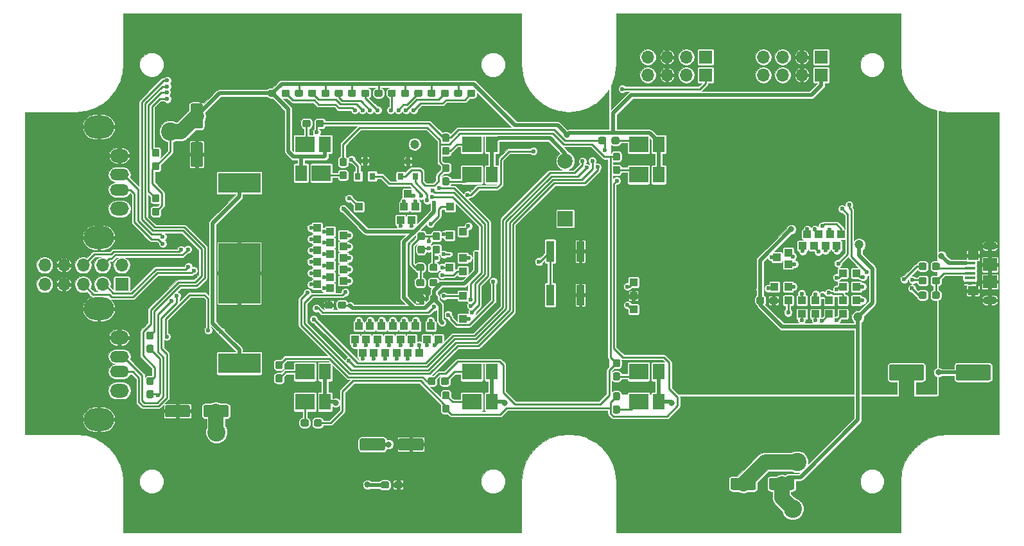
<source format=gbr>
G04 #@! TF.GenerationSoftware,KiCad,Pcbnew,(5.0.1)*
G04 #@! TF.CreationDate,2018-11-27T11:36:47+09:00*
G04 #@! TF.ProjectId,securehid,7365637572656869642E6B696361645F,rev?*
G04 #@! TF.SameCoordinates,Original*
G04 #@! TF.FileFunction,Copper,L2,Bot,Signal*
G04 #@! TF.FilePolarity,Positive*
%FSLAX46Y46*%
G04 Gerber Fmt 4.6, Leading zero omitted, Abs format (unit mm)*
G04 Created by KiCad (PCBNEW (5.0.1)) date Tue Nov 27 11:36:47 2018*
%MOMM*%
%LPD*%
G01*
G04 APERTURE LIST*
G04 #@! TA.AperFunction,Conductor*
%ADD10C,0.100000*%
G04 #@! TD*
G04 #@! TA.AperFunction,SMDPad,CuDef*
%ADD11C,0.950000*%
G04 #@! TD*
G04 #@! TA.AperFunction,ComponentPad*
%ADD12O,4.000000X3.000000*%
G04 #@! TD*
G04 #@! TA.AperFunction,ComponentPad*
%ADD13O,2.500000X1.800000*%
G04 #@! TD*
G04 #@! TA.AperFunction,ComponentPad*
%ADD14O,2.500000X1.500000*%
G04 #@! TD*
G04 #@! TA.AperFunction,SMDPad,CuDef*
%ADD15C,2.100000*%
G04 #@! TD*
G04 #@! TA.AperFunction,SMDPad,CuDef*
%ADD16R,1.000000X1.000000*%
G04 #@! TD*
G04 #@! TA.AperFunction,SMDPad,CuDef*
%ADD17R,5.560000X8.000000*%
G04 #@! TD*
G04 #@! TA.AperFunction,SMDPad,CuDef*
%ADD18R,5.560000X2.600000*%
G04 #@! TD*
G04 #@! TA.AperFunction,SMDPad,CuDef*
%ADD19R,2.500000X2.100000*%
G04 #@! TD*
G04 #@! TA.AperFunction,SMDPad,CuDef*
%ADD20R,1.500000X2.100000*%
G04 #@! TD*
G04 #@! TA.AperFunction,SMDPad,CuDef*
%ADD21R,1.900000X1.750000*%
G04 #@! TD*
G04 #@! TA.AperFunction,SMDPad,CuDef*
%ADD22R,1.400000X0.400000*%
G04 #@! TD*
G04 #@! TA.AperFunction,ComponentPad*
%ADD23O,1.900000X1.050000*%
G04 #@! TD*
G04 #@! TA.AperFunction,SMDPad,CuDef*
%ADD24R,1.450000X1.150000*%
G04 #@! TD*
G04 #@! TA.AperFunction,ComponentPad*
%ADD25O,1.700000X1.700000*%
G04 #@! TD*
G04 #@! TA.AperFunction,ComponentPad*
%ADD26R,1.700000X1.700000*%
G04 #@! TD*
G04 #@! TA.AperFunction,ComponentPad*
%ADD27R,2.000000X2.000000*%
G04 #@! TD*
G04 #@! TA.AperFunction,ComponentPad*
%ADD28C,2.000000*%
G04 #@! TD*
G04 #@! TA.AperFunction,SMDPad,CuDef*
%ADD29R,0.800000X0.900000*%
G04 #@! TD*
G04 #@! TA.AperFunction,SMDPad,CuDef*
%ADD30R,1.000000X2.750000*%
G04 #@! TD*
G04 #@! TA.AperFunction,SMDPad,CuDef*
%ADD31C,1.600000*%
G04 #@! TD*
G04 #@! TA.AperFunction,ViaPad*
%ADD32C,1.200000*%
G04 #@! TD*
G04 #@! TA.AperFunction,ViaPad*
%ADD33C,0.600000*%
G04 #@! TD*
G04 #@! TA.AperFunction,ViaPad*
%ADD34C,2.400000*%
G04 #@! TD*
G04 #@! TA.AperFunction,ViaPad*
%ADD35C,0.800000*%
G04 #@! TD*
G04 #@! TA.AperFunction,Conductor*
%ADD36C,2.000000*%
G04 #@! TD*
G04 #@! TA.AperFunction,Conductor*
%ADD37C,0.500000*%
G04 #@! TD*
G04 #@! TA.AperFunction,Conductor*
%ADD38C,0.250000*%
G04 #@! TD*
G04 APERTURE END LIST*
D10*
G04 #@! TO.N,Net-(D6-Pad1)*
G04 #@! TO.C,R14*
G36*
X90435779Y-94776144D02*
X90458834Y-94779563D01*
X90481443Y-94785227D01*
X90503387Y-94793079D01*
X90524457Y-94803044D01*
X90544448Y-94815026D01*
X90563168Y-94828910D01*
X90580438Y-94844562D01*
X90596090Y-94861832D01*
X90609974Y-94880552D01*
X90621956Y-94900543D01*
X90631921Y-94921613D01*
X90639773Y-94943557D01*
X90645437Y-94966166D01*
X90648856Y-94989221D01*
X90650000Y-95012500D01*
X90650000Y-95487500D01*
X90648856Y-95510779D01*
X90645437Y-95533834D01*
X90639773Y-95556443D01*
X90631921Y-95578387D01*
X90621956Y-95599457D01*
X90609974Y-95619448D01*
X90596090Y-95638168D01*
X90580438Y-95655438D01*
X90563168Y-95671090D01*
X90544448Y-95684974D01*
X90524457Y-95696956D01*
X90503387Y-95706921D01*
X90481443Y-95714773D01*
X90458834Y-95720437D01*
X90435779Y-95723856D01*
X90412500Y-95725000D01*
X89837500Y-95725000D01*
X89814221Y-95723856D01*
X89791166Y-95720437D01*
X89768557Y-95714773D01*
X89746613Y-95706921D01*
X89725543Y-95696956D01*
X89705552Y-95684974D01*
X89686832Y-95671090D01*
X89669562Y-95655438D01*
X89653910Y-95638168D01*
X89640026Y-95619448D01*
X89628044Y-95599457D01*
X89618079Y-95578387D01*
X89610227Y-95556443D01*
X89604563Y-95533834D01*
X89601144Y-95510779D01*
X89600000Y-95487500D01*
X89600000Y-95012500D01*
X89601144Y-94989221D01*
X89604563Y-94966166D01*
X89610227Y-94943557D01*
X89618079Y-94921613D01*
X89628044Y-94900543D01*
X89640026Y-94880552D01*
X89653910Y-94861832D01*
X89669562Y-94844562D01*
X89686832Y-94828910D01*
X89705552Y-94815026D01*
X89725543Y-94803044D01*
X89746613Y-94793079D01*
X89768557Y-94785227D01*
X89791166Y-94779563D01*
X89814221Y-94776144D01*
X89837500Y-94775000D01*
X90412500Y-94775000D01*
X90435779Y-94776144D01*
X90435779Y-94776144D01*
G37*
D11*
G04 #@! TD*
G04 #@! TO.P,R14,1*
G04 #@! TO.N,Net-(D6-Pad1)*
X90125000Y-95250000D03*
D10*
G04 #@! TO.N,Net-(Q1-Pad2)*
G04 #@! TO.C,R14*
G36*
X88685779Y-94776144D02*
X88708834Y-94779563D01*
X88731443Y-94785227D01*
X88753387Y-94793079D01*
X88774457Y-94803044D01*
X88794448Y-94815026D01*
X88813168Y-94828910D01*
X88830438Y-94844562D01*
X88846090Y-94861832D01*
X88859974Y-94880552D01*
X88871956Y-94900543D01*
X88881921Y-94921613D01*
X88889773Y-94943557D01*
X88895437Y-94966166D01*
X88898856Y-94989221D01*
X88900000Y-95012500D01*
X88900000Y-95487500D01*
X88898856Y-95510779D01*
X88895437Y-95533834D01*
X88889773Y-95556443D01*
X88881921Y-95578387D01*
X88871956Y-95599457D01*
X88859974Y-95619448D01*
X88846090Y-95638168D01*
X88830438Y-95655438D01*
X88813168Y-95671090D01*
X88794448Y-95684974D01*
X88774457Y-95696956D01*
X88753387Y-95706921D01*
X88731443Y-95714773D01*
X88708834Y-95720437D01*
X88685779Y-95723856D01*
X88662500Y-95725000D01*
X88087500Y-95725000D01*
X88064221Y-95723856D01*
X88041166Y-95720437D01*
X88018557Y-95714773D01*
X87996613Y-95706921D01*
X87975543Y-95696956D01*
X87955552Y-95684974D01*
X87936832Y-95671090D01*
X87919562Y-95655438D01*
X87903910Y-95638168D01*
X87890026Y-95619448D01*
X87878044Y-95599457D01*
X87868079Y-95578387D01*
X87860227Y-95556443D01*
X87854563Y-95533834D01*
X87851144Y-95510779D01*
X87850000Y-95487500D01*
X87850000Y-95012500D01*
X87851144Y-94989221D01*
X87854563Y-94966166D01*
X87860227Y-94943557D01*
X87868079Y-94921613D01*
X87878044Y-94900543D01*
X87890026Y-94880552D01*
X87903910Y-94861832D01*
X87919562Y-94844562D01*
X87936832Y-94828910D01*
X87955552Y-94815026D01*
X87975543Y-94803044D01*
X87996613Y-94793079D01*
X88018557Y-94785227D01*
X88041166Y-94779563D01*
X88064221Y-94776144D01*
X88087500Y-94775000D01*
X88662500Y-94775000D01*
X88685779Y-94776144D01*
X88685779Y-94776144D01*
G37*
D11*
G04 #@! TD*
G04 #@! TO.P,R14,2*
G04 #@! TO.N,Net-(Q1-Pad2)*
X88375000Y-95250000D03*
D12*
G04 #@! TO.P,J8,5*
G04 #@! TO.N,GND*
X44500000Y-76300000D03*
X44500000Y-61700000D03*
D13*
G04 #@! TO.P,J8,1*
G04 #@! TO.N,VBUS*
X47210000Y-72500000D03*
G04 #@! TO.P,J8,4*
G04 #@! TO.N,GND*
X47210000Y-65500000D03*
D14*
G04 #@! TO.P,J8,3*
G04 #@! TO.N,Net-(J8-Pad3)*
X47210000Y-68000000D03*
G04 #@! TO.P,J8,2*
G04 #@! TO.N,Net-(J8-Pad2)*
X47210000Y-70000000D03*
G04 #@! TD*
D10*
G04 #@! TO.N,VBUS*
G04 #@! TO.C,C9*
G36*
X161874504Y-93051204D02*
X161898773Y-93054804D01*
X161922571Y-93060765D01*
X161945671Y-93069030D01*
X161967849Y-93079520D01*
X161988893Y-93092133D01*
X162008598Y-93106747D01*
X162026777Y-93123223D01*
X162043253Y-93141402D01*
X162057867Y-93161107D01*
X162070480Y-93182151D01*
X162080970Y-93204329D01*
X162089235Y-93227429D01*
X162095196Y-93251227D01*
X162098796Y-93275496D01*
X162100000Y-93300000D01*
X162100000Y-94900000D01*
X162098796Y-94924504D01*
X162095196Y-94948773D01*
X162089235Y-94972571D01*
X162080970Y-94995671D01*
X162070480Y-95017849D01*
X162057867Y-95038893D01*
X162043253Y-95058598D01*
X162026777Y-95076777D01*
X162008598Y-95093253D01*
X161988893Y-95107867D01*
X161967849Y-95120480D01*
X161945671Y-95130970D01*
X161922571Y-95139235D01*
X161898773Y-95145196D01*
X161874504Y-95148796D01*
X161850000Y-95150000D01*
X157750000Y-95150000D01*
X157725496Y-95148796D01*
X157701227Y-95145196D01*
X157677429Y-95139235D01*
X157654329Y-95130970D01*
X157632151Y-95120480D01*
X157611107Y-95107867D01*
X157591402Y-95093253D01*
X157573223Y-95076777D01*
X157556747Y-95058598D01*
X157542133Y-95038893D01*
X157529520Y-95017849D01*
X157519030Y-94995671D01*
X157510765Y-94972571D01*
X157504804Y-94948773D01*
X157501204Y-94924504D01*
X157500000Y-94900000D01*
X157500000Y-93300000D01*
X157501204Y-93275496D01*
X157504804Y-93251227D01*
X157510765Y-93227429D01*
X157519030Y-93204329D01*
X157529520Y-93182151D01*
X157542133Y-93161107D01*
X157556747Y-93141402D01*
X157573223Y-93123223D01*
X157591402Y-93106747D01*
X157611107Y-93092133D01*
X157632151Y-93079520D01*
X157654329Y-93069030D01*
X157677429Y-93060765D01*
X157701227Y-93054804D01*
X157725496Y-93051204D01*
X157750000Y-93050000D01*
X161850000Y-93050000D01*
X161874504Y-93051204D01*
X161874504Y-93051204D01*
G37*
D15*
G04 #@! TD*
G04 #@! TO.P,C9,1*
G04 #@! TO.N,VBUS*
X159800000Y-94100000D03*
D10*
G04 #@! TO.N,GND*
G04 #@! TO.C,C9*
G36*
X153074504Y-93051204D02*
X153098773Y-93054804D01*
X153122571Y-93060765D01*
X153145671Y-93069030D01*
X153167849Y-93079520D01*
X153188893Y-93092133D01*
X153208598Y-93106747D01*
X153226777Y-93123223D01*
X153243253Y-93141402D01*
X153257867Y-93161107D01*
X153270480Y-93182151D01*
X153280970Y-93204329D01*
X153289235Y-93227429D01*
X153295196Y-93251227D01*
X153298796Y-93275496D01*
X153300000Y-93300000D01*
X153300000Y-94900000D01*
X153298796Y-94924504D01*
X153295196Y-94948773D01*
X153289235Y-94972571D01*
X153280970Y-94995671D01*
X153270480Y-95017849D01*
X153257867Y-95038893D01*
X153243253Y-95058598D01*
X153226777Y-95076777D01*
X153208598Y-95093253D01*
X153188893Y-95107867D01*
X153167849Y-95120480D01*
X153145671Y-95130970D01*
X153122571Y-95139235D01*
X153098773Y-95145196D01*
X153074504Y-95148796D01*
X153050000Y-95150000D01*
X148950000Y-95150000D01*
X148925496Y-95148796D01*
X148901227Y-95145196D01*
X148877429Y-95139235D01*
X148854329Y-95130970D01*
X148832151Y-95120480D01*
X148811107Y-95107867D01*
X148791402Y-95093253D01*
X148773223Y-95076777D01*
X148756747Y-95058598D01*
X148742133Y-95038893D01*
X148729520Y-95017849D01*
X148719030Y-94995671D01*
X148710765Y-94972571D01*
X148704804Y-94948773D01*
X148701204Y-94924504D01*
X148700000Y-94900000D01*
X148700000Y-93300000D01*
X148701204Y-93275496D01*
X148704804Y-93251227D01*
X148710765Y-93227429D01*
X148719030Y-93204329D01*
X148729520Y-93182151D01*
X148742133Y-93161107D01*
X148756747Y-93141402D01*
X148773223Y-93123223D01*
X148791402Y-93106747D01*
X148811107Y-93092133D01*
X148832151Y-93079520D01*
X148854329Y-93069030D01*
X148877429Y-93060765D01*
X148901227Y-93054804D01*
X148925496Y-93051204D01*
X148950000Y-93050000D01*
X153050000Y-93050000D01*
X153074504Y-93051204D01*
X153074504Y-93051204D01*
G37*
D15*
G04 #@! TD*
G04 #@! TO.P,C9,2*
G04 #@! TO.N,GND*
X151000000Y-94100000D03*
D16*
G04 #@! TO.P,TP3,1*
G04 #@! TO.N,Net-(TP3-Pad1)*
X90800000Y-72250000D03*
G04 #@! TD*
G04 #@! TO.P,TP47,1*
G04 #@! TO.N,Net-(TP47-Pad1)*
X73250000Y-75000000D03*
G04 #@! TD*
D17*
G04 #@! TO.P,BT1,2*
G04 #@! TO.N,GND*
X63000000Y-81000000D03*
D18*
G04 #@! TO.P,BT1,1*
G04 #@! TO.N,Net-(BT1-Pad1)*
X63000000Y-92905000D03*
X63000000Y-69095000D03*
G04 #@! TD*
D10*
G04 #@! TO.N,GND*
G04 #@! TO.C,C5*
G36*
X75110779Y-84726144D02*
X75133834Y-84729563D01*
X75156443Y-84735227D01*
X75178387Y-84743079D01*
X75199457Y-84753044D01*
X75219448Y-84765026D01*
X75238168Y-84778910D01*
X75255438Y-84794562D01*
X75271090Y-84811832D01*
X75284974Y-84830552D01*
X75296956Y-84850543D01*
X75306921Y-84871613D01*
X75314773Y-84893557D01*
X75320437Y-84916166D01*
X75323856Y-84939221D01*
X75325000Y-84962500D01*
X75325000Y-85437500D01*
X75323856Y-85460779D01*
X75320437Y-85483834D01*
X75314773Y-85506443D01*
X75306921Y-85528387D01*
X75296956Y-85549457D01*
X75284974Y-85569448D01*
X75271090Y-85588168D01*
X75255438Y-85605438D01*
X75238168Y-85621090D01*
X75219448Y-85634974D01*
X75199457Y-85646956D01*
X75178387Y-85656921D01*
X75156443Y-85664773D01*
X75133834Y-85670437D01*
X75110779Y-85673856D01*
X75087500Y-85675000D01*
X74512500Y-85675000D01*
X74489221Y-85673856D01*
X74466166Y-85670437D01*
X74443557Y-85664773D01*
X74421613Y-85656921D01*
X74400543Y-85646956D01*
X74380552Y-85634974D01*
X74361832Y-85621090D01*
X74344562Y-85605438D01*
X74328910Y-85588168D01*
X74315026Y-85569448D01*
X74303044Y-85549457D01*
X74293079Y-85528387D01*
X74285227Y-85506443D01*
X74279563Y-85483834D01*
X74276144Y-85460779D01*
X74275000Y-85437500D01*
X74275000Y-84962500D01*
X74276144Y-84939221D01*
X74279563Y-84916166D01*
X74285227Y-84893557D01*
X74293079Y-84871613D01*
X74303044Y-84850543D01*
X74315026Y-84830552D01*
X74328910Y-84811832D01*
X74344562Y-84794562D01*
X74361832Y-84778910D01*
X74380552Y-84765026D01*
X74400543Y-84753044D01*
X74421613Y-84743079D01*
X74443557Y-84735227D01*
X74466166Y-84729563D01*
X74489221Y-84726144D01*
X74512500Y-84725000D01*
X75087500Y-84725000D01*
X75110779Y-84726144D01*
X75110779Y-84726144D01*
G37*
D11*
G04 #@! TD*
G04 #@! TO.P,C5,2*
G04 #@! TO.N,GND*
X74800000Y-85200000D03*
D10*
G04 #@! TO.N,+3V3*
G04 #@! TO.C,C5*
G36*
X76860779Y-84726144D02*
X76883834Y-84729563D01*
X76906443Y-84735227D01*
X76928387Y-84743079D01*
X76949457Y-84753044D01*
X76969448Y-84765026D01*
X76988168Y-84778910D01*
X77005438Y-84794562D01*
X77021090Y-84811832D01*
X77034974Y-84830552D01*
X77046956Y-84850543D01*
X77056921Y-84871613D01*
X77064773Y-84893557D01*
X77070437Y-84916166D01*
X77073856Y-84939221D01*
X77075000Y-84962500D01*
X77075000Y-85437500D01*
X77073856Y-85460779D01*
X77070437Y-85483834D01*
X77064773Y-85506443D01*
X77056921Y-85528387D01*
X77046956Y-85549457D01*
X77034974Y-85569448D01*
X77021090Y-85588168D01*
X77005438Y-85605438D01*
X76988168Y-85621090D01*
X76969448Y-85634974D01*
X76949457Y-85646956D01*
X76928387Y-85656921D01*
X76906443Y-85664773D01*
X76883834Y-85670437D01*
X76860779Y-85673856D01*
X76837500Y-85675000D01*
X76262500Y-85675000D01*
X76239221Y-85673856D01*
X76216166Y-85670437D01*
X76193557Y-85664773D01*
X76171613Y-85656921D01*
X76150543Y-85646956D01*
X76130552Y-85634974D01*
X76111832Y-85621090D01*
X76094562Y-85605438D01*
X76078910Y-85588168D01*
X76065026Y-85569448D01*
X76053044Y-85549457D01*
X76043079Y-85528387D01*
X76035227Y-85506443D01*
X76029563Y-85483834D01*
X76026144Y-85460779D01*
X76025000Y-85437500D01*
X76025000Y-84962500D01*
X76026144Y-84939221D01*
X76029563Y-84916166D01*
X76035227Y-84893557D01*
X76043079Y-84871613D01*
X76053044Y-84850543D01*
X76065026Y-84830552D01*
X76078910Y-84811832D01*
X76094562Y-84794562D01*
X76111832Y-84778910D01*
X76130552Y-84765026D01*
X76150543Y-84753044D01*
X76171613Y-84743079D01*
X76193557Y-84735227D01*
X76216166Y-84729563D01*
X76239221Y-84726144D01*
X76262500Y-84725000D01*
X76837500Y-84725000D01*
X76860779Y-84726144D01*
X76860779Y-84726144D01*
G37*
D11*
G04 #@! TD*
G04 #@! TO.P,C5,1*
G04 #@! TO.N,+3V3*
X76550000Y-85200000D03*
D10*
G04 #@! TO.N,+3V3*
G04 #@! TO.C,C6*
G36*
X88985779Y-83926144D02*
X89008834Y-83929563D01*
X89031443Y-83935227D01*
X89053387Y-83943079D01*
X89074457Y-83953044D01*
X89094448Y-83965026D01*
X89113168Y-83978910D01*
X89130438Y-83994562D01*
X89146090Y-84011832D01*
X89159974Y-84030552D01*
X89171956Y-84050543D01*
X89181921Y-84071613D01*
X89189773Y-84093557D01*
X89195437Y-84116166D01*
X89198856Y-84139221D01*
X89200000Y-84162500D01*
X89200000Y-84637500D01*
X89198856Y-84660779D01*
X89195437Y-84683834D01*
X89189773Y-84706443D01*
X89181921Y-84728387D01*
X89171956Y-84749457D01*
X89159974Y-84769448D01*
X89146090Y-84788168D01*
X89130438Y-84805438D01*
X89113168Y-84821090D01*
X89094448Y-84834974D01*
X89074457Y-84846956D01*
X89053387Y-84856921D01*
X89031443Y-84864773D01*
X89008834Y-84870437D01*
X88985779Y-84873856D01*
X88962500Y-84875000D01*
X88387500Y-84875000D01*
X88364221Y-84873856D01*
X88341166Y-84870437D01*
X88318557Y-84864773D01*
X88296613Y-84856921D01*
X88275543Y-84846956D01*
X88255552Y-84834974D01*
X88236832Y-84821090D01*
X88219562Y-84805438D01*
X88203910Y-84788168D01*
X88190026Y-84769448D01*
X88178044Y-84749457D01*
X88168079Y-84728387D01*
X88160227Y-84706443D01*
X88154563Y-84683834D01*
X88151144Y-84660779D01*
X88150000Y-84637500D01*
X88150000Y-84162500D01*
X88151144Y-84139221D01*
X88154563Y-84116166D01*
X88160227Y-84093557D01*
X88168079Y-84071613D01*
X88178044Y-84050543D01*
X88190026Y-84030552D01*
X88203910Y-84011832D01*
X88219562Y-83994562D01*
X88236832Y-83978910D01*
X88255552Y-83965026D01*
X88275543Y-83953044D01*
X88296613Y-83943079D01*
X88318557Y-83935227D01*
X88341166Y-83929563D01*
X88364221Y-83926144D01*
X88387500Y-83925000D01*
X88962500Y-83925000D01*
X88985779Y-83926144D01*
X88985779Y-83926144D01*
G37*
D11*
G04 #@! TD*
G04 #@! TO.P,C6,1*
G04 #@! TO.N,+3V3*
X88675000Y-84400000D03*
D10*
G04 #@! TO.N,GND*
G04 #@! TO.C,C6*
G36*
X87235779Y-83926144D02*
X87258834Y-83929563D01*
X87281443Y-83935227D01*
X87303387Y-83943079D01*
X87324457Y-83953044D01*
X87344448Y-83965026D01*
X87363168Y-83978910D01*
X87380438Y-83994562D01*
X87396090Y-84011832D01*
X87409974Y-84030552D01*
X87421956Y-84050543D01*
X87431921Y-84071613D01*
X87439773Y-84093557D01*
X87445437Y-84116166D01*
X87448856Y-84139221D01*
X87450000Y-84162500D01*
X87450000Y-84637500D01*
X87448856Y-84660779D01*
X87445437Y-84683834D01*
X87439773Y-84706443D01*
X87431921Y-84728387D01*
X87421956Y-84749457D01*
X87409974Y-84769448D01*
X87396090Y-84788168D01*
X87380438Y-84805438D01*
X87363168Y-84821090D01*
X87344448Y-84834974D01*
X87324457Y-84846956D01*
X87303387Y-84856921D01*
X87281443Y-84864773D01*
X87258834Y-84870437D01*
X87235779Y-84873856D01*
X87212500Y-84875000D01*
X86637500Y-84875000D01*
X86614221Y-84873856D01*
X86591166Y-84870437D01*
X86568557Y-84864773D01*
X86546613Y-84856921D01*
X86525543Y-84846956D01*
X86505552Y-84834974D01*
X86486832Y-84821090D01*
X86469562Y-84805438D01*
X86453910Y-84788168D01*
X86440026Y-84769448D01*
X86428044Y-84749457D01*
X86418079Y-84728387D01*
X86410227Y-84706443D01*
X86404563Y-84683834D01*
X86401144Y-84660779D01*
X86400000Y-84637500D01*
X86400000Y-84162500D01*
X86401144Y-84139221D01*
X86404563Y-84116166D01*
X86410227Y-84093557D01*
X86418079Y-84071613D01*
X86428044Y-84050543D01*
X86440026Y-84030552D01*
X86453910Y-84011832D01*
X86469562Y-83994562D01*
X86486832Y-83978910D01*
X86505552Y-83965026D01*
X86525543Y-83953044D01*
X86546613Y-83943079D01*
X86568557Y-83935227D01*
X86591166Y-83929563D01*
X86614221Y-83926144D01*
X86637500Y-83925000D01*
X87212500Y-83925000D01*
X87235779Y-83926144D01*
X87235779Y-83926144D01*
G37*
D11*
G04 #@! TD*
G04 #@! TO.P,C6,2*
G04 #@! TO.N,GND*
X86925000Y-84400000D03*
D10*
G04 #@! TO.N,VSSA*
G04 #@! TO.C,C7*
G36*
X88935779Y-79776144D02*
X88958834Y-79779563D01*
X88981443Y-79785227D01*
X89003387Y-79793079D01*
X89024457Y-79803044D01*
X89044448Y-79815026D01*
X89063168Y-79828910D01*
X89080438Y-79844562D01*
X89096090Y-79861832D01*
X89109974Y-79880552D01*
X89121956Y-79900543D01*
X89131921Y-79921613D01*
X89139773Y-79943557D01*
X89145437Y-79966166D01*
X89148856Y-79989221D01*
X89150000Y-80012500D01*
X89150000Y-80487500D01*
X89148856Y-80510779D01*
X89145437Y-80533834D01*
X89139773Y-80556443D01*
X89131921Y-80578387D01*
X89121956Y-80599457D01*
X89109974Y-80619448D01*
X89096090Y-80638168D01*
X89080438Y-80655438D01*
X89063168Y-80671090D01*
X89044448Y-80684974D01*
X89024457Y-80696956D01*
X89003387Y-80706921D01*
X88981443Y-80714773D01*
X88958834Y-80720437D01*
X88935779Y-80723856D01*
X88912500Y-80725000D01*
X88337500Y-80725000D01*
X88314221Y-80723856D01*
X88291166Y-80720437D01*
X88268557Y-80714773D01*
X88246613Y-80706921D01*
X88225543Y-80696956D01*
X88205552Y-80684974D01*
X88186832Y-80671090D01*
X88169562Y-80655438D01*
X88153910Y-80638168D01*
X88140026Y-80619448D01*
X88128044Y-80599457D01*
X88118079Y-80578387D01*
X88110227Y-80556443D01*
X88104563Y-80533834D01*
X88101144Y-80510779D01*
X88100000Y-80487500D01*
X88100000Y-80012500D01*
X88101144Y-79989221D01*
X88104563Y-79966166D01*
X88110227Y-79943557D01*
X88118079Y-79921613D01*
X88128044Y-79900543D01*
X88140026Y-79880552D01*
X88153910Y-79861832D01*
X88169562Y-79844562D01*
X88186832Y-79828910D01*
X88205552Y-79815026D01*
X88225543Y-79803044D01*
X88246613Y-79793079D01*
X88268557Y-79785227D01*
X88291166Y-79779563D01*
X88314221Y-79776144D01*
X88337500Y-79775000D01*
X88912500Y-79775000D01*
X88935779Y-79776144D01*
X88935779Y-79776144D01*
G37*
D11*
G04 #@! TD*
G04 #@! TO.P,C7,1*
G04 #@! TO.N,VSSA*
X88625000Y-80250000D03*
D10*
G04 #@! TO.N,VDDA*
G04 #@! TO.C,C7*
G36*
X87185779Y-79776144D02*
X87208834Y-79779563D01*
X87231443Y-79785227D01*
X87253387Y-79793079D01*
X87274457Y-79803044D01*
X87294448Y-79815026D01*
X87313168Y-79828910D01*
X87330438Y-79844562D01*
X87346090Y-79861832D01*
X87359974Y-79880552D01*
X87371956Y-79900543D01*
X87381921Y-79921613D01*
X87389773Y-79943557D01*
X87395437Y-79966166D01*
X87398856Y-79989221D01*
X87400000Y-80012500D01*
X87400000Y-80487500D01*
X87398856Y-80510779D01*
X87395437Y-80533834D01*
X87389773Y-80556443D01*
X87381921Y-80578387D01*
X87371956Y-80599457D01*
X87359974Y-80619448D01*
X87346090Y-80638168D01*
X87330438Y-80655438D01*
X87313168Y-80671090D01*
X87294448Y-80684974D01*
X87274457Y-80696956D01*
X87253387Y-80706921D01*
X87231443Y-80714773D01*
X87208834Y-80720437D01*
X87185779Y-80723856D01*
X87162500Y-80725000D01*
X86587500Y-80725000D01*
X86564221Y-80723856D01*
X86541166Y-80720437D01*
X86518557Y-80714773D01*
X86496613Y-80706921D01*
X86475543Y-80696956D01*
X86455552Y-80684974D01*
X86436832Y-80671090D01*
X86419562Y-80655438D01*
X86403910Y-80638168D01*
X86390026Y-80619448D01*
X86378044Y-80599457D01*
X86368079Y-80578387D01*
X86360227Y-80556443D01*
X86354563Y-80533834D01*
X86351144Y-80510779D01*
X86350000Y-80487500D01*
X86350000Y-80012500D01*
X86351144Y-79989221D01*
X86354563Y-79966166D01*
X86360227Y-79943557D01*
X86368079Y-79921613D01*
X86378044Y-79900543D01*
X86390026Y-79880552D01*
X86403910Y-79861832D01*
X86419562Y-79844562D01*
X86436832Y-79828910D01*
X86455552Y-79815026D01*
X86475543Y-79803044D01*
X86496613Y-79793079D01*
X86518557Y-79785227D01*
X86541166Y-79779563D01*
X86564221Y-79776144D01*
X86587500Y-79775000D01*
X87162500Y-79775000D01*
X87185779Y-79776144D01*
X87185779Y-79776144D01*
G37*
D11*
G04 #@! TD*
G04 #@! TO.P,C7,2*
G04 #@! TO.N,VDDA*
X86875000Y-80250000D03*
D10*
G04 #@! TO.N,VDDA*
G04 #@! TO.C,C8*
G36*
X89260779Y-75601144D02*
X89283834Y-75604563D01*
X89306443Y-75610227D01*
X89328387Y-75618079D01*
X89349457Y-75628044D01*
X89369448Y-75640026D01*
X89388168Y-75653910D01*
X89405438Y-75669562D01*
X89421090Y-75686832D01*
X89434974Y-75705552D01*
X89446956Y-75725543D01*
X89456921Y-75746613D01*
X89464773Y-75768557D01*
X89470437Y-75791166D01*
X89473856Y-75814221D01*
X89475000Y-75837500D01*
X89475000Y-76412500D01*
X89473856Y-76435779D01*
X89470437Y-76458834D01*
X89464773Y-76481443D01*
X89456921Y-76503387D01*
X89446956Y-76524457D01*
X89434974Y-76544448D01*
X89421090Y-76563168D01*
X89405438Y-76580438D01*
X89388168Y-76596090D01*
X89369448Y-76609974D01*
X89349457Y-76621956D01*
X89328387Y-76631921D01*
X89306443Y-76639773D01*
X89283834Y-76645437D01*
X89260779Y-76648856D01*
X89237500Y-76650000D01*
X88762500Y-76650000D01*
X88739221Y-76648856D01*
X88716166Y-76645437D01*
X88693557Y-76639773D01*
X88671613Y-76631921D01*
X88650543Y-76621956D01*
X88630552Y-76609974D01*
X88611832Y-76596090D01*
X88594562Y-76580438D01*
X88578910Y-76563168D01*
X88565026Y-76544448D01*
X88553044Y-76524457D01*
X88543079Y-76503387D01*
X88535227Y-76481443D01*
X88529563Y-76458834D01*
X88526144Y-76435779D01*
X88525000Y-76412500D01*
X88525000Y-75837500D01*
X88526144Y-75814221D01*
X88529563Y-75791166D01*
X88535227Y-75768557D01*
X88543079Y-75746613D01*
X88553044Y-75725543D01*
X88565026Y-75705552D01*
X88578910Y-75686832D01*
X88594562Y-75669562D01*
X88611832Y-75653910D01*
X88630552Y-75640026D01*
X88650543Y-75628044D01*
X88671613Y-75618079D01*
X88693557Y-75610227D01*
X88716166Y-75604563D01*
X88739221Y-75601144D01*
X88762500Y-75600000D01*
X89237500Y-75600000D01*
X89260779Y-75601144D01*
X89260779Y-75601144D01*
G37*
D11*
G04 #@! TD*
G04 #@! TO.P,C8,1*
G04 #@! TO.N,VDDA*
X89000000Y-76125000D03*
D10*
G04 #@! TO.N,VSSA*
G04 #@! TO.C,C8*
G36*
X89260779Y-77351144D02*
X89283834Y-77354563D01*
X89306443Y-77360227D01*
X89328387Y-77368079D01*
X89349457Y-77378044D01*
X89369448Y-77390026D01*
X89388168Y-77403910D01*
X89405438Y-77419562D01*
X89421090Y-77436832D01*
X89434974Y-77455552D01*
X89446956Y-77475543D01*
X89456921Y-77496613D01*
X89464773Y-77518557D01*
X89470437Y-77541166D01*
X89473856Y-77564221D01*
X89475000Y-77587500D01*
X89475000Y-78162500D01*
X89473856Y-78185779D01*
X89470437Y-78208834D01*
X89464773Y-78231443D01*
X89456921Y-78253387D01*
X89446956Y-78274457D01*
X89434974Y-78294448D01*
X89421090Y-78313168D01*
X89405438Y-78330438D01*
X89388168Y-78346090D01*
X89369448Y-78359974D01*
X89349457Y-78371956D01*
X89328387Y-78381921D01*
X89306443Y-78389773D01*
X89283834Y-78395437D01*
X89260779Y-78398856D01*
X89237500Y-78400000D01*
X88762500Y-78400000D01*
X88739221Y-78398856D01*
X88716166Y-78395437D01*
X88693557Y-78389773D01*
X88671613Y-78381921D01*
X88650543Y-78371956D01*
X88630552Y-78359974D01*
X88611832Y-78346090D01*
X88594562Y-78330438D01*
X88578910Y-78313168D01*
X88565026Y-78294448D01*
X88553044Y-78274457D01*
X88543079Y-78253387D01*
X88535227Y-78231443D01*
X88529563Y-78208834D01*
X88526144Y-78185779D01*
X88525000Y-78162500D01*
X88525000Y-77587500D01*
X88526144Y-77564221D01*
X88529563Y-77541166D01*
X88535227Y-77518557D01*
X88543079Y-77496613D01*
X88553044Y-77475543D01*
X88565026Y-77455552D01*
X88578910Y-77436832D01*
X88594562Y-77419562D01*
X88611832Y-77403910D01*
X88630552Y-77390026D01*
X88650543Y-77378044D01*
X88671613Y-77368079D01*
X88693557Y-77360227D01*
X88716166Y-77354563D01*
X88739221Y-77351144D01*
X88762500Y-77350000D01*
X89237500Y-77350000D01*
X89260779Y-77351144D01*
X89260779Y-77351144D01*
G37*
D11*
G04 #@! TD*
G04 #@! TO.P,C8,2*
G04 #@! TO.N,VSSA*
X89000000Y-77875000D03*
D10*
G04 #@! TO.N,VBUS*
G04 #@! TO.C,C10*
G36*
X82535779Y-108476144D02*
X82558834Y-108479563D01*
X82581443Y-108485227D01*
X82603387Y-108493079D01*
X82624457Y-108503044D01*
X82644448Y-108515026D01*
X82663168Y-108528910D01*
X82680438Y-108544562D01*
X82696090Y-108561832D01*
X82709974Y-108580552D01*
X82721956Y-108600543D01*
X82731921Y-108621613D01*
X82739773Y-108643557D01*
X82745437Y-108666166D01*
X82748856Y-108689221D01*
X82750000Y-108712500D01*
X82750000Y-109187500D01*
X82748856Y-109210779D01*
X82745437Y-109233834D01*
X82739773Y-109256443D01*
X82731921Y-109278387D01*
X82721956Y-109299457D01*
X82709974Y-109319448D01*
X82696090Y-109338168D01*
X82680438Y-109355438D01*
X82663168Y-109371090D01*
X82644448Y-109384974D01*
X82624457Y-109396956D01*
X82603387Y-109406921D01*
X82581443Y-109414773D01*
X82558834Y-109420437D01*
X82535779Y-109423856D01*
X82512500Y-109425000D01*
X81937500Y-109425000D01*
X81914221Y-109423856D01*
X81891166Y-109420437D01*
X81868557Y-109414773D01*
X81846613Y-109406921D01*
X81825543Y-109396956D01*
X81805552Y-109384974D01*
X81786832Y-109371090D01*
X81769562Y-109355438D01*
X81753910Y-109338168D01*
X81740026Y-109319448D01*
X81728044Y-109299457D01*
X81718079Y-109278387D01*
X81710227Y-109256443D01*
X81704563Y-109233834D01*
X81701144Y-109210779D01*
X81700000Y-109187500D01*
X81700000Y-108712500D01*
X81701144Y-108689221D01*
X81704563Y-108666166D01*
X81710227Y-108643557D01*
X81718079Y-108621613D01*
X81728044Y-108600543D01*
X81740026Y-108580552D01*
X81753910Y-108561832D01*
X81769562Y-108544562D01*
X81786832Y-108528910D01*
X81805552Y-108515026D01*
X81825543Y-108503044D01*
X81846613Y-108493079D01*
X81868557Y-108485227D01*
X81891166Y-108479563D01*
X81914221Y-108476144D01*
X81937500Y-108475000D01*
X82512500Y-108475000D01*
X82535779Y-108476144D01*
X82535779Y-108476144D01*
G37*
D11*
G04 #@! TD*
G04 #@! TO.P,C10,1*
G04 #@! TO.N,VBUS*
X82225000Y-108950000D03*
D10*
G04 #@! TO.N,GND*
G04 #@! TO.C,C10*
G36*
X84285779Y-108476144D02*
X84308834Y-108479563D01*
X84331443Y-108485227D01*
X84353387Y-108493079D01*
X84374457Y-108503044D01*
X84394448Y-108515026D01*
X84413168Y-108528910D01*
X84430438Y-108544562D01*
X84446090Y-108561832D01*
X84459974Y-108580552D01*
X84471956Y-108600543D01*
X84481921Y-108621613D01*
X84489773Y-108643557D01*
X84495437Y-108666166D01*
X84498856Y-108689221D01*
X84500000Y-108712500D01*
X84500000Y-109187500D01*
X84498856Y-109210779D01*
X84495437Y-109233834D01*
X84489773Y-109256443D01*
X84481921Y-109278387D01*
X84471956Y-109299457D01*
X84459974Y-109319448D01*
X84446090Y-109338168D01*
X84430438Y-109355438D01*
X84413168Y-109371090D01*
X84394448Y-109384974D01*
X84374457Y-109396956D01*
X84353387Y-109406921D01*
X84331443Y-109414773D01*
X84308834Y-109420437D01*
X84285779Y-109423856D01*
X84262500Y-109425000D01*
X83687500Y-109425000D01*
X83664221Y-109423856D01*
X83641166Y-109420437D01*
X83618557Y-109414773D01*
X83596613Y-109406921D01*
X83575543Y-109396956D01*
X83555552Y-109384974D01*
X83536832Y-109371090D01*
X83519562Y-109355438D01*
X83503910Y-109338168D01*
X83490026Y-109319448D01*
X83478044Y-109299457D01*
X83468079Y-109278387D01*
X83460227Y-109256443D01*
X83454563Y-109233834D01*
X83451144Y-109210779D01*
X83450000Y-109187500D01*
X83450000Y-108712500D01*
X83451144Y-108689221D01*
X83454563Y-108666166D01*
X83460227Y-108643557D01*
X83468079Y-108621613D01*
X83478044Y-108600543D01*
X83490026Y-108580552D01*
X83503910Y-108561832D01*
X83519562Y-108544562D01*
X83536832Y-108528910D01*
X83555552Y-108515026D01*
X83575543Y-108503044D01*
X83596613Y-108493079D01*
X83618557Y-108485227D01*
X83641166Y-108479563D01*
X83664221Y-108476144D01*
X83687500Y-108475000D01*
X84262500Y-108475000D01*
X84285779Y-108476144D01*
X84285779Y-108476144D01*
G37*
D11*
G04 #@! TD*
G04 #@! TO.P,C10,2*
G04 #@! TO.N,GND*
X83975000Y-108950000D03*
D10*
G04 #@! TO.N,VBUS*
G04 #@! TO.C,D1*
G36*
X92185779Y-56776144D02*
X92208834Y-56779563D01*
X92231443Y-56785227D01*
X92253387Y-56793079D01*
X92274457Y-56803044D01*
X92294448Y-56815026D01*
X92313168Y-56828910D01*
X92330438Y-56844562D01*
X92346090Y-56861832D01*
X92359974Y-56880552D01*
X92371956Y-56900543D01*
X92381921Y-56921613D01*
X92389773Y-56943557D01*
X92395437Y-56966166D01*
X92398856Y-56989221D01*
X92400000Y-57012500D01*
X92400000Y-57487500D01*
X92398856Y-57510779D01*
X92395437Y-57533834D01*
X92389773Y-57556443D01*
X92381921Y-57578387D01*
X92371956Y-57599457D01*
X92359974Y-57619448D01*
X92346090Y-57638168D01*
X92330438Y-57655438D01*
X92313168Y-57671090D01*
X92294448Y-57684974D01*
X92274457Y-57696956D01*
X92253387Y-57706921D01*
X92231443Y-57714773D01*
X92208834Y-57720437D01*
X92185779Y-57723856D01*
X92162500Y-57725000D01*
X91587500Y-57725000D01*
X91564221Y-57723856D01*
X91541166Y-57720437D01*
X91518557Y-57714773D01*
X91496613Y-57706921D01*
X91475543Y-57696956D01*
X91455552Y-57684974D01*
X91436832Y-57671090D01*
X91419562Y-57655438D01*
X91403910Y-57638168D01*
X91390026Y-57619448D01*
X91378044Y-57599457D01*
X91368079Y-57578387D01*
X91360227Y-57556443D01*
X91354563Y-57533834D01*
X91351144Y-57510779D01*
X91350000Y-57487500D01*
X91350000Y-57012500D01*
X91351144Y-56989221D01*
X91354563Y-56966166D01*
X91360227Y-56943557D01*
X91368079Y-56921613D01*
X91378044Y-56900543D01*
X91390026Y-56880552D01*
X91403910Y-56861832D01*
X91419562Y-56844562D01*
X91436832Y-56828910D01*
X91455552Y-56815026D01*
X91475543Y-56803044D01*
X91496613Y-56793079D01*
X91518557Y-56785227D01*
X91541166Y-56779563D01*
X91564221Y-56776144D01*
X91587500Y-56775000D01*
X92162500Y-56775000D01*
X92185779Y-56776144D01*
X92185779Y-56776144D01*
G37*
D11*
G04 #@! TD*
G04 #@! TO.P,D1,2*
G04 #@! TO.N,VBUS*
X91875000Y-57250000D03*
D10*
G04 #@! TO.N,Net-(D1-Pad1)*
G04 #@! TO.C,D1*
G36*
X93935779Y-56776144D02*
X93958834Y-56779563D01*
X93981443Y-56785227D01*
X94003387Y-56793079D01*
X94024457Y-56803044D01*
X94044448Y-56815026D01*
X94063168Y-56828910D01*
X94080438Y-56844562D01*
X94096090Y-56861832D01*
X94109974Y-56880552D01*
X94121956Y-56900543D01*
X94131921Y-56921613D01*
X94139773Y-56943557D01*
X94145437Y-56966166D01*
X94148856Y-56989221D01*
X94150000Y-57012500D01*
X94150000Y-57487500D01*
X94148856Y-57510779D01*
X94145437Y-57533834D01*
X94139773Y-57556443D01*
X94131921Y-57578387D01*
X94121956Y-57599457D01*
X94109974Y-57619448D01*
X94096090Y-57638168D01*
X94080438Y-57655438D01*
X94063168Y-57671090D01*
X94044448Y-57684974D01*
X94024457Y-57696956D01*
X94003387Y-57706921D01*
X93981443Y-57714773D01*
X93958834Y-57720437D01*
X93935779Y-57723856D01*
X93912500Y-57725000D01*
X93337500Y-57725000D01*
X93314221Y-57723856D01*
X93291166Y-57720437D01*
X93268557Y-57714773D01*
X93246613Y-57706921D01*
X93225543Y-57696956D01*
X93205552Y-57684974D01*
X93186832Y-57671090D01*
X93169562Y-57655438D01*
X93153910Y-57638168D01*
X93140026Y-57619448D01*
X93128044Y-57599457D01*
X93118079Y-57578387D01*
X93110227Y-57556443D01*
X93104563Y-57533834D01*
X93101144Y-57510779D01*
X93100000Y-57487500D01*
X93100000Y-57012500D01*
X93101144Y-56989221D01*
X93104563Y-56966166D01*
X93110227Y-56943557D01*
X93118079Y-56921613D01*
X93128044Y-56900543D01*
X93140026Y-56880552D01*
X93153910Y-56861832D01*
X93169562Y-56844562D01*
X93186832Y-56828910D01*
X93205552Y-56815026D01*
X93225543Y-56803044D01*
X93246613Y-56793079D01*
X93268557Y-56785227D01*
X93291166Y-56779563D01*
X93314221Y-56776144D01*
X93337500Y-56775000D01*
X93912500Y-56775000D01*
X93935779Y-56776144D01*
X93935779Y-56776144D01*
G37*
D11*
G04 #@! TD*
G04 #@! TO.P,D1,1*
G04 #@! TO.N,Net-(D1-Pad1)*
X93625000Y-57250000D03*
D10*
G04 #@! TO.N,Net-(D2-Pad1)*
G04 #@! TO.C,D2*
G36*
X90435779Y-56776144D02*
X90458834Y-56779563D01*
X90481443Y-56785227D01*
X90503387Y-56793079D01*
X90524457Y-56803044D01*
X90544448Y-56815026D01*
X90563168Y-56828910D01*
X90580438Y-56844562D01*
X90596090Y-56861832D01*
X90609974Y-56880552D01*
X90621956Y-56900543D01*
X90631921Y-56921613D01*
X90639773Y-56943557D01*
X90645437Y-56966166D01*
X90648856Y-56989221D01*
X90650000Y-57012500D01*
X90650000Y-57487500D01*
X90648856Y-57510779D01*
X90645437Y-57533834D01*
X90639773Y-57556443D01*
X90631921Y-57578387D01*
X90621956Y-57599457D01*
X90609974Y-57619448D01*
X90596090Y-57638168D01*
X90580438Y-57655438D01*
X90563168Y-57671090D01*
X90544448Y-57684974D01*
X90524457Y-57696956D01*
X90503387Y-57706921D01*
X90481443Y-57714773D01*
X90458834Y-57720437D01*
X90435779Y-57723856D01*
X90412500Y-57725000D01*
X89837500Y-57725000D01*
X89814221Y-57723856D01*
X89791166Y-57720437D01*
X89768557Y-57714773D01*
X89746613Y-57706921D01*
X89725543Y-57696956D01*
X89705552Y-57684974D01*
X89686832Y-57671090D01*
X89669562Y-57655438D01*
X89653910Y-57638168D01*
X89640026Y-57619448D01*
X89628044Y-57599457D01*
X89618079Y-57578387D01*
X89610227Y-57556443D01*
X89604563Y-57533834D01*
X89601144Y-57510779D01*
X89600000Y-57487500D01*
X89600000Y-57012500D01*
X89601144Y-56989221D01*
X89604563Y-56966166D01*
X89610227Y-56943557D01*
X89618079Y-56921613D01*
X89628044Y-56900543D01*
X89640026Y-56880552D01*
X89653910Y-56861832D01*
X89669562Y-56844562D01*
X89686832Y-56828910D01*
X89705552Y-56815026D01*
X89725543Y-56803044D01*
X89746613Y-56793079D01*
X89768557Y-56785227D01*
X89791166Y-56779563D01*
X89814221Y-56776144D01*
X89837500Y-56775000D01*
X90412500Y-56775000D01*
X90435779Y-56776144D01*
X90435779Y-56776144D01*
G37*
D11*
G04 #@! TD*
G04 #@! TO.P,D2,1*
G04 #@! TO.N,Net-(D2-Pad1)*
X90125000Y-57250000D03*
D10*
G04 #@! TO.N,VBUS*
G04 #@! TO.C,D2*
G36*
X88685779Y-56776144D02*
X88708834Y-56779563D01*
X88731443Y-56785227D01*
X88753387Y-56793079D01*
X88774457Y-56803044D01*
X88794448Y-56815026D01*
X88813168Y-56828910D01*
X88830438Y-56844562D01*
X88846090Y-56861832D01*
X88859974Y-56880552D01*
X88871956Y-56900543D01*
X88881921Y-56921613D01*
X88889773Y-56943557D01*
X88895437Y-56966166D01*
X88898856Y-56989221D01*
X88900000Y-57012500D01*
X88900000Y-57487500D01*
X88898856Y-57510779D01*
X88895437Y-57533834D01*
X88889773Y-57556443D01*
X88881921Y-57578387D01*
X88871956Y-57599457D01*
X88859974Y-57619448D01*
X88846090Y-57638168D01*
X88830438Y-57655438D01*
X88813168Y-57671090D01*
X88794448Y-57684974D01*
X88774457Y-57696956D01*
X88753387Y-57706921D01*
X88731443Y-57714773D01*
X88708834Y-57720437D01*
X88685779Y-57723856D01*
X88662500Y-57725000D01*
X88087500Y-57725000D01*
X88064221Y-57723856D01*
X88041166Y-57720437D01*
X88018557Y-57714773D01*
X87996613Y-57706921D01*
X87975543Y-57696956D01*
X87955552Y-57684974D01*
X87936832Y-57671090D01*
X87919562Y-57655438D01*
X87903910Y-57638168D01*
X87890026Y-57619448D01*
X87878044Y-57599457D01*
X87868079Y-57578387D01*
X87860227Y-57556443D01*
X87854563Y-57533834D01*
X87851144Y-57510779D01*
X87850000Y-57487500D01*
X87850000Y-57012500D01*
X87851144Y-56989221D01*
X87854563Y-56966166D01*
X87860227Y-56943557D01*
X87868079Y-56921613D01*
X87878044Y-56900543D01*
X87890026Y-56880552D01*
X87903910Y-56861832D01*
X87919562Y-56844562D01*
X87936832Y-56828910D01*
X87955552Y-56815026D01*
X87975543Y-56803044D01*
X87996613Y-56793079D01*
X88018557Y-56785227D01*
X88041166Y-56779563D01*
X88064221Y-56776144D01*
X88087500Y-56775000D01*
X88662500Y-56775000D01*
X88685779Y-56776144D01*
X88685779Y-56776144D01*
G37*
D11*
G04 #@! TD*
G04 #@! TO.P,D2,2*
G04 #@! TO.N,VBUS*
X88375000Y-57250000D03*
D10*
G04 #@! TO.N,VBUS*
G04 #@! TO.C,D3*
G36*
X85185779Y-56776144D02*
X85208834Y-56779563D01*
X85231443Y-56785227D01*
X85253387Y-56793079D01*
X85274457Y-56803044D01*
X85294448Y-56815026D01*
X85313168Y-56828910D01*
X85330438Y-56844562D01*
X85346090Y-56861832D01*
X85359974Y-56880552D01*
X85371956Y-56900543D01*
X85381921Y-56921613D01*
X85389773Y-56943557D01*
X85395437Y-56966166D01*
X85398856Y-56989221D01*
X85400000Y-57012500D01*
X85400000Y-57487500D01*
X85398856Y-57510779D01*
X85395437Y-57533834D01*
X85389773Y-57556443D01*
X85381921Y-57578387D01*
X85371956Y-57599457D01*
X85359974Y-57619448D01*
X85346090Y-57638168D01*
X85330438Y-57655438D01*
X85313168Y-57671090D01*
X85294448Y-57684974D01*
X85274457Y-57696956D01*
X85253387Y-57706921D01*
X85231443Y-57714773D01*
X85208834Y-57720437D01*
X85185779Y-57723856D01*
X85162500Y-57725000D01*
X84587500Y-57725000D01*
X84564221Y-57723856D01*
X84541166Y-57720437D01*
X84518557Y-57714773D01*
X84496613Y-57706921D01*
X84475543Y-57696956D01*
X84455552Y-57684974D01*
X84436832Y-57671090D01*
X84419562Y-57655438D01*
X84403910Y-57638168D01*
X84390026Y-57619448D01*
X84378044Y-57599457D01*
X84368079Y-57578387D01*
X84360227Y-57556443D01*
X84354563Y-57533834D01*
X84351144Y-57510779D01*
X84350000Y-57487500D01*
X84350000Y-57012500D01*
X84351144Y-56989221D01*
X84354563Y-56966166D01*
X84360227Y-56943557D01*
X84368079Y-56921613D01*
X84378044Y-56900543D01*
X84390026Y-56880552D01*
X84403910Y-56861832D01*
X84419562Y-56844562D01*
X84436832Y-56828910D01*
X84455552Y-56815026D01*
X84475543Y-56803044D01*
X84496613Y-56793079D01*
X84518557Y-56785227D01*
X84541166Y-56779563D01*
X84564221Y-56776144D01*
X84587500Y-56775000D01*
X85162500Y-56775000D01*
X85185779Y-56776144D01*
X85185779Y-56776144D01*
G37*
D11*
G04 #@! TD*
G04 #@! TO.P,D3,2*
G04 #@! TO.N,VBUS*
X84875000Y-57250000D03*
D10*
G04 #@! TO.N,Net-(D3-Pad1)*
G04 #@! TO.C,D3*
G36*
X86935779Y-56776144D02*
X86958834Y-56779563D01*
X86981443Y-56785227D01*
X87003387Y-56793079D01*
X87024457Y-56803044D01*
X87044448Y-56815026D01*
X87063168Y-56828910D01*
X87080438Y-56844562D01*
X87096090Y-56861832D01*
X87109974Y-56880552D01*
X87121956Y-56900543D01*
X87131921Y-56921613D01*
X87139773Y-56943557D01*
X87145437Y-56966166D01*
X87148856Y-56989221D01*
X87150000Y-57012500D01*
X87150000Y-57487500D01*
X87148856Y-57510779D01*
X87145437Y-57533834D01*
X87139773Y-57556443D01*
X87131921Y-57578387D01*
X87121956Y-57599457D01*
X87109974Y-57619448D01*
X87096090Y-57638168D01*
X87080438Y-57655438D01*
X87063168Y-57671090D01*
X87044448Y-57684974D01*
X87024457Y-57696956D01*
X87003387Y-57706921D01*
X86981443Y-57714773D01*
X86958834Y-57720437D01*
X86935779Y-57723856D01*
X86912500Y-57725000D01*
X86337500Y-57725000D01*
X86314221Y-57723856D01*
X86291166Y-57720437D01*
X86268557Y-57714773D01*
X86246613Y-57706921D01*
X86225543Y-57696956D01*
X86205552Y-57684974D01*
X86186832Y-57671090D01*
X86169562Y-57655438D01*
X86153910Y-57638168D01*
X86140026Y-57619448D01*
X86128044Y-57599457D01*
X86118079Y-57578387D01*
X86110227Y-57556443D01*
X86104563Y-57533834D01*
X86101144Y-57510779D01*
X86100000Y-57487500D01*
X86100000Y-57012500D01*
X86101144Y-56989221D01*
X86104563Y-56966166D01*
X86110227Y-56943557D01*
X86118079Y-56921613D01*
X86128044Y-56900543D01*
X86140026Y-56880552D01*
X86153910Y-56861832D01*
X86169562Y-56844562D01*
X86186832Y-56828910D01*
X86205552Y-56815026D01*
X86225543Y-56803044D01*
X86246613Y-56793079D01*
X86268557Y-56785227D01*
X86291166Y-56779563D01*
X86314221Y-56776144D01*
X86337500Y-56775000D01*
X86912500Y-56775000D01*
X86935779Y-56776144D01*
X86935779Y-56776144D01*
G37*
D11*
G04 #@! TD*
G04 #@! TO.P,D3,1*
G04 #@! TO.N,Net-(D3-Pad1)*
X86625000Y-57250000D03*
D19*
G04 #@! TO.P,D4,1*
G04 #@! TO.N,Net-(D4-Pad1)*
X73830000Y-67800000D03*
D20*
G04 #@! TO.P,D4,2*
G04 #@! TO.N,VBUS*
X71170000Y-67800000D03*
G04 #@! TD*
D19*
G04 #@! TO.P,D5,1*
G04 #@! TO.N,Net-(D5-Pad1)*
X115670000Y-94000000D03*
D20*
G04 #@! TO.P,D5,2*
G04 #@! TO.N,VBUS*
X118330000Y-94000000D03*
G04 #@! TD*
G04 #@! TO.P,D6,2*
G04 #@! TO.N,VBUS*
X96330000Y-94000000D03*
D19*
G04 #@! TO.P,D6,1*
G04 #@! TO.N,Net-(D6-Pad1)*
X93670000Y-94000000D03*
G04 #@! TD*
G04 #@! TO.P,D7,1*
G04 #@! TO.N,Net-(D7-Pad1)*
X93670000Y-68000000D03*
D20*
G04 #@! TO.P,D7,2*
G04 #@! TO.N,VBUS*
X96330000Y-68000000D03*
G04 #@! TD*
G04 #@! TO.P,D8,2*
G04 #@! TO.N,VBUS*
X118330000Y-68000000D03*
D19*
G04 #@! TO.P,D8,1*
G04 #@! TO.N,Net-(D8-Pad1)*
X115670000Y-68000000D03*
G04 #@! TD*
D20*
G04 #@! TO.P,D9,2*
G04 #@! TO.N,VBUS*
X74330000Y-94000000D03*
D19*
G04 #@! TO.P,D9,1*
G04 #@! TO.N,Net-(D9-Pad1)*
X71670000Y-94000000D03*
G04 #@! TD*
D20*
G04 #@! TO.P,D10,2*
G04 #@! TO.N,VBUS*
X118330000Y-98000000D03*
D19*
G04 #@! TO.P,D10,1*
G04 #@! TO.N,Net-(D10-Pad1)*
X115670000Y-98000000D03*
G04 #@! TD*
G04 #@! TO.P,D11,1*
G04 #@! TO.N,Net-(D11-Pad1)*
X93670000Y-64000000D03*
D20*
G04 #@! TO.P,D11,2*
G04 #@! TO.N,VBUS*
X96330000Y-64000000D03*
G04 #@! TD*
G04 #@! TO.P,D12,2*
G04 #@! TO.N,VBUS*
X118330000Y-64000000D03*
D19*
G04 #@! TO.P,D12,1*
G04 #@! TO.N,Net-(D12-Pad1)*
X115670000Y-64000000D03*
G04 #@! TD*
D20*
G04 #@! TO.P,D13,2*
G04 #@! TO.N,VBUS*
X74330000Y-64000000D03*
D19*
G04 #@! TO.P,D13,1*
G04 #@! TO.N,Net-(D13-Pad1)*
X71670000Y-64000000D03*
G04 #@! TD*
G04 #@! TO.P,D14,1*
G04 #@! TO.N,Net-(D14-Pad1)*
X71670000Y-98000000D03*
D20*
G04 #@! TO.P,D14,2*
G04 #@! TO.N,VBUS*
X74330000Y-98000000D03*
G04 #@! TD*
D19*
G04 #@! TO.P,D15,1*
G04 #@! TO.N,Net-(D15-Pad1)*
X93670000Y-98000000D03*
D20*
G04 #@! TO.P,D15,2*
G04 #@! TO.N,VBUS*
X96330000Y-98000000D03*
G04 #@! TD*
D10*
G04 #@! TO.N,Net-(D16-Pad1)*
G04 #@! TO.C,D16*
G36*
X83435779Y-56776144D02*
X83458834Y-56779563D01*
X83481443Y-56785227D01*
X83503387Y-56793079D01*
X83524457Y-56803044D01*
X83544448Y-56815026D01*
X83563168Y-56828910D01*
X83580438Y-56844562D01*
X83596090Y-56861832D01*
X83609974Y-56880552D01*
X83621956Y-56900543D01*
X83631921Y-56921613D01*
X83639773Y-56943557D01*
X83645437Y-56966166D01*
X83648856Y-56989221D01*
X83650000Y-57012500D01*
X83650000Y-57487500D01*
X83648856Y-57510779D01*
X83645437Y-57533834D01*
X83639773Y-57556443D01*
X83631921Y-57578387D01*
X83621956Y-57599457D01*
X83609974Y-57619448D01*
X83596090Y-57638168D01*
X83580438Y-57655438D01*
X83563168Y-57671090D01*
X83544448Y-57684974D01*
X83524457Y-57696956D01*
X83503387Y-57706921D01*
X83481443Y-57714773D01*
X83458834Y-57720437D01*
X83435779Y-57723856D01*
X83412500Y-57725000D01*
X82837500Y-57725000D01*
X82814221Y-57723856D01*
X82791166Y-57720437D01*
X82768557Y-57714773D01*
X82746613Y-57706921D01*
X82725543Y-57696956D01*
X82705552Y-57684974D01*
X82686832Y-57671090D01*
X82669562Y-57655438D01*
X82653910Y-57638168D01*
X82640026Y-57619448D01*
X82628044Y-57599457D01*
X82618079Y-57578387D01*
X82610227Y-57556443D01*
X82604563Y-57533834D01*
X82601144Y-57510779D01*
X82600000Y-57487500D01*
X82600000Y-57012500D01*
X82601144Y-56989221D01*
X82604563Y-56966166D01*
X82610227Y-56943557D01*
X82618079Y-56921613D01*
X82628044Y-56900543D01*
X82640026Y-56880552D01*
X82653910Y-56861832D01*
X82669562Y-56844562D01*
X82686832Y-56828910D01*
X82705552Y-56815026D01*
X82725543Y-56803044D01*
X82746613Y-56793079D01*
X82768557Y-56785227D01*
X82791166Y-56779563D01*
X82814221Y-56776144D01*
X82837500Y-56775000D01*
X83412500Y-56775000D01*
X83435779Y-56776144D01*
X83435779Y-56776144D01*
G37*
D11*
G04 #@! TD*
G04 #@! TO.P,D16,1*
G04 #@! TO.N,Net-(D16-Pad1)*
X83125000Y-57250000D03*
D10*
G04 #@! TO.N,VBUS*
G04 #@! TO.C,D16*
G36*
X81685779Y-56776144D02*
X81708834Y-56779563D01*
X81731443Y-56785227D01*
X81753387Y-56793079D01*
X81774457Y-56803044D01*
X81794448Y-56815026D01*
X81813168Y-56828910D01*
X81830438Y-56844562D01*
X81846090Y-56861832D01*
X81859974Y-56880552D01*
X81871956Y-56900543D01*
X81881921Y-56921613D01*
X81889773Y-56943557D01*
X81895437Y-56966166D01*
X81898856Y-56989221D01*
X81900000Y-57012500D01*
X81900000Y-57487500D01*
X81898856Y-57510779D01*
X81895437Y-57533834D01*
X81889773Y-57556443D01*
X81881921Y-57578387D01*
X81871956Y-57599457D01*
X81859974Y-57619448D01*
X81846090Y-57638168D01*
X81830438Y-57655438D01*
X81813168Y-57671090D01*
X81794448Y-57684974D01*
X81774457Y-57696956D01*
X81753387Y-57706921D01*
X81731443Y-57714773D01*
X81708834Y-57720437D01*
X81685779Y-57723856D01*
X81662500Y-57725000D01*
X81087500Y-57725000D01*
X81064221Y-57723856D01*
X81041166Y-57720437D01*
X81018557Y-57714773D01*
X80996613Y-57706921D01*
X80975543Y-57696956D01*
X80955552Y-57684974D01*
X80936832Y-57671090D01*
X80919562Y-57655438D01*
X80903910Y-57638168D01*
X80890026Y-57619448D01*
X80878044Y-57599457D01*
X80868079Y-57578387D01*
X80860227Y-57556443D01*
X80854563Y-57533834D01*
X80851144Y-57510779D01*
X80850000Y-57487500D01*
X80850000Y-57012500D01*
X80851144Y-56989221D01*
X80854563Y-56966166D01*
X80860227Y-56943557D01*
X80868079Y-56921613D01*
X80878044Y-56900543D01*
X80890026Y-56880552D01*
X80903910Y-56861832D01*
X80919562Y-56844562D01*
X80936832Y-56828910D01*
X80955552Y-56815026D01*
X80975543Y-56803044D01*
X80996613Y-56793079D01*
X81018557Y-56785227D01*
X81041166Y-56779563D01*
X81064221Y-56776144D01*
X81087500Y-56775000D01*
X81662500Y-56775000D01*
X81685779Y-56776144D01*
X81685779Y-56776144D01*
G37*
D11*
G04 #@! TD*
G04 #@! TO.P,D16,2*
G04 #@! TO.N,VBUS*
X81375000Y-57250000D03*
D10*
G04 #@! TO.N,VBUS*
G04 #@! TO.C,D17*
G36*
X78185779Y-56776144D02*
X78208834Y-56779563D01*
X78231443Y-56785227D01*
X78253387Y-56793079D01*
X78274457Y-56803044D01*
X78294448Y-56815026D01*
X78313168Y-56828910D01*
X78330438Y-56844562D01*
X78346090Y-56861832D01*
X78359974Y-56880552D01*
X78371956Y-56900543D01*
X78381921Y-56921613D01*
X78389773Y-56943557D01*
X78395437Y-56966166D01*
X78398856Y-56989221D01*
X78400000Y-57012500D01*
X78400000Y-57487500D01*
X78398856Y-57510779D01*
X78395437Y-57533834D01*
X78389773Y-57556443D01*
X78381921Y-57578387D01*
X78371956Y-57599457D01*
X78359974Y-57619448D01*
X78346090Y-57638168D01*
X78330438Y-57655438D01*
X78313168Y-57671090D01*
X78294448Y-57684974D01*
X78274457Y-57696956D01*
X78253387Y-57706921D01*
X78231443Y-57714773D01*
X78208834Y-57720437D01*
X78185779Y-57723856D01*
X78162500Y-57725000D01*
X77587500Y-57725000D01*
X77564221Y-57723856D01*
X77541166Y-57720437D01*
X77518557Y-57714773D01*
X77496613Y-57706921D01*
X77475543Y-57696956D01*
X77455552Y-57684974D01*
X77436832Y-57671090D01*
X77419562Y-57655438D01*
X77403910Y-57638168D01*
X77390026Y-57619448D01*
X77378044Y-57599457D01*
X77368079Y-57578387D01*
X77360227Y-57556443D01*
X77354563Y-57533834D01*
X77351144Y-57510779D01*
X77350000Y-57487500D01*
X77350000Y-57012500D01*
X77351144Y-56989221D01*
X77354563Y-56966166D01*
X77360227Y-56943557D01*
X77368079Y-56921613D01*
X77378044Y-56900543D01*
X77390026Y-56880552D01*
X77403910Y-56861832D01*
X77419562Y-56844562D01*
X77436832Y-56828910D01*
X77455552Y-56815026D01*
X77475543Y-56803044D01*
X77496613Y-56793079D01*
X77518557Y-56785227D01*
X77541166Y-56779563D01*
X77564221Y-56776144D01*
X77587500Y-56775000D01*
X78162500Y-56775000D01*
X78185779Y-56776144D01*
X78185779Y-56776144D01*
G37*
D11*
G04 #@! TD*
G04 #@! TO.P,D17,2*
G04 #@! TO.N,VBUS*
X77875000Y-57250000D03*
D10*
G04 #@! TO.N,Net-(D17-Pad1)*
G04 #@! TO.C,D17*
G36*
X79935779Y-56776144D02*
X79958834Y-56779563D01*
X79981443Y-56785227D01*
X80003387Y-56793079D01*
X80024457Y-56803044D01*
X80044448Y-56815026D01*
X80063168Y-56828910D01*
X80080438Y-56844562D01*
X80096090Y-56861832D01*
X80109974Y-56880552D01*
X80121956Y-56900543D01*
X80131921Y-56921613D01*
X80139773Y-56943557D01*
X80145437Y-56966166D01*
X80148856Y-56989221D01*
X80150000Y-57012500D01*
X80150000Y-57487500D01*
X80148856Y-57510779D01*
X80145437Y-57533834D01*
X80139773Y-57556443D01*
X80131921Y-57578387D01*
X80121956Y-57599457D01*
X80109974Y-57619448D01*
X80096090Y-57638168D01*
X80080438Y-57655438D01*
X80063168Y-57671090D01*
X80044448Y-57684974D01*
X80024457Y-57696956D01*
X80003387Y-57706921D01*
X79981443Y-57714773D01*
X79958834Y-57720437D01*
X79935779Y-57723856D01*
X79912500Y-57725000D01*
X79337500Y-57725000D01*
X79314221Y-57723856D01*
X79291166Y-57720437D01*
X79268557Y-57714773D01*
X79246613Y-57706921D01*
X79225543Y-57696956D01*
X79205552Y-57684974D01*
X79186832Y-57671090D01*
X79169562Y-57655438D01*
X79153910Y-57638168D01*
X79140026Y-57619448D01*
X79128044Y-57599457D01*
X79118079Y-57578387D01*
X79110227Y-57556443D01*
X79104563Y-57533834D01*
X79101144Y-57510779D01*
X79100000Y-57487500D01*
X79100000Y-57012500D01*
X79101144Y-56989221D01*
X79104563Y-56966166D01*
X79110227Y-56943557D01*
X79118079Y-56921613D01*
X79128044Y-56900543D01*
X79140026Y-56880552D01*
X79153910Y-56861832D01*
X79169562Y-56844562D01*
X79186832Y-56828910D01*
X79205552Y-56815026D01*
X79225543Y-56803044D01*
X79246613Y-56793079D01*
X79268557Y-56785227D01*
X79291166Y-56779563D01*
X79314221Y-56776144D01*
X79337500Y-56775000D01*
X79912500Y-56775000D01*
X79935779Y-56776144D01*
X79935779Y-56776144D01*
G37*
D11*
G04 #@! TD*
G04 #@! TO.P,D17,1*
G04 #@! TO.N,Net-(D17-Pad1)*
X79625000Y-57250000D03*
D10*
G04 #@! TO.N,Net-(D18-Pad1)*
G04 #@! TO.C,D18*
G36*
X76435779Y-56776144D02*
X76458834Y-56779563D01*
X76481443Y-56785227D01*
X76503387Y-56793079D01*
X76524457Y-56803044D01*
X76544448Y-56815026D01*
X76563168Y-56828910D01*
X76580438Y-56844562D01*
X76596090Y-56861832D01*
X76609974Y-56880552D01*
X76621956Y-56900543D01*
X76631921Y-56921613D01*
X76639773Y-56943557D01*
X76645437Y-56966166D01*
X76648856Y-56989221D01*
X76650000Y-57012500D01*
X76650000Y-57487500D01*
X76648856Y-57510779D01*
X76645437Y-57533834D01*
X76639773Y-57556443D01*
X76631921Y-57578387D01*
X76621956Y-57599457D01*
X76609974Y-57619448D01*
X76596090Y-57638168D01*
X76580438Y-57655438D01*
X76563168Y-57671090D01*
X76544448Y-57684974D01*
X76524457Y-57696956D01*
X76503387Y-57706921D01*
X76481443Y-57714773D01*
X76458834Y-57720437D01*
X76435779Y-57723856D01*
X76412500Y-57725000D01*
X75837500Y-57725000D01*
X75814221Y-57723856D01*
X75791166Y-57720437D01*
X75768557Y-57714773D01*
X75746613Y-57706921D01*
X75725543Y-57696956D01*
X75705552Y-57684974D01*
X75686832Y-57671090D01*
X75669562Y-57655438D01*
X75653910Y-57638168D01*
X75640026Y-57619448D01*
X75628044Y-57599457D01*
X75618079Y-57578387D01*
X75610227Y-57556443D01*
X75604563Y-57533834D01*
X75601144Y-57510779D01*
X75600000Y-57487500D01*
X75600000Y-57012500D01*
X75601144Y-56989221D01*
X75604563Y-56966166D01*
X75610227Y-56943557D01*
X75618079Y-56921613D01*
X75628044Y-56900543D01*
X75640026Y-56880552D01*
X75653910Y-56861832D01*
X75669562Y-56844562D01*
X75686832Y-56828910D01*
X75705552Y-56815026D01*
X75725543Y-56803044D01*
X75746613Y-56793079D01*
X75768557Y-56785227D01*
X75791166Y-56779563D01*
X75814221Y-56776144D01*
X75837500Y-56775000D01*
X76412500Y-56775000D01*
X76435779Y-56776144D01*
X76435779Y-56776144D01*
G37*
D11*
G04 #@! TD*
G04 #@! TO.P,D18,1*
G04 #@! TO.N,Net-(D18-Pad1)*
X76125000Y-57250000D03*
D10*
G04 #@! TO.N,VBUS*
G04 #@! TO.C,D18*
G36*
X74685779Y-56776144D02*
X74708834Y-56779563D01*
X74731443Y-56785227D01*
X74753387Y-56793079D01*
X74774457Y-56803044D01*
X74794448Y-56815026D01*
X74813168Y-56828910D01*
X74830438Y-56844562D01*
X74846090Y-56861832D01*
X74859974Y-56880552D01*
X74871956Y-56900543D01*
X74881921Y-56921613D01*
X74889773Y-56943557D01*
X74895437Y-56966166D01*
X74898856Y-56989221D01*
X74900000Y-57012500D01*
X74900000Y-57487500D01*
X74898856Y-57510779D01*
X74895437Y-57533834D01*
X74889773Y-57556443D01*
X74881921Y-57578387D01*
X74871956Y-57599457D01*
X74859974Y-57619448D01*
X74846090Y-57638168D01*
X74830438Y-57655438D01*
X74813168Y-57671090D01*
X74794448Y-57684974D01*
X74774457Y-57696956D01*
X74753387Y-57706921D01*
X74731443Y-57714773D01*
X74708834Y-57720437D01*
X74685779Y-57723856D01*
X74662500Y-57725000D01*
X74087500Y-57725000D01*
X74064221Y-57723856D01*
X74041166Y-57720437D01*
X74018557Y-57714773D01*
X73996613Y-57706921D01*
X73975543Y-57696956D01*
X73955552Y-57684974D01*
X73936832Y-57671090D01*
X73919562Y-57655438D01*
X73903910Y-57638168D01*
X73890026Y-57619448D01*
X73878044Y-57599457D01*
X73868079Y-57578387D01*
X73860227Y-57556443D01*
X73854563Y-57533834D01*
X73851144Y-57510779D01*
X73850000Y-57487500D01*
X73850000Y-57012500D01*
X73851144Y-56989221D01*
X73854563Y-56966166D01*
X73860227Y-56943557D01*
X73868079Y-56921613D01*
X73878044Y-56900543D01*
X73890026Y-56880552D01*
X73903910Y-56861832D01*
X73919562Y-56844562D01*
X73936832Y-56828910D01*
X73955552Y-56815026D01*
X73975543Y-56803044D01*
X73996613Y-56793079D01*
X74018557Y-56785227D01*
X74041166Y-56779563D01*
X74064221Y-56776144D01*
X74087500Y-56775000D01*
X74662500Y-56775000D01*
X74685779Y-56776144D01*
X74685779Y-56776144D01*
G37*
D11*
G04 #@! TD*
G04 #@! TO.P,D18,2*
G04 #@! TO.N,VBUS*
X74375000Y-57250000D03*
D10*
G04 #@! TO.N,VBUS*
G04 #@! TO.C,D19*
G36*
X71185779Y-56776144D02*
X71208834Y-56779563D01*
X71231443Y-56785227D01*
X71253387Y-56793079D01*
X71274457Y-56803044D01*
X71294448Y-56815026D01*
X71313168Y-56828910D01*
X71330438Y-56844562D01*
X71346090Y-56861832D01*
X71359974Y-56880552D01*
X71371956Y-56900543D01*
X71381921Y-56921613D01*
X71389773Y-56943557D01*
X71395437Y-56966166D01*
X71398856Y-56989221D01*
X71400000Y-57012500D01*
X71400000Y-57487500D01*
X71398856Y-57510779D01*
X71395437Y-57533834D01*
X71389773Y-57556443D01*
X71381921Y-57578387D01*
X71371956Y-57599457D01*
X71359974Y-57619448D01*
X71346090Y-57638168D01*
X71330438Y-57655438D01*
X71313168Y-57671090D01*
X71294448Y-57684974D01*
X71274457Y-57696956D01*
X71253387Y-57706921D01*
X71231443Y-57714773D01*
X71208834Y-57720437D01*
X71185779Y-57723856D01*
X71162500Y-57725000D01*
X70587500Y-57725000D01*
X70564221Y-57723856D01*
X70541166Y-57720437D01*
X70518557Y-57714773D01*
X70496613Y-57706921D01*
X70475543Y-57696956D01*
X70455552Y-57684974D01*
X70436832Y-57671090D01*
X70419562Y-57655438D01*
X70403910Y-57638168D01*
X70390026Y-57619448D01*
X70378044Y-57599457D01*
X70368079Y-57578387D01*
X70360227Y-57556443D01*
X70354563Y-57533834D01*
X70351144Y-57510779D01*
X70350000Y-57487500D01*
X70350000Y-57012500D01*
X70351144Y-56989221D01*
X70354563Y-56966166D01*
X70360227Y-56943557D01*
X70368079Y-56921613D01*
X70378044Y-56900543D01*
X70390026Y-56880552D01*
X70403910Y-56861832D01*
X70419562Y-56844562D01*
X70436832Y-56828910D01*
X70455552Y-56815026D01*
X70475543Y-56803044D01*
X70496613Y-56793079D01*
X70518557Y-56785227D01*
X70541166Y-56779563D01*
X70564221Y-56776144D01*
X70587500Y-56775000D01*
X71162500Y-56775000D01*
X71185779Y-56776144D01*
X71185779Y-56776144D01*
G37*
D11*
G04 #@! TD*
G04 #@! TO.P,D19,2*
G04 #@! TO.N,VBUS*
X70875000Y-57250000D03*
D10*
G04 #@! TO.N,Net-(D19-Pad1)*
G04 #@! TO.C,D19*
G36*
X72935779Y-56776144D02*
X72958834Y-56779563D01*
X72981443Y-56785227D01*
X73003387Y-56793079D01*
X73024457Y-56803044D01*
X73044448Y-56815026D01*
X73063168Y-56828910D01*
X73080438Y-56844562D01*
X73096090Y-56861832D01*
X73109974Y-56880552D01*
X73121956Y-56900543D01*
X73131921Y-56921613D01*
X73139773Y-56943557D01*
X73145437Y-56966166D01*
X73148856Y-56989221D01*
X73150000Y-57012500D01*
X73150000Y-57487500D01*
X73148856Y-57510779D01*
X73145437Y-57533834D01*
X73139773Y-57556443D01*
X73131921Y-57578387D01*
X73121956Y-57599457D01*
X73109974Y-57619448D01*
X73096090Y-57638168D01*
X73080438Y-57655438D01*
X73063168Y-57671090D01*
X73044448Y-57684974D01*
X73024457Y-57696956D01*
X73003387Y-57706921D01*
X72981443Y-57714773D01*
X72958834Y-57720437D01*
X72935779Y-57723856D01*
X72912500Y-57725000D01*
X72337500Y-57725000D01*
X72314221Y-57723856D01*
X72291166Y-57720437D01*
X72268557Y-57714773D01*
X72246613Y-57706921D01*
X72225543Y-57696956D01*
X72205552Y-57684974D01*
X72186832Y-57671090D01*
X72169562Y-57655438D01*
X72153910Y-57638168D01*
X72140026Y-57619448D01*
X72128044Y-57599457D01*
X72118079Y-57578387D01*
X72110227Y-57556443D01*
X72104563Y-57533834D01*
X72101144Y-57510779D01*
X72100000Y-57487500D01*
X72100000Y-57012500D01*
X72101144Y-56989221D01*
X72104563Y-56966166D01*
X72110227Y-56943557D01*
X72118079Y-56921613D01*
X72128044Y-56900543D01*
X72140026Y-56880552D01*
X72153910Y-56861832D01*
X72169562Y-56844562D01*
X72186832Y-56828910D01*
X72205552Y-56815026D01*
X72225543Y-56803044D01*
X72246613Y-56793079D01*
X72268557Y-56785227D01*
X72291166Y-56779563D01*
X72314221Y-56776144D01*
X72337500Y-56775000D01*
X72912500Y-56775000D01*
X72935779Y-56776144D01*
X72935779Y-56776144D01*
G37*
D11*
G04 #@! TD*
G04 #@! TO.P,D19,1*
G04 #@! TO.N,Net-(D19-Pad1)*
X72625000Y-57250000D03*
D10*
G04 #@! TO.N,Net-(D20-Pad1)*
G04 #@! TO.C,D20*
G36*
X69435779Y-56776144D02*
X69458834Y-56779563D01*
X69481443Y-56785227D01*
X69503387Y-56793079D01*
X69524457Y-56803044D01*
X69544448Y-56815026D01*
X69563168Y-56828910D01*
X69580438Y-56844562D01*
X69596090Y-56861832D01*
X69609974Y-56880552D01*
X69621956Y-56900543D01*
X69631921Y-56921613D01*
X69639773Y-56943557D01*
X69645437Y-56966166D01*
X69648856Y-56989221D01*
X69650000Y-57012500D01*
X69650000Y-57487500D01*
X69648856Y-57510779D01*
X69645437Y-57533834D01*
X69639773Y-57556443D01*
X69631921Y-57578387D01*
X69621956Y-57599457D01*
X69609974Y-57619448D01*
X69596090Y-57638168D01*
X69580438Y-57655438D01*
X69563168Y-57671090D01*
X69544448Y-57684974D01*
X69524457Y-57696956D01*
X69503387Y-57706921D01*
X69481443Y-57714773D01*
X69458834Y-57720437D01*
X69435779Y-57723856D01*
X69412500Y-57725000D01*
X68837500Y-57725000D01*
X68814221Y-57723856D01*
X68791166Y-57720437D01*
X68768557Y-57714773D01*
X68746613Y-57706921D01*
X68725543Y-57696956D01*
X68705552Y-57684974D01*
X68686832Y-57671090D01*
X68669562Y-57655438D01*
X68653910Y-57638168D01*
X68640026Y-57619448D01*
X68628044Y-57599457D01*
X68618079Y-57578387D01*
X68610227Y-57556443D01*
X68604563Y-57533834D01*
X68601144Y-57510779D01*
X68600000Y-57487500D01*
X68600000Y-57012500D01*
X68601144Y-56989221D01*
X68604563Y-56966166D01*
X68610227Y-56943557D01*
X68618079Y-56921613D01*
X68628044Y-56900543D01*
X68640026Y-56880552D01*
X68653910Y-56861832D01*
X68669562Y-56844562D01*
X68686832Y-56828910D01*
X68705552Y-56815026D01*
X68725543Y-56803044D01*
X68746613Y-56793079D01*
X68768557Y-56785227D01*
X68791166Y-56779563D01*
X68814221Y-56776144D01*
X68837500Y-56775000D01*
X69412500Y-56775000D01*
X69435779Y-56776144D01*
X69435779Y-56776144D01*
G37*
D11*
G04 #@! TD*
G04 #@! TO.P,D20,1*
G04 #@! TO.N,Net-(D20-Pad1)*
X69125000Y-57250000D03*
D10*
G04 #@! TO.N,VBUS*
G04 #@! TO.C,D20*
G36*
X67685779Y-56776144D02*
X67708834Y-56779563D01*
X67731443Y-56785227D01*
X67753387Y-56793079D01*
X67774457Y-56803044D01*
X67794448Y-56815026D01*
X67813168Y-56828910D01*
X67830438Y-56844562D01*
X67846090Y-56861832D01*
X67859974Y-56880552D01*
X67871956Y-56900543D01*
X67881921Y-56921613D01*
X67889773Y-56943557D01*
X67895437Y-56966166D01*
X67898856Y-56989221D01*
X67900000Y-57012500D01*
X67900000Y-57487500D01*
X67898856Y-57510779D01*
X67895437Y-57533834D01*
X67889773Y-57556443D01*
X67881921Y-57578387D01*
X67871956Y-57599457D01*
X67859974Y-57619448D01*
X67846090Y-57638168D01*
X67830438Y-57655438D01*
X67813168Y-57671090D01*
X67794448Y-57684974D01*
X67774457Y-57696956D01*
X67753387Y-57706921D01*
X67731443Y-57714773D01*
X67708834Y-57720437D01*
X67685779Y-57723856D01*
X67662500Y-57725000D01*
X67087500Y-57725000D01*
X67064221Y-57723856D01*
X67041166Y-57720437D01*
X67018557Y-57714773D01*
X66996613Y-57706921D01*
X66975543Y-57696956D01*
X66955552Y-57684974D01*
X66936832Y-57671090D01*
X66919562Y-57655438D01*
X66903910Y-57638168D01*
X66890026Y-57619448D01*
X66878044Y-57599457D01*
X66868079Y-57578387D01*
X66860227Y-57556443D01*
X66854563Y-57533834D01*
X66851144Y-57510779D01*
X66850000Y-57487500D01*
X66850000Y-57012500D01*
X66851144Y-56989221D01*
X66854563Y-56966166D01*
X66860227Y-56943557D01*
X66868079Y-56921613D01*
X66878044Y-56900543D01*
X66890026Y-56880552D01*
X66903910Y-56861832D01*
X66919562Y-56844562D01*
X66936832Y-56828910D01*
X66955552Y-56815026D01*
X66975543Y-56803044D01*
X66996613Y-56793079D01*
X67018557Y-56785227D01*
X67041166Y-56779563D01*
X67064221Y-56776144D01*
X67087500Y-56775000D01*
X67662500Y-56775000D01*
X67685779Y-56776144D01*
X67685779Y-56776144D01*
G37*
D11*
G04 #@! TD*
G04 #@! TO.P,D20,2*
G04 #@! TO.N,VBUS*
X67375000Y-57250000D03*
D10*
G04 #@! TO.N,VBUS*
G04 #@! TO.C,D21*
G36*
X51510779Y-96451144D02*
X51533834Y-96454563D01*
X51556443Y-96460227D01*
X51578387Y-96468079D01*
X51599457Y-96478044D01*
X51619448Y-96490026D01*
X51638168Y-96503910D01*
X51655438Y-96519562D01*
X51671090Y-96536832D01*
X51684974Y-96555552D01*
X51696956Y-96575543D01*
X51706921Y-96596613D01*
X51714773Y-96618557D01*
X51720437Y-96641166D01*
X51723856Y-96664221D01*
X51725000Y-96687500D01*
X51725000Y-97262500D01*
X51723856Y-97285779D01*
X51720437Y-97308834D01*
X51714773Y-97331443D01*
X51706921Y-97353387D01*
X51696956Y-97374457D01*
X51684974Y-97394448D01*
X51671090Y-97413168D01*
X51655438Y-97430438D01*
X51638168Y-97446090D01*
X51619448Y-97459974D01*
X51599457Y-97471956D01*
X51578387Y-97481921D01*
X51556443Y-97489773D01*
X51533834Y-97495437D01*
X51510779Y-97498856D01*
X51487500Y-97500000D01*
X51012500Y-97500000D01*
X50989221Y-97498856D01*
X50966166Y-97495437D01*
X50943557Y-97489773D01*
X50921613Y-97481921D01*
X50900543Y-97471956D01*
X50880552Y-97459974D01*
X50861832Y-97446090D01*
X50844562Y-97430438D01*
X50828910Y-97413168D01*
X50815026Y-97394448D01*
X50803044Y-97374457D01*
X50793079Y-97353387D01*
X50785227Y-97331443D01*
X50779563Y-97308834D01*
X50776144Y-97285779D01*
X50775000Y-97262500D01*
X50775000Y-96687500D01*
X50776144Y-96664221D01*
X50779563Y-96641166D01*
X50785227Y-96618557D01*
X50793079Y-96596613D01*
X50803044Y-96575543D01*
X50815026Y-96555552D01*
X50828910Y-96536832D01*
X50844562Y-96519562D01*
X50861832Y-96503910D01*
X50880552Y-96490026D01*
X50900543Y-96478044D01*
X50921613Y-96468079D01*
X50943557Y-96460227D01*
X50966166Y-96454563D01*
X50989221Y-96451144D01*
X51012500Y-96450000D01*
X51487500Y-96450000D01*
X51510779Y-96451144D01*
X51510779Y-96451144D01*
G37*
D11*
G04 #@! TD*
G04 #@! TO.P,D21,2*
G04 #@! TO.N,VBUS*
X51250000Y-96975000D03*
D10*
G04 #@! TO.N,Net-(D21-Pad1)*
G04 #@! TO.C,D21*
G36*
X51510779Y-94701144D02*
X51533834Y-94704563D01*
X51556443Y-94710227D01*
X51578387Y-94718079D01*
X51599457Y-94728044D01*
X51619448Y-94740026D01*
X51638168Y-94753910D01*
X51655438Y-94769562D01*
X51671090Y-94786832D01*
X51684974Y-94805552D01*
X51696956Y-94825543D01*
X51706921Y-94846613D01*
X51714773Y-94868557D01*
X51720437Y-94891166D01*
X51723856Y-94914221D01*
X51725000Y-94937500D01*
X51725000Y-95512500D01*
X51723856Y-95535779D01*
X51720437Y-95558834D01*
X51714773Y-95581443D01*
X51706921Y-95603387D01*
X51696956Y-95624457D01*
X51684974Y-95644448D01*
X51671090Y-95663168D01*
X51655438Y-95680438D01*
X51638168Y-95696090D01*
X51619448Y-95709974D01*
X51599457Y-95721956D01*
X51578387Y-95731921D01*
X51556443Y-95739773D01*
X51533834Y-95745437D01*
X51510779Y-95748856D01*
X51487500Y-95750000D01*
X51012500Y-95750000D01*
X50989221Y-95748856D01*
X50966166Y-95745437D01*
X50943557Y-95739773D01*
X50921613Y-95731921D01*
X50900543Y-95721956D01*
X50880552Y-95709974D01*
X50861832Y-95696090D01*
X50844562Y-95680438D01*
X50828910Y-95663168D01*
X50815026Y-95644448D01*
X50803044Y-95624457D01*
X50793079Y-95603387D01*
X50785227Y-95581443D01*
X50779563Y-95558834D01*
X50776144Y-95535779D01*
X50775000Y-95512500D01*
X50775000Y-94937500D01*
X50776144Y-94914221D01*
X50779563Y-94891166D01*
X50785227Y-94868557D01*
X50793079Y-94846613D01*
X50803044Y-94825543D01*
X50815026Y-94805552D01*
X50828910Y-94786832D01*
X50844562Y-94769562D01*
X50861832Y-94753910D01*
X50880552Y-94740026D01*
X50900543Y-94728044D01*
X50921613Y-94718079D01*
X50943557Y-94710227D01*
X50966166Y-94704563D01*
X50989221Y-94701144D01*
X51012500Y-94700000D01*
X51487500Y-94700000D01*
X51510779Y-94701144D01*
X51510779Y-94701144D01*
G37*
D11*
G04 #@! TD*
G04 #@! TO.P,D21,1*
G04 #@! TO.N,Net-(D21-Pad1)*
X51250000Y-95225000D03*
D10*
G04 #@! TO.N,Net-(D22-Pad1)*
G04 #@! TO.C,D22*
G36*
X51510779Y-88701144D02*
X51533834Y-88704563D01*
X51556443Y-88710227D01*
X51578387Y-88718079D01*
X51599457Y-88728044D01*
X51619448Y-88740026D01*
X51638168Y-88753910D01*
X51655438Y-88769562D01*
X51671090Y-88786832D01*
X51684974Y-88805552D01*
X51696956Y-88825543D01*
X51706921Y-88846613D01*
X51714773Y-88868557D01*
X51720437Y-88891166D01*
X51723856Y-88914221D01*
X51725000Y-88937500D01*
X51725000Y-89512500D01*
X51723856Y-89535779D01*
X51720437Y-89558834D01*
X51714773Y-89581443D01*
X51706921Y-89603387D01*
X51696956Y-89624457D01*
X51684974Y-89644448D01*
X51671090Y-89663168D01*
X51655438Y-89680438D01*
X51638168Y-89696090D01*
X51619448Y-89709974D01*
X51599457Y-89721956D01*
X51578387Y-89731921D01*
X51556443Y-89739773D01*
X51533834Y-89745437D01*
X51510779Y-89748856D01*
X51487500Y-89750000D01*
X51012500Y-89750000D01*
X50989221Y-89748856D01*
X50966166Y-89745437D01*
X50943557Y-89739773D01*
X50921613Y-89731921D01*
X50900543Y-89721956D01*
X50880552Y-89709974D01*
X50861832Y-89696090D01*
X50844562Y-89680438D01*
X50828910Y-89663168D01*
X50815026Y-89644448D01*
X50803044Y-89624457D01*
X50793079Y-89603387D01*
X50785227Y-89581443D01*
X50779563Y-89558834D01*
X50776144Y-89535779D01*
X50775000Y-89512500D01*
X50775000Y-88937500D01*
X50776144Y-88914221D01*
X50779563Y-88891166D01*
X50785227Y-88868557D01*
X50793079Y-88846613D01*
X50803044Y-88825543D01*
X50815026Y-88805552D01*
X50828910Y-88786832D01*
X50844562Y-88769562D01*
X50861832Y-88753910D01*
X50880552Y-88740026D01*
X50900543Y-88728044D01*
X50921613Y-88718079D01*
X50943557Y-88710227D01*
X50966166Y-88704563D01*
X50989221Y-88701144D01*
X51012500Y-88700000D01*
X51487500Y-88700000D01*
X51510779Y-88701144D01*
X51510779Y-88701144D01*
G37*
D11*
G04 #@! TD*
G04 #@! TO.P,D22,1*
G04 #@! TO.N,Net-(D22-Pad1)*
X51250000Y-89225000D03*
D10*
G04 #@! TO.N,VBUS*
G04 #@! TO.C,D22*
G36*
X51510779Y-90451144D02*
X51533834Y-90454563D01*
X51556443Y-90460227D01*
X51578387Y-90468079D01*
X51599457Y-90478044D01*
X51619448Y-90490026D01*
X51638168Y-90503910D01*
X51655438Y-90519562D01*
X51671090Y-90536832D01*
X51684974Y-90555552D01*
X51696956Y-90575543D01*
X51706921Y-90596613D01*
X51714773Y-90618557D01*
X51720437Y-90641166D01*
X51723856Y-90664221D01*
X51725000Y-90687500D01*
X51725000Y-91262500D01*
X51723856Y-91285779D01*
X51720437Y-91308834D01*
X51714773Y-91331443D01*
X51706921Y-91353387D01*
X51696956Y-91374457D01*
X51684974Y-91394448D01*
X51671090Y-91413168D01*
X51655438Y-91430438D01*
X51638168Y-91446090D01*
X51619448Y-91459974D01*
X51599457Y-91471956D01*
X51578387Y-91481921D01*
X51556443Y-91489773D01*
X51533834Y-91495437D01*
X51510779Y-91498856D01*
X51487500Y-91500000D01*
X51012500Y-91500000D01*
X50989221Y-91498856D01*
X50966166Y-91495437D01*
X50943557Y-91489773D01*
X50921613Y-91481921D01*
X50900543Y-91471956D01*
X50880552Y-91459974D01*
X50861832Y-91446090D01*
X50844562Y-91430438D01*
X50828910Y-91413168D01*
X50815026Y-91394448D01*
X50803044Y-91374457D01*
X50793079Y-91353387D01*
X50785227Y-91331443D01*
X50779563Y-91308834D01*
X50776144Y-91285779D01*
X50775000Y-91262500D01*
X50775000Y-90687500D01*
X50776144Y-90664221D01*
X50779563Y-90641166D01*
X50785227Y-90618557D01*
X50793079Y-90596613D01*
X50803044Y-90575543D01*
X50815026Y-90555552D01*
X50828910Y-90536832D01*
X50844562Y-90519562D01*
X50861832Y-90503910D01*
X50880552Y-90490026D01*
X50900543Y-90478044D01*
X50921613Y-90468079D01*
X50943557Y-90460227D01*
X50966166Y-90454563D01*
X50989221Y-90451144D01*
X51012500Y-90450000D01*
X51487500Y-90450000D01*
X51510779Y-90451144D01*
X51510779Y-90451144D01*
G37*
D11*
G04 #@! TD*
G04 #@! TO.P,D22,2*
G04 #@! TO.N,VBUS*
X51250000Y-90975000D03*
D10*
G04 #@! TO.N,VBUS*
G04 #@! TO.C,D23*
G36*
X52260779Y-72351144D02*
X52283834Y-72354563D01*
X52306443Y-72360227D01*
X52328387Y-72368079D01*
X52349457Y-72378044D01*
X52369448Y-72390026D01*
X52388168Y-72403910D01*
X52405438Y-72419562D01*
X52421090Y-72436832D01*
X52434974Y-72455552D01*
X52446956Y-72475543D01*
X52456921Y-72496613D01*
X52464773Y-72518557D01*
X52470437Y-72541166D01*
X52473856Y-72564221D01*
X52475000Y-72587500D01*
X52475000Y-73162500D01*
X52473856Y-73185779D01*
X52470437Y-73208834D01*
X52464773Y-73231443D01*
X52456921Y-73253387D01*
X52446956Y-73274457D01*
X52434974Y-73294448D01*
X52421090Y-73313168D01*
X52405438Y-73330438D01*
X52388168Y-73346090D01*
X52369448Y-73359974D01*
X52349457Y-73371956D01*
X52328387Y-73381921D01*
X52306443Y-73389773D01*
X52283834Y-73395437D01*
X52260779Y-73398856D01*
X52237500Y-73400000D01*
X51762500Y-73400000D01*
X51739221Y-73398856D01*
X51716166Y-73395437D01*
X51693557Y-73389773D01*
X51671613Y-73381921D01*
X51650543Y-73371956D01*
X51630552Y-73359974D01*
X51611832Y-73346090D01*
X51594562Y-73330438D01*
X51578910Y-73313168D01*
X51565026Y-73294448D01*
X51553044Y-73274457D01*
X51543079Y-73253387D01*
X51535227Y-73231443D01*
X51529563Y-73208834D01*
X51526144Y-73185779D01*
X51525000Y-73162500D01*
X51525000Y-72587500D01*
X51526144Y-72564221D01*
X51529563Y-72541166D01*
X51535227Y-72518557D01*
X51543079Y-72496613D01*
X51553044Y-72475543D01*
X51565026Y-72455552D01*
X51578910Y-72436832D01*
X51594562Y-72419562D01*
X51611832Y-72403910D01*
X51630552Y-72390026D01*
X51650543Y-72378044D01*
X51671613Y-72368079D01*
X51693557Y-72360227D01*
X51716166Y-72354563D01*
X51739221Y-72351144D01*
X51762500Y-72350000D01*
X52237500Y-72350000D01*
X52260779Y-72351144D01*
X52260779Y-72351144D01*
G37*
D11*
G04 #@! TD*
G04 #@! TO.P,D23,2*
G04 #@! TO.N,VBUS*
X52000000Y-72875000D03*
D10*
G04 #@! TO.N,Net-(D23-Pad1)*
G04 #@! TO.C,D23*
G36*
X52260779Y-70601144D02*
X52283834Y-70604563D01*
X52306443Y-70610227D01*
X52328387Y-70618079D01*
X52349457Y-70628044D01*
X52369448Y-70640026D01*
X52388168Y-70653910D01*
X52405438Y-70669562D01*
X52421090Y-70686832D01*
X52434974Y-70705552D01*
X52446956Y-70725543D01*
X52456921Y-70746613D01*
X52464773Y-70768557D01*
X52470437Y-70791166D01*
X52473856Y-70814221D01*
X52475000Y-70837500D01*
X52475000Y-71412500D01*
X52473856Y-71435779D01*
X52470437Y-71458834D01*
X52464773Y-71481443D01*
X52456921Y-71503387D01*
X52446956Y-71524457D01*
X52434974Y-71544448D01*
X52421090Y-71563168D01*
X52405438Y-71580438D01*
X52388168Y-71596090D01*
X52369448Y-71609974D01*
X52349457Y-71621956D01*
X52328387Y-71631921D01*
X52306443Y-71639773D01*
X52283834Y-71645437D01*
X52260779Y-71648856D01*
X52237500Y-71650000D01*
X51762500Y-71650000D01*
X51739221Y-71648856D01*
X51716166Y-71645437D01*
X51693557Y-71639773D01*
X51671613Y-71631921D01*
X51650543Y-71621956D01*
X51630552Y-71609974D01*
X51611832Y-71596090D01*
X51594562Y-71580438D01*
X51578910Y-71563168D01*
X51565026Y-71544448D01*
X51553044Y-71524457D01*
X51543079Y-71503387D01*
X51535227Y-71481443D01*
X51529563Y-71458834D01*
X51526144Y-71435779D01*
X51525000Y-71412500D01*
X51525000Y-70837500D01*
X51526144Y-70814221D01*
X51529563Y-70791166D01*
X51535227Y-70768557D01*
X51543079Y-70746613D01*
X51553044Y-70725543D01*
X51565026Y-70705552D01*
X51578910Y-70686832D01*
X51594562Y-70669562D01*
X51611832Y-70653910D01*
X51630552Y-70640026D01*
X51650543Y-70628044D01*
X51671613Y-70618079D01*
X51693557Y-70610227D01*
X51716166Y-70604563D01*
X51739221Y-70601144D01*
X51762500Y-70600000D01*
X52237500Y-70600000D01*
X52260779Y-70601144D01*
X52260779Y-70601144D01*
G37*
D11*
G04 #@! TD*
G04 #@! TO.P,D23,1*
G04 #@! TO.N,Net-(D23-Pad1)*
X52000000Y-71125000D03*
D10*
G04 #@! TO.N,Net-(D24-Pad1)*
G04 #@! TO.C,D24*
G36*
X52260779Y-64601144D02*
X52283834Y-64604563D01*
X52306443Y-64610227D01*
X52328387Y-64618079D01*
X52349457Y-64628044D01*
X52369448Y-64640026D01*
X52388168Y-64653910D01*
X52405438Y-64669562D01*
X52421090Y-64686832D01*
X52434974Y-64705552D01*
X52446956Y-64725543D01*
X52456921Y-64746613D01*
X52464773Y-64768557D01*
X52470437Y-64791166D01*
X52473856Y-64814221D01*
X52475000Y-64837500D01*
X52475000Y-65412500D01*
X52473856Y-65435779D01*
X52470437Y-65458834D01*
X52464773Y-65481443D01*
X52456921Y-65503387D01*
X52446956Y-65524457D01*
X52434974Y-65544448D01*
X52421090Y-65563168D01*
X52405438Y-65580438D01*
X52388168Y-65596090D01*
X52369448Y-65609974D01*
X52349457Y-65621956D01*
X52328387Y-65631921D01*
X52306443Y-65639773D01*
X52283834Y-65645437D01*
X52260779Y-65648856D01*
X52237500Y-65650000D01*
X51762500Y-65650000D01*
X51739221Y-65648856D01*
X51716166Y-65645437D01*
X51693557Y-65639773D01*
X51671613Y-65631921D01*
X51650543Y-65621956D01*
X51630552Y-65609974D01*
X51611832Y-65596090D01*
X51594562Y-65580438D01*
X51578910Y-65563168D01*
X51565026Y-65544448D01*
X51553044Y-65524457D01*
X51543079Y-65503387D01*
X51535227Y-65481443D01*
X51529563Y-65458834D01*
X51526144Y-65435779D01*
X51525000Y-65412500D01*
X51525000Y-64837500D01*
X51526144Y-64814221D01*
X51529563Y-64791166D01*
X51535227Y-64768557D01*
X51543079Y-64746613D01*
X51553044Y-64725543D01*
X51565026Y-64705552D01*
X51578910Y-64686832D01*
X51594562Y-64669562D01*
X51611832Y-64653910D01*
X51630552Y-64640026D01*
X51650543Y-64628044D01*
X51671613Y-64618079D01*
X51693557Y-64610227D01*
X51716166Y-64604563D01*
X51739221Y-64601144D01*
X51762500Y-64600000D01*
X52237500Y-64600000D01*
X52260779Y-64601144D01*
X52260779Y-64601144D01*
G37*
D11*
G04 #@! TD*
G04 #@! TO.P,D24,1*
G04 #@! TO.N,Net-(D24-Pad1)*
X52000000Y-65125000D03*
D10*
G04 #@! TO.N,VBUS*
G04 #@! TO.C,D24*
G36*
X52260779Y-66351144D02*
X52283834Y-66354563D01*
X52306443Y-66360227D01*
X52328387Y-66368079D01*
X52349457Y-66378044D01*
X52369448Y-66390026D01*
X52388168Y-66403910D01*
X52405438Y-66419562D01*
X52421090Y-66436832D01*
X52434974Y-66455552D01*
X52446956Y-66475543D01*
X52456921Y-66496613D01*
X52464773Y-66518557D01*
X52470437Y-66541166D01*
X52473856Y-66564221D01*
X52475000Y-66587500D01*
X52475000Y-67162500D01*
X52473856Y-67185779D01*
X52470437Y-67208834D01*
X52464773Y-67231443D01*
X52456921Y-67253387D01*
X52446956Y-67274457D01*
X52434974Y-67294448D01*
X52421090Y-67313168D01*
X52405438Y-67330438D01*
X52388168Y-67346090D01*
X52369448Y-67359974D01*
X52349457Y-67371956D01*
X52328387Y-67381921D01*
X52306443Y-67389773D01*
X52283834Y-67395437D01*
X52260779Y-67398856D01*
X52237500Y-67400000D01*
X51762500Y-67400000D01*
X51739221Y-67398856D01*
X51716166Y-67395437D01*
X51693557Y-67389773D01*
X51671613Y-67381921D01*
X51650543Y-67371956D01*
X51630552Y-67359974D01*
X51611832Y-67346090D01*
X51594562Y-67330438D01*
X51578910Y-67313168D01*
X51565026Y-67294448D01*
X51553044Y-67274457D01*
X51543079Y-67253387D01*
X51535227Y-67231443D01*
X51529563Y-67208834D01*
X51526144Y-67185779D01*
X51525000Y-67162500D01*
X51525000Y-66587500D01*
X51526144Y-66564221D01*
X51529563Y-66541166D01*
X51535227Y-66518557D01*
X51543079Y-66496613D01*
X51553044Y-66475543D01*
X51565026Y-66455552D01*
X51578910Y-66436832D01*
X51594562Y-66419562D01*
X51611832Y-66403910D01*
X51630552Y-66390026D01*
X51650543Y-66378044D01*
X51671613Y-66368079D01*
X51693557Y-66360227D01*
X51716166Y-66354563D01*
X51739221Y-66351144D01*
X51762500Y-66350000D01*
X52237500Y-66350000D01*
X52260779Y-66351144D01*
X52260779Y-66351144D01*
G37*
D11*
G04 #@! TD*
G04 #@! TO.P,D24,2*
G04 #@! TO.N,VBUS*
X52000000Y-66875000D03*
D21*
G04 #@! TO.P,J1,6*
G04 #@! TO.N,GND*
X162000000Y-82125000D03*
D22*
G04 #@! TO.P,J1,2*
G04 #@! TO.N,Net-(J1-Pad2)*
X159350000Y-80350000D03*
G04 #@! TO.P,J1,1*
G04 #@! TO.N,VBUS*
X159350000Y-79700000D03*
G04 #@! TO.P,J1,5*
G04 #@! TO.N,GND*
X159350000Y-82300000D03*
G04 #@! TO.P,J1,4*
G04 #@! TO.N,Net-(J1-Pad4)*
X159350000Y-81650000D03*
G04 #@! TO.P,J1,3*
G04 #@! TO.N,Net-(J1-Pad3)*
X159350000Y-81000000D03*
D21*
G04 #@! TO.P,J1,6*
G04 #@! TO.N,GND*
X162000000Y-79875000D03*
D23*
X162000000Y-77425000D03*
X162000000Y-84575000D03*
D24*
X159770000Y-83320000D03*
X159770000Y-78680000D03*
G04 #@! TD*
D25*
G04 #@! TO.P,J2,4*
G04 #@! TO.N,/SWDIOH*
X116880000Y-54860000D03*
G04 #@! TO.P,J2,3*
G04 #@! TO.N,GNDA*
X119420000Y-54860000D03*
G04 #@! TO.P,J2,2*
G04 #@! TO.N,/SWCLKH*
X121960000Y-54860000D03*
D26*
G04 #@! TO.P,J2,1*
G04 #@! TO.N,+3V3*
X124500000Y-54860000D03*
G04 #@! TD*
D25*
G04 #@! TO.P,J3,4*
G04 #@! TO.N,/DBGH_TX*
X132120000Y-54860000D03*
G04 #@! TO.P,J3,3*
G04 #@! TO.N,/DBGH_RX*
X134660000Y-54860000D03*
G04 #@! TO.P,J3,2*
G04 #@! TO.N,GNDA*
X137200000Y-54860000D03*
D26*
G04 #@! TO.P,J3,1*
G04 #@! TO.N,VBUS*
X139740000Y-54860000D03*
G04 #@! TD*
D25*
G04 #@! TO.P,J4,4*
G04 #@! TO.N,/SWDIOD*
X116880000Y-52500000D03*
G04 #@! TO.P,J4,3*
G04 #@! TO.N,GNDA*
X119420000Y-52500000D03*
G04 #@! TO.P,J4,2*
G04 #@! TO.N,/SWCLKD*
X121960000Y-52500000D03*
D26*
G04 #@! TO.P,J4,1*
G04 #@! TO.N,+3V3*
X124500000Y-52500000D03*
G04 #@! TD*
G04 #@! TO.P,J5,1*
G04 #@! TO.N,VBUS*
X139740000Y-52500000D03*
D25*
G04 #@! TO.P,J5,2*
G04 #@! TO.N,GNDA*
X137200000Y-52500000D03*
G04 #@! TO.P,J5,3*
G04 #@! TO.N,/DBGD_RX*
X134660000Y-52500000D03*
G04 #@! TO.P,J5,4*
G04 #@! TO.N,/DBGD_TX*
X132120000Y-52500000D03*
G04 #@! TD*
D26*
G04 #@! TO.P,J7,1*
G04 #@! TO.N,VBUS*
X47500000Y-82500000D03*
D25*
G04 #@! TO.P,J7,2*
X47500000Y-79960000D03*
G04 #@! TO.P,J7,3*
G04 #@! TO.N,Net-(J7-Pad3)*
X44960000Y-82500000D03*
G04 #@! TO.P,J7,4*
G04 #@! TO.N,Net-(J7-Pad4)*
X44960000Y-79960000D03*
G04 #@! TO.P,J7,5*
G04 #@! TO.N,Net-(J7-Pad5)*
X42420000Y-82500000D03*
G04 #@! TO.P,J7,6*
G04 #@! TO.N,Net-(J7-Pad6)*
X42420000Y-79960000D03*
G04 #@! TO.P,J7,7*
G04 #@! TO.N,GND*
X39880000Y-82500000D03*
G04 #@! TO.P,J7,8*
X39880000Y-79960000D03*
G04 #@! TO.P,J7,9*
G04 #@! TO.N,Net-(J7-Pad9)*
X37340000Y-82500000D03*
G04 #@! TO.P,J7,10*
G04 #@! TO.N,Net-(J7-Pad10)*
X37340000Y-79960000D03*
G04 #@! TD*
D27*
G04 #@! TO.P,LS1,1*
G04 #@! TO.N,Net-(LS1-Pad1)*
X106000000Y-73800000D03*
D28*
G04 #@! TO.P,LS1,2*
G04 #@! TO.N,VBUS*
X106000000Y-66200000D03*
G04 #@! TD*
D29*
G04 #@! TO.P,Q1,3*
G04 #@! TO.N,GND*
X85250000Y-66250000D03*
G04 #@! TO.P,Q1,2*
G04 #@! TO.N,Net-(Q1-Pad2)*
X84300000Y-68250000D03*
G04 #@! TO.P,Q1,1*
G04 #@! TO.N,/ALARM_LED_BLUE*
X86200000Y-68250000D03*
G04 #@! TD*
G04 #@! TO.P,Q2,1*
G04 #@! TO.N,/ALARM_LED_PINK*
X80550000Y-68200000D03*
G04 #@! TO.P,Q2,2*
G04 #@! TO.N,Net-(Q2-Pad2)*
X78650000Y-68200000D03*
G04 #@! TO.P,Q2,3*
G04 #@! TO.N,GND*
X79600000Y-66200000D03*
G04 #@! TD*
D10*
G04 #@! TO.N,VDDA*
G04 #@! TO.C,R1*
G36*
X87185779Y-81776144D02*
X87208834Y-81779563D01*
X87231443Y-81785227D01*
X87253387Y-81793079D01*
X87274457Y-81803044D01*
X87294448Y-81815026D01*
X87313168Y-81828910D01*
X87330438Y-81844562D01*
X87346090Y-81861832D01*
X87359974Y-81880552D01*
X87371956Y-81900543D01*
X87381921Y-81921613D01*
X87389773Y-81943557D01*
X87395437Y-81966166D01*
X87398856Y-81989221D01*
X87400000Y-82012500D01*
X87400000Y-82487500D01*
X87398856Y-82510779D01*
X87395437Y-82533834D01*
X87389773Y-82556443D01*
X87381921Y-82578387D01*
X87371956Y-82599457D01*
X87359974Y-82619448D01*
X87346090Y-82638168D01*
X87330438Y-82655438D01*
X87313168Y-82671090D01*
X87294448Y-82684974D01*
X87274457Y-82696956D01*
X87253387Y-82706921D01*
X87231443Y-82714773D01*
X87208834Y-82720437D01*
X87185779Y-82723856D01*
X87162500Y-82725000D01*
X86587500Y-82725000D01*
X86564221Y-82723856D01*
X86541166Y-82720437D01*
X86518557Y-82714773D01*
X86496613Y-82706921D01*
X86475543Y-82696956D01*
X86455552Y-82684974D01*
X86436832Y-82671090D01*
X86419562Y-82655438D01*
X86403910Y-82638168D01*
X86390026Y-82619448D01*
X86378044Y-82599457D01*
X86368079Y-82578387D01*
X86360227Y-82556443D01*
X86354563Y-82533834D01*
X86351144Y-82510779D01*
X86350000Y-82487500D01*
X86350000Y-82012500D01*
X86351144Y-81989221D01*
X86354563Y-81966166D01*
X86360227Y-81943557D01*
X86368079Y-81921613D01*
X86378044Y-81900543D01*
X86390026Y-81880552D01*
X86403910Y-81861832D01*
X86419562Y-81844562D01*
X86436832Y-81828910D01*
X86455552Y-81815026D01*
X86475543Y-81803044D01*
X86496613Y-81793079D01*
X86518557Y-81785227D01*
X86541166Y-81779563D01*
X86564221Y-81776144D01*
X86587500Y-81775000D01*
X87162500Y-81775000D01*
X87185779Y-81776144D01*
X87185779Y-81776144D01*
G37*
D11*
G04 #@! TD*
G04 #@! TO.P,R1,2*
G04 #@! TO.N,VDDA*
X86875000Y-82250000D03*
D10*
G04 #@! TO.N,+3V3*
G04 #@! TO.C,R1*
G36*
X88935779Y-81776144D02*
X88958834Y-81779563D01*
X88981443Y-81785227D01*
X89003387Y-81793079D01*
X89024457Y-81803044D01*
X89044448Y-81815026D01*
X89063168Y-81828910D01*
X89080438Y-81844562D01*
X89096090Y-81861832D01*
X89109974Y-81880552D01*
X89121956Y-81900543D01*
X89131921Y-81921613D01*
X89139773Y-81943557D01*
X89145437Y-81966166D01*
X89148856Y-81989221D01*
X89150000Y-82012500D01*
X89150000Y-82487500D01*
X89148856Y-82510779D01*
X89145437Y-82533834D01*
X89139773Y-82556443D01*
X89131921Y-82578387D01*
X89121956Y-82599457D01*
X89109974Y-82619448D01*
X89096090Y-82638168D01*
X89080438Y-82655438D01*
X89063168Y-82671090D01*
X89044448Y-82684974D01*
X89024457Y-82696956D01*
X89003387Y-82706921D01*
X88981443Y-82714773D01*
X88958834Y-82720437D01*
X88935779Y-82723856D01*
X88912500Y-82725000D01*
X88337500Y-82725000D01*
X88314221Y-82723856D01*
X88291166Y-82720437D01*
X88268557Y-82714773D01*
X88246613Y-82706921D01*
X88225543Y-82696956D01*
X88205552Y-82684974D01*
X88186832Y-82671090D01*
X88169562Y-82655438D01*
X88153910Y-82638168D01*
X88140026Y-82619448D01*
X88128044Y-82599457D01*
X88118079Y-82578387D01*
X88110227Y-82556443D01*
X88104563Y-82533834D01*
X88101144Y-82510779D01*
X88100000Y-82487500D01*
X88100000Y-82012500D01*
X88101144Y-81989221D01*
X88104563Y-81966166D01*
X88110227Y-81943557D01*
X88118079Y-81921613D01*
X88128044Y-81900543D01*
X88140026Y-81880552D01*
X88153910Y-81861832D01*
X88169562Y-81844562D01*
X88186832Y-81828910D01*
X88205552Y-81815026D01*
X88225543Y-81803044D01*
X88246613Y-81793079D01*
X88268557Y-81785227D01*
X88291166Y-81779563D01*
X88314221Y-81776144D01*
X88337500Y-81775000D01*
X88912500Y-81775000D01*
X88935779Y-81776144D01*
X88935779Y-81776144D01*
G37*
D11*
G04 #@! TD*
G04 #@! TO.P,R1,1*
G04 #@! TO.N,+3V3*
X88625000Y-82250000D03*
D10*
G04 #@! TO.N,Net-(R5-Pad1)*
G04 #@! TO.C,R5*
G36*
X87260779Y-77351144D02*
X87283834Y-77354563D01*
X87306443Y-77360227D01*
X87328387Y-77368079D01*
X87349457Y-77378044D01*
X87369448Y-77390026D01*
X87388168Y-77403910D01*
X87405438Y-77419562D01*
X87421090Y-77436832D01*
X87434974Y-77455552D01*
X87446956Y-77475543D01*
X87456921Y-77496613D01*
X87464773Y-77518557D01*
X87470437Y-77541166D01*
X87473856Y-77564221D01*
X87475000Y-77587500D01*
X87475000Y-78162500D01*
X87473856Y-78185779D01*
X87470437Y-78208834D01*
X87464773Y-78231443D01*
X87456921Y-78253387D01*
X87446956Y-78274457D01*
X87434974Y-78294448D01*
X87421090Y-78313168D01*
X87405438Y-78330438D01*
X87388168Y-78346090D01*
X87369448Y-78359974D01*
X87349457Y-78371956D01*
X87328387Y-78381921D01*
X87306443Y-78389773D01*
X87283834Y-78395437D01*
X87260779Y-78398856D01*
X87237500Y-78400000D01*
X86762500Y-78400000D01*
X86739221Y-78398856D01*
X86716166Y-78395437D01*
X86693557Y-78389773D01*
X86671613Y-78381921D01*
X86650543Y-78371956D01*
X86630552Y-78359974D01*
X86611832Y-78346090D01*
X86594562Y-78330438D01*
X86578910Y-78313168D01*
X86565026Y-78294448D01*
X86553044Y-78274457D01*
X86543079Y-78253387D01*
X86535227Y-78231443D01*
X86529563Y-78208834D01*
X86526144Y-78185779D01*
X86525000Y-78162500D01*
X86525000Y-77587500D01*
X86526144Y-77564221D01*
X86529563Y-77541166D01*
X86535227Y-77518557D01*
X86543079Y-77496613D01*
X86553044Y-77475543D01*
X86565026Y-77455552D01*
X86578910Y-77436832D01*
X86594562Y-77419562D01*
X86611832Y-77403910D01*
X86630552Y-77390026D01*
X86650543Y-77378044D01*
X86671613Y-77368079D01*
X86693557Y-77360227D01*
X86716166Y-77354563D01*
X86739221Y-77351144D01*
X86762500Y-77350000D01*
X87237500Y-77350000D01*
X87260779Y-77351144D01*
X87260779Y-77351144D01*
G37*
D11*
G04 #@! TD*
G04 #@! TO.P,R5,1*
G04 #@! TO.N,Net-(R5-Pad1)*
X87000000Y-77875000D03*
D10*
G04 #@! TO.N,VDDA*
G04 #@! TO.C,R5*
G36*
X87260779Y-75601144D02*
X87283834Y-75604563D01*
X87306443Y-75610227D01*
X87328387Y-75618079D01*
X87349457Y-75628044D01*
X87369448Y-75640026D01*
X87388168Y-75653910D01*
X87405438Y-75669562D01*
X87421090Y-75686832D01*
X87434974Y-75705552D01*
X87446956Y-75725543D01*
X87456921Y-75746613D01*
X87464773Y-75768557D01*
X87470437Y-75791166D01*
X87473856Y-75814221D01*
X87475000Y-75837500D01*
X87475000Y-76412500D01*
X87473856Y-76435779D01*
X87470437Y-76458834D01*
X87464773Y-76481443D01*
X87456921Y-76503387D01*
X87446956Y-76524457D01*
X87434974Y-76544448D01*
X87421090Y-76563168D01*
X87405438Y-76580438D01*
X87388168Y-76596090D01*
X87369448Y-76609974D01*
X87349457Y-76621956D01*
X87328387Y-76631921D01*
X87306443Y-76639773D01*
X87283834Y-76645437D01*
X87260779Y-76648856D01*
X87237500Y-76650000D01*
X86762500Y-76650000D01*
X86739221Y-76648856D01*
X86716166Y-76645437D01*
X86693557Y-76639773D01*
X86671613Y-76631921D01*
X86650543Y-76621956D01*
X86630552Y-76609974D01*
X86611832Y-76596090D01*
X86594562Y-76580438D01*
X86578910Y-76563168D01*
X86565026Y-76544448D01*
X86553044Y-76524457D01*
X86543079Y-76503387D01*
X86535227Y-76481443D01*
X86529563Y-76458834D01*
X86526144Y-76435779D01*
X86525000Y-76412500D01*
X86525000Y-75837500D01*
X86526144Y-75814221D01*
X86529563Y-75791166D01*
X86535227Y-75768557D01*
X86543079Y-75746613D01*
X86553044Y-75725543D01*
X86565026Y-75705552D01*
X86578910Y-75686832D01*
X86594562Y-75669562D01*
X86611832Y-75653910D01*
X86630552Y-75640026D01*
X86650543Y-75628044D01*
X86671613Y-75618079D01*
X86693557Y-75610227D01*
X86716166Y-75604563D01*
X86739221Y-75601144D01*
X86762500Y-75600000D01*
X87237500Y-75600000D01*
X87260779Y-75601144D01*
X87260779Y-75601144D01*
G37*
D11*
G04 #@! TD*
G04 #@! TO.P,R5,2*
G04 #@! TO.N,VDDA*
X87000000Y-76125000D03*
D10*
G04 #@! TO.N,+3.3VA*
G04 #@! TO.C,R6*
G36*
X153435779Y-83426144D02*
X153458834Y-83429563D01*
X153481443Y-83435227D01*
X153503387Y-83443079D01*
X153524457Y-83453044D01*
X153544448Y-83465026D01*
X153563168Y-83478910D01*
X153580438Y-83494562D01*
X153596090Y-83511832D01*
X153609974Y-83530552D01*
X153621956Y-83550543D01*
X153631921Y-83571613D01*
X153639773Y-83593557D01*
X153645437Y-83616166D01*
X153648856Y-83639221D01*
X153650000Y-83662500D01*
X153650000Y-84137500D01*
X153648856Y-84160779D01*
X153645437Y-84183834D01*
X153639773Y-84206443D01*
X153631921Y-84228387D01*
X153621956Y-84249457D01*
X153609974Y-84269448D01*
X153596090Y-84288168D01*
X153580438Y-84305438D01*
X153563168Y-84321090D01*
X153544448Y-84334974D01*
X153524457Y-84346956D01*
X153503387Y-84356921D01*
X153481443Y-84364773D01*
X153458834Y-84370437D01*
X153435779Y-84373856D01*
X153412500Y-84375000D01*
X152837500Y-84375000D01*
X152814221Y-84373856D01*
X152791166Y-84370437D01*
X152768557Y-84364773D01*
X152746613Y-84356921D01*
X152725543Y-84346956D01*
X152705552Y-84334974D01*
X152686832Y-84321090D01*
X152669562Y-84305438D01*
X152653910Y-84288168D01*
X152640026Y-84269448D01*
X152628044Y-84249457D01*
X152618079Y-84228387D01*
X152610227Y-84206443D01*
X152604563Y-84183834D01*
X152601144Y-84160779D01*
X152600000Y-84137500D01*
X152600000Y-83662500D01*
X152601144Y-83639221D01*
X152604563Y-83616166D01*
X152610227Y-83593557D01*
X152618079Y-83571613D01*
X152628044Y-83550543D01*
X152640026Y-83530552D01*
X152653910Y-83511832D01*
X152669562Y-83494562D01*
X152686832Y-83478910D01*
X152705552Y-83465026D01*
X152725543Y-83453044D01*
X152746613Y-83443079D01*
X152768557Y-83435227D01*
X152791166Y-83429563D01*
X152814221Y-83426144D01*
X152837500Y-83425000D01*
X153412500Y-83425000D01*
X153435779Y-83426144D01*
X153435779Y-83426144D01*
G37*
D11*
G04 #@! TD*
G04 #@! TO.P,R6,1*
G04 #@! TO.N,+3.3VA*
X153125000Y-83900000D03*
D10*
G04 #@! TO.N,Net-(J1-Pad3)*
G04 #@! TO.C,R6*
G36*
X155185779Y-83426144D02*
X155208834Y-83429563D01*
X155231443Y-83435227D01*
X155253387Y-83443079D01*
X155274457Y-83453044D01*
X155294448Y-83465026D01*
X155313168Y-83478910D01*
X155330438Y-83494562D01*
X155346090Y-83511832D01*
X155359974Y-83530552D01*
X155371956Y-83550543D01*
X155381921Y-83571613D01*
X155389773Y-83593557D01*
X155395437Y-83616166D01*
X155398856Y-83639221D01*
X155400000Y-83662500D01*
X155400000Y-84137500D01*
X155398856Y-84160779D01*
X155395437Y-84183834D01*
X155389773Y-84206443D01*
X155381921Y-84228387D01*
X155371956Y-84249457D01*
X155359974Y-84269448D01*
X155346090Y-84288168D01*
X155330438Y-84305438D01*
X155313168Y-84321090D01*
X155294448Y-84334974D01*
X155274457Y-84346956D01*
X155253387Y-84356921D01*
X155231443Y-84364773D01*
X155208834Y-84370437D01*
X155185779Y-84373856D01*
X155162500Y-84375000D01*
X154587500Y-84375000D01*
X154564221Y-84373856D01*
X154541166Y-84370437D01*
X154518557Y-84364773D01*
X154496613Y-84356921D01*
X154475543Y-84346956D01*
X154455552Y-84334974D01*
X154436832Y-84321090D01*
X154419562Y-84305438D01*
X154403910Y-84288168D01*
X154390026Y-84269448D01*
X154378044Y-84249457D01*
X154368079Y-84228387D01*
X154360227Y-84206443D01*
X154354563Y-84183834D01*
X154351144Y-84160779D01*
X154350000Y-84137500D01*
X154350000Y-83662500D01*
X154351144Y-83639221D01*
X154354563Y-83616166D01*
X154360227Y-83593557D01*
X154368079Y-83571613D01*
X154378044Y-83550543D01*
X154390026Y-83530552D01*
X154403910Y-83511832D01*
X154419562Y-83494562D01*
X154436832Y-83478910D01*
X154455552Y-83465026D01*
X154475543Y-83453044D01*
X154496613Y-83443079D01*
X154518557Y-83435227D01*
X154541166Y-83429563D01*
X154564221Y-83426144D01*
X154587500Y-83425000D01*
X155162500Y-83425000D01*
X155185779Y-83426144D01*
X155185779Y-83426144D01*
G37*
D11*
G04 #@! TD*
G04 #@! TO.P,R6,2*
G04 #@! TO.N,Net-(J1-Pad3)*
X154875000Y-83900000D03*
D10*
G04 #@! TO.N,Net-(J1-Pad3)*
G04 #@! TO.C,R7*
G36*
X155185779Y-81526144D02*
X155208834Y-81529563D01*
X155231443Y-81535227D01*
X155253387Y-81543079D01*
X155274457Y-81553044D01*
X155294448Y-81565026D01*
X155313168Y-81578910D01*
X155330438Y-81594562D01*
X155346090Y-81611832D01*
X155359974Y-81630552D01*
X155371956Y-81650543D01*
X155381921Y-81671613D01*
X155389773Y-81693557D01*
X155395437Y-81716166D01*
X155398856Y-81739221D01*
X155400000Y-81762500D01*
X155400000Y-82237500D01*
X155398856Y-82260779D01*
X155395437Y-82283834D01*
X155389773Y-82306443D01*
X155381921Y-82328387D01*
X155371956Y-82349457D01*
X155359974Y-82369448D01*
X155346090Y-82388168D01*
X155330438Y-82405438D01*
X155313168Y-82421090D01*
X155294448Y-82434974D01*
X155274457Y-82446956D01*
X155253387Y-82456921D01*
X155231443Y-82464773D01*
X155208834Y-82470437D01*
X155185779Y-82473856D01*
X155162500Y-82475000D01*
X154587500Y-82475000D01*
X154564221Y-82473856D01*
X154541166Y-82470437D01*
X154518557Y-82464773D01*
X154496613Y-82456921D01*
X154475543Y-82446956D01*
X154455552Y-82434974D01*
X154436832Y-82421090D01*
X154419562Y-82405438D01*
X154403910Y-82388168D01*
X154390026Y-82369448D01*
X154378044Y-82349457D01*
X154368079Y-82328387D01*
X154360227Y-82306443D01*
X154354563Y-82283834D01*
X154351144Y-82260779D01*
X154350000Y-82237500D01*
X154350000Y-81762500D01*
X154351144Y-81739221D01*
X154354563Y-81716166D01*
X154360227Y-81693557D01*
X154368079Y-81671613D01*
X154378044Y-81650543D01*
X154390026Y-81630552D01*
X154403910Y-81611832D01*
X154419562Y-81594562D01*
X154436832Y-81578910D01*
X154455552Y-81565026D01*
X154475543Y-81553044D01*
X154496613Y-81543079D01*
X154518557Y-81535227D01*
X154541166Y-81529563D01*
X154564221Y-81526144D01*
X154587500Y-81525000D01*
X155162500Y-81525000D01*
X155185779Y-81526144D01*
X155185779Y-81526144D01*
G37*
D11*
G04 #@! TD*
G04 #@! TO.P,R7,2*
G04 #@! TO.N,Net-(J1-Pad3)*
X154875000Y-82000000D03*
D10*
G04 #@! TO.N,/USBD_DP*
G04 #@! TO.C,R7*
G36*
X153435779Y-81526144D02*
X153458834Y-81529563D01*
X153481443Y-81535227D01*
X153503387Y-81543079D01*
X153524457Y-81553044D01*
X153544448Y-81565026D01*
X153563168Y-81578910D01*
X153580438Y-81594562D01*
X153596090Y-81611832D01*
X153609974Y-81630552D01*
X153621956Y-81650543D01*
X153631921Y-81671613D01*
X153639773Y-81693557D01*
X153645437Y-81716166D01*
X153648856Y-81739221D01*
X153650000Y-81762500D01*
X153650000Y-82237500D01*
X153648856Y-82260779D01*
X153645437Y-82283834D01*
X153639773Y-82306443D01*
X153631921Y-82328387D01*
X153621956Y-82349457D01*
X153609974Y-82369448D01*
X153596090Y-82388168D01*
X153580438Y-82405438D01*
X153563168Y-82421090D01*
X153544448Y-82434974D01*
X153524457Y-82446956D01*
X153503387Y-82456921D01*
X153481443Y-82464773D01*
X153458834Y-82470437D01*
X153435779Y-82473856D01*
X153412500Y-82475000D01*
X152837500Y-82475000D01*
X152814221Y-82473856D01*
X152791166Y-82470437D01*
X152768557Y-82464773D01*
X152746613Y-82456921D01*
X152725543Y-82446956D01*
X152705552Y-82434974D01*
X152686832Y-82421090D01*
X152669562Y-82405438D01*
X152653910Y-82388168D01*
X152640026Y-82369448D01*
X152628044Y-82349457D01*
X152618079Y-82328387D01*
X152610227Y-82306443D01*
X152604563Y-82283834D01*
X152601144Y-82260779D01*
X152600000Y-82237500D01*
X152600000Y-81762500D01*
X152601144Y-81739221D01*
X152604563Y-81716166D01*
X152610227Y-81693557D01*
X152618079Y-81671613D01*
X152628044Y-81650543D01*
X152640026Y-81630552D01*
X152653910Y-81611832D01*
X152669562Y-81594562D01*
X152686832Y-81578910D01*
X152705552Y-81565026D01*
X152725543Y-81553044D01*
X152746613Y-81543079D01*
X152768557Y-81535227D01*
X152791166Y-81529563D01*
X152814221Y-81526144D01*
X152837500Y-81525000D01*
X153412500Y-81525000D01*
X153435779Y-81526144D01*
X153435779Y-81526144D01*
G37*
D11*
G04 #@! TD*
G04 #@! TO.P,R7,1*
G04 #@! TO.N,/USBD_DP*
X153125000Y-82000000D03*
D10*
G04 #@! TO.N,Net-(J1-Pad2)*
G04 #@! TO.C,R9*
G36*
X155185779Y-79626144D02*
X155208834Y-79629563D01*
X155231443Y-79635227D01*
X155253387Y-79643079D01*
X155274457Y-79653044D01*
X155294448Y-79665026D01*
X155313168Y-79678910D01*
X155330438Y-79694562D01*
X155346090Y-79711832D01*
X155359974Y-79730552D01*
X155371956Y-79750543D01*
X155381921Y-79771613D01*
X155389773Y-79793557D01*
X155395437Y-79816166D01*
X155398856Y-79839221D01*
X155400000Y-79862500D01*
X155400000Y-80337500D01*
X155398856Y-80360779D01*
X155395437Y-80383834D01*
X155389773Y-80406443D01*
X155381921Y-80428387D01*
X155371956Y-80449457D01*
X155359974Y-80469448D01*
X155346090Y-80488168D01*
X155330438Y-80505438D01*
X155313168Y-80521090D01*
X155294448Y-80534974D01*
X155274457Y-80546956D01*
X155253387Y-80556921D01*
X155231443Y-80564773D01*
X155208834Y-80570437D01*
X155185779Y-80573856D01*
X155162500Y-80575000D01*
X154587500Y-80575000D01*
X154564221Y-80573856D01*
X154541166Y-80570437D01*
X154518557Y-80564773D01*
X154496613Y-80556921D01*
X154475543Y-80546956D01*
X154455552Y-80534974D01*
X154436832Y-80521090D01*
X154419562Y-80505438D01*
X154403910Y-80488168D01*
X154390026Y-80469448D01*
X154378044Y-80449457D01*
X154368079Y-80428387D01*
X154360227Y-80406443D01*
X154354563Y-80383834D01*
X154351144Y-80360779D01*
X154350000Y-80337500D01*
X154350000Y-79862500D01*
X154351144Y-79839221D01*
X154354563Y-79816166D01*
X154360227Y-79793557D01*
X154368079Y-79771613D01*
X154378044Y-79750543D01*
X154390026Y-79730552D01*
X154403910Y-79711832D01*
X154419562Y-79694562D01*
X154436832Y-79678910D01*
X154455552Y-79665026D01*
X154475543Y-79653044D01*
X154496613Y-79643079D01*
X154518557Y-79635227D01*
X154541166Y-79629563D01*
X154564221Y-79626144D01*
X154587500Y-79625000D01*
X155162500Y-79625000D01*
X155185779Y-79626144D01*
X155185779Y-79626144D01*
G37*
D11*
G04 #@! TD*
G04 #@! TO.P,R9,1*
G04 #@! TO.N,Net-(J1-Pad2)*
X154875000Y-80100000D03*
D10*
G04 #@! TO.N,/USBD_DM*
G04 #@! TO.C,R9*
G36*
X153435779Y-79626144D02*
X153458834Y-79629563D01*
X153481443Y-79635227D01*
X153503387Y-79643079D01*
X153524457Y-79653044D01*
X153544448Y-79665026D01*
X153563168Y-79678910D01*
X153580438Y-79694562D01*
X153596090Y-79711832D01*
X153609974Y-79730552D01*
X153621956Y-79750543D01*
X153631921Y-79771613D01*
X153639773Y-79793557D01*
X153645437Y-79816166D01*
X153648856Y-79839221D01*
X153650000Y-79862500D01*
X153650000Y-80337500D01*
X153648856Y-80360779D01*
X153645437Y-80383834D01*
X153639773Y-80406443D01*
X153631921Y-80428387D01*
X153621956Y-80449457D01*
X153609974Y-80469448D01*
X153596090Y-80488168D01*
X153580438Y-80505438D01*
X153563168Y-80521090D01*
X153544448Y-80534974D01*
X153524457Y-80546956D01*
X153503387Y-80556921D01*
X153481443Y-80564773D01*
X153458834Y-80570437D01*
X153435779Y-80573856D01*
X153412500Y-80575000D01*
X152837500Y-80575000D01*
X152814221Y-80573856D01*
X152791166Y-80570437D01*
X152768557Y-80564773D01*
X152746613Y-80556921D01*
X152725543Y-80546956D01*
X152705552Y-80534974D01*
X152686832Y-80521090D01*
X152669562Y-80505438D01*
X152653910Y-80488168D01*
X152640026Y-80469448D01*
X152628044Y-80449457D01*
X152618079Y-80428387D01*
X152610227Y-80406443D01*
X152604563Y-80383834D01*
X152601144Y-80360779D01*
X152600000Y-80337500D01*
X152600000Y-79862500D01*
X152601144Y-79839221D01*
X152604563Y-79816166D01*
X152610227Y-79793557D01*
X152618079Y-79771613D01*
X152628044Y-79750543D01*
X152640026Y-79730552D01*
X152653910Y-79711832D01*
X152669562Y-79694562D01*
X152686832Y-79678910D01*
X152705552Y-79665026D01*
X152725543Y-79653044D01*
X152746613Y-79643079D01*
X152768557Y-79635227D01*
X152791166Y-79629563D01*
X152814221Y-79626144D01*
X152837500Y-79625000D01*
X153412500Y-79625000D01*
X153435779Y-79626144D01*
X153435779Y-79626144D01*
G37*
D11*
G04 #@! TD*
G04 #@! TO.P,R9,2*
G04 #@! TO.N,/USBD_DM*
X153125000Y-80100000D03*
D10*
G04 #@! TO.N,Net-(Q1-Pad2)*
G04 #@! TO.C,R12*
G36*
X76960779Y-65801144D02*
X76983834Y-65804563D01*
X77006443Y-65810227D01*
X77028387Y-65818079D01*
X77049457Y-65828044D01*
X77069448Y-65840026D01*
X77088168Y-65853910D01*
X77105438Y-65869562D01*
X77121090Y-65886832D01*
X77134974Y-65905552D01*
X77146956Y-65925543D01*
X77156921Y-65946613D01*
X77164773Y-65968557D01*
X77170437Y-65991166D01*
X77173856Y-66014221D01*
X77175000Y-66037500D01*
X77175000Y-66612500D01*
X77173856Y-66635779D01*
X77170437Y-66658834D01*
X77164773Y-66681443D01*
X77156921Y-66703387D01*
X77146956Y-66724457D01*
X77134974Y-66744448D01*
X77121090Y-66763168D01*
X77105438Y-66780438D01*
X77088168Y-66796090D01*
X77069448Y-66809974D01*
X77049457Y-66821956D01*
X77028387Y-66831921D01*
X77006443Y-66839773D01*
X76983834Y-66845437D01*
X76960779Y-66848856D01*
X76937500Y-66850000D01*
X76462500Y-66850000D01*
X76439221Y-66848856D01*
X76416166Y-66845437D01*
X76393557Y-66839773D01*
X76371613Y-66831921D01*
X76350543Y-66821956D01*
X76330552Y-66809974D01*
X76311832Y-66796090D01*
X76294562Y-66780438D01*
X76278910Y-66763168D01*
X76265026Y-66744448D01*
X76253044Y-66724457D01*
X76243079Y-66703387D01*
X76235227Y-66681443D01*
X76229563Y-66658834D01*
X76226144Y-66635779D01*
X76225000Y-66612500D01*
X76225000Y-66037500D01*
X76226144Y-66014221D01*
X76229563Y-65991166D01*
X76235227Y-65968557D01*
X76243079Y-65946613D01*
X76253044Y-65925543D01*
X76265026Y-65905552D01*
X76278910Y-65886832D01*
X76294562Y-65869562D01*
X76311832Y-65853910D01*
X76330552Y-65840026D01*
X76350543Y-65828044D01*
X76371613Y-65818079D01*
X76393557Y-65810227D01*
X76416166Y-65804563D01*
X76439221Y-65801144D01*
X76462500Y-65800000D01*
X76937500Y-65800000D01*
X76960779Y-65801144D01*
X76960779Y-65801144D01*
G37*
D11*
G04 #@! TD*
G04 #@! TO.P,R12,2*
G04 #@! TO.N,Net-(Q1-Pad2)*
X76700000Y-66325000D03*
D10*
G04 #@! TO.N,Net-(D4-Pad1)*
G04 #@! TO.C,R12*
G36*
X76960779Y-67551144D02*
X76983834Y-67554563D01*
X77006443Y-67560227D01*
X77028387Y-67568079D01*
X77049457Y-67578044D01*
X77069448Y-67590026D01*
X77088168Y-67603910D01*
X77105438Y-67619562D01*
X77121090Y-67636832D01*
X77134974Y-67655552D01*
X77146956Y-67675543D01*
X77156921Y-67696613D01*
X77164773Y-67718557D01*
X77170437Y-67741166D01*
X77173856Y-67764221D01*
X77175000Y-67787500D01*
X77175000Y-68362500D01*
X77173856Y-68385779D01*
X77170437Y-68408834D01*
X77164773Y-68431443D01*
X77156921Y-68453387D01*
X77146956Y-68474457D01*
X77134974Y-68494448D01*
X77121090Y-68513168D01*
X77105438Y-68530438D01*
X77088168Y-68546090D01*
X77069448Y-68559974D01*
X77049457Y-68571956D01*
X77028387Y-68581921D01*
X77006443Y-68589773D01*
X76983834Y-68595437D01*
X76960779Y-68598856D01*
X76937500Y-68600000D01*
X76462500Y-68600000D01*
X76439221Y-68598856D01*
X76416166Y-68595437D01*
X76393557Y-68589773D01*
X76371613Y-68581921D01*
X76350543Y-68571956D01*
X76330552Y-68559974D01*
X76311832Y-68546090D01*
X76294562Y-68530438D01*
X76278910Y-68513168D01*
X76265026Y-68494448D01*
X76253044Y-68474457D01*
X76243079Y-68453387D01*
X76235227Y-68431443D01*
X76229563Y-68408834D01*
X76226144Y-68385779D01*
X76225000Y-68362500D01*
X76225000Y-67787500D01*
X76226144Y-67764221D01*
X76229563Y-67741166D01*
X76235227Y-67718557D01*
X76243079Y-67696613D01*
X76253044Y-67675543D01*
X76265026Y-67655552D01*
X76278910Y-67636832D01*
X76294562Y-67619562D01*
X76311832Y-67603910D01*
X76330552Y-67590026D01*
X76350543Y-67578044D01*
X76371613Y-67568079D01*
X76393557Y-67560227D01*
X76416166Y-67554563D01*
X76439221Y-67551144D01*
X76462500Y-67550000D01*
X76937500Y-67550000D01*
X76960779Y-67551144D01*
X76960779Y-67551144D01*
G37*
D11*
G04 #@! TD*
G04 #@! TO.P,R12,1*
G04 #@! TO.N,Net-(D4-Pad1)*
X76700000Y-68075000D03*
D10*
G04 #@! TO.N,Net-(D5-Pad1)*
G04 #@! TO.C,R13*
G36*
X113010779Y-94101144D02*
X113033834Y-94104563D01*
X113056443Y-94110227D01*
X113078387Y-94118079D01*
X113099457Y-94128044D01*
X113119448Y-94140026D01*
X113138168Y-94153910D01*
X113155438Y-94169562D01*
X113171090Y-94186832D01*
X113184974Y-94205552D01*
X113196956Y-94225543D01*
X113206921Y-94246613D01*
X113214773Y-94268557D01*
X113220437Y-94291166D01*
X113223856Y-94314221D01*
X113225000Y-94337500D01*
X113225000Y-94912500D01*
X113223856Y-94935779D01*
X113220437Y-94958834D01*
X113214773Y-94981443D01*
X113206921Y-95003387D01*
X113196956Y-95024457D01*
X113184974Y-95044448D01*
X113171090Y-95063168D01*
X113155438Y-95080438D01*
X113138168Y-95096090D01*
X113119448Y-95109974D01*
X113099457Y-95121956D01*
X113078387Y-95131921D01*
X113056443Y-95139773D01*
X113033834Y-95145437D01*
X113010779Y-95148856D01*
X112987500Y-95150000D01*
X112512500Y-95150000D01*
X112489221Y-95148856D01*
X112466166Y-95145437D01*
X112443557Y-95139773D01*
X112421613Y-95131921D01*
X112400543Y-95121956D01*
X112380552Y-95109974D01*
X112361832Y-95096090D01*
X112344562Y-95080438D01*
X112328910Y-95063168D01*
X112315026Y-95044448D01*
X112303044Y-95024457D01*
X112293079Y-95003387D01*
X112285227Y-94981443D01*
X112279563Y-94958834D01*
X112276144Y-94935779D01*
X112275000Y-94912500D01*
X112275000Y-94337500D01*
X112276144Y-94314221D01*
X112279563Y-94291166D01*
X112285227Y-94268557D01*
X112293079Y-94246613D01*
X112303044Y-94225543D01*
X112315026Y-94205552D01*
X112328910Y-94186832D01*
X112344562Y-94169562D01*
X112361832Y-94153910D01*
X112380552Y-94140026D01*
X112400543Y-94128044D01*
X112421613Y-94118079D01*
X112443557Y-94110227D01*
X112466166Y-94104563D01*
X112489221Y-94101144D01*
X112512500Y-94100000D01*
X112987500Y-94100000D01*
X113010779Y-94101144D01*
X113010779Y-94101144D01*
G37*
D11*
G04 #@! TD*
G04 #@! TO.P,R13,1*
G04 #@! TO.N,Net-(D5-Pad1)*
X112750000Y-94625000D03*
D10*
G04 #@! TO.N,Net-(Q1-Pad2)*
G04 #@! TO.C,R13*
G36*
X113010779Y-92351144D02*
X113033834Y-92354563D01*
X113056443Y-92360227D01*
X113078387Y-92368079D01*
X113099457Y-92378044D01*
X113119448Y-92390026D01*
X113138168Y-92403910D01*
X113155438Y-92419562D01*
X113171090Y-92436832D01*
X113184974Y-92455552D01*
X113196956Y-92475543D01*
X113206921Y-92496613D01*
X113214773Y-92518557D01*
X113220437Y-92541166D01*
X113223856Y-92564221D01*
X113225000Y-92587500D01*
X113225000Y-93162500D01*
X113223856Y-93185779D01*
X113220437Y-93208834D01*
X113214773Y-93231443D01*
X113206921Y-93253387D01*
X113196956Y-93274457D01*
X113184974Y-93294448D01*
X113171090Y-93313168D01*
X113155438Y-93330438D01*
X113138168Y-93346090D01*
X113119448Y-93359974D01*
X113099457Y-93371956D01*
X113078387Y-93381921D01*
X113056443Y-93389773D01*
X113033834Y-93395437D01*
X113010779Y-93398856D01*
X112987500Y-93400000D01*
X112512500Y-93400000D01*
X112489221Y-93398856D01*
X112466166Y-93395437D01*
X112443557Y-93389773D01*
X112421613Y-93381921D01*
X112400543Y-93371956D01*
X112380552Y-93359974D01*
X112361832Y-93346090D01*
X112344562Y-93330438D01*
X112328910Y-93313168D01*
X112315026Y-93294448D01*
X112303044Y-93274457D01*
X112293079Y-93253387D01*
X112285227Y-93231443D01*
X112279563Y-93208834D01*
X112276144Y-93185779D01*
X112275000Y-93162500D01*
X112275000Y-92587500D01*
X112276144Y-92564221D01*
X112279563Y-92541166D01*
X112285227Y-92518557D01*
X112293079Y-92496613D01*
X112303044Y-92475543D01*
X112315026Y-92455552D01*
X112328910Y-92436832D01*
X112344562Y-92419562D01*
X112361832Y-92403910D01*
X112380552Y-92390026D01*
X112400543Y-92378044D01*
X112421613Y-92368079D01*
X112443557Y-92360227D01*
X112466166Y-92354563D01*
X112489221Y-92351144D01*
X112512500Y-92350000D01*
X112987500Y-92350000D01*
X113010779Y-92351144D01*
X113010779Y-92351144D01*
G37*
D11*
G04 #@! TD*
G04 #@! TO.P,R13,2*
G04 #@! TO.N,Net-(Q1-Pad2)*
X112750000Y-92875000D03*
D10*
G04 #@! TO.N,Net-(Q1-Pad2)*
G04 #@! TO.C,R15*
G36*
X90510779Y-66601144D02*
X90533834Y-66604563D01*
X90556443Y-66610227D01*
X90578387Y-66618079D01*
X90599457Y-66628044D01*
X90619448Y-66640026D01*
X90638168Y-66653910D01*
X90655438Y-66669562D01*
X90671090Y-66686832D01*
X90684974Y-66705552D01*
X90696956Y-66725543D01*
X90706921Y-66746613D01*
X90714773Y-66768557D01*
X90720437Y-66791166D01*
X90723856Y-66814221D01*
X90725000Y-66837500D01*
X90725000Y-67412500D01*
X90723856Y-67435779D01*
X90720437Y-67458834D01*
X90714773Y-67481443D01*
X90706921Y-67503387D01*
X90696956Y-67524457D01*
X90684974Y-67544448D01*
X90671090Y-67563168D01*
X90655438Y-67580438D01*
X90638168Y-67596090D01*
X90619448Y-67609974D01*
X90599457Y-67621956D01*
X90578387Y-67631921D01*
X90556443Y-67639773D01*
X90533834Y-67645437D01*
X90510779Y-67648856D01*
X90487500Y-67650000D01*
X90012500Y-67650000D01*
X89989221Y-67648856D01*
X89966166Y-67645437D01*
X89943557Y-67639773D01*
X89921613Y-67631921D01*
X89900543Y-67621956D01*
X89880552Y-67609974D01*
X89861832Y-67596090D01*
X89844562Y-67580438D01*
X89828910Y-67563168D01*
X89815026Y-67544448D01*
X89803044Y-67524457D01*
X89793079Y-67503387D01*
X89785227Y-67481443D01*
X89779563Y-67458834D01*
X89776144Y-67435779D01*
X89775000Y-67412500D01*
X89775000Y-66837500D01*
X89776144Y-66814221D01*
X89779563Y-66791166D01*
X89785227Y-66768557D01*
X89793079Y-66746613D01*
X89803044Y-66725543D01*
X89815026Y-66705552D01*
X89828910Y-66686832D01*
X89844562Y-66669562D01*
X89861832Y-66653910D01*
X89880552Y-66640026D01*
X89900543Y-66628044D01*
X89921613Y-66618079D01*
X89943557Y-66610227D01*
X89966166Y-66604563D01*
X89989221Y-66601144D01*
X90012500Y-66600000D01*
X90487500Y-66600000D01*
X90510779Y-66601144D01*
X90510779Y-66601144D01*
G37*
D11*
G04 #@! TD*
G04 #@! TO.P,R15,2*
G04 #@! TO.N,Net-(Q1-Pad2)*
X90250000Y-67125000D03*
D10*
G04 #@! TO.N,Net-(D7-Pad1)*
G04 #@! TO.C,R15*
G36*
X90510779Y-68351144D02*
X90533834Y-68354563D01*
X90556443Y-68360227D01*
X90578387Y-68368079D01*
X90599457Y-68378044D01*
X90619448Y-68390026D01*
X90638168Y-68403910D01*
X90655438Y-68419562D01*
X90671090Y-68436832D01*
X90684974Y-68455552D01*
X90696956Y-68475543D01*
X90706921Y-68496613D01*
X90714773Y-68518557D01*
X90720437Y-68541166D01*
X90723856Y-68564221D01*
X90725000Y-68587500D01*
X90725000Y-69162500D01*
X90723856Y-69185779D01*
X90720437Y-69208834D01*
X90714773Y-69231443D01*
X90706921Y-69253387D01*
X90696956Y-69274457D01*
X90684974Y-69294448D01*
X90671090Y-69313168D01*
X90655438Y-69330438D01*
X90638168Y-69346090D01*
X90619448Y-69359974D01*
X90599457Y-69371956D01*
X90578387Y-69381921D01*
X90556443Y-69389773D01*
X90533834Y-69395437D01*
X90510779Y-69398856D01*
X90487500Y-69400000D01*
X90012500Y-69400000D01*
X89989221Y-69398856D01*
X89966166Y-69395437D01*
X89943557Y-69389773D01*
X89921613Y-69381921D01*
X89900543Y-69371956D01*
X89880552Y-69359974D01*
X89861832Y-69346090D01*
X89844562Y-69330438D01*
X89828910Y-69313168D01*
X89815026Y-69294448D01*
X89803044Y-69274457D01*
X89793079Y-69253387D01*
X89785227Y-69231443D01*
X89779563Y-69208834D01*
X89776144Y-69185779D01*
X89775000Y-69162500D01*
X89775000Y-68587500D01*
X89776144Y-68564221D01*
X89779563Y-68541166D01*
X89785227Y-68518557D01*
X89793079Y-68496613D01*
X89803044Y-68475543D01*
X89815026Y-68455552D01*
X89828910Y-68436832D01*
X89844562Y-68419562D01*
X89861832Y-68403910D01*
X89880552Y-68390026D01*
X89900543Y-68378044D01*
X89921613Y-68368079D01*
X89943557Y-68360227D01*
X89966166Y-68354563D01*
X89989221Y-68351144D01*
X90012500Y-68350000D01*
X90487500Y-68350000D01*
X90510779Y-68351144D01*
X90510779Y-68351144D01*
G37*
D11*
G04 #@! TD*
G04 #@! TO.P,R15,1*
G04 #@! TO.N,Net-(D7-Pad1)*
X90250000Y-68875000D03*
D10*
G04 #@! TO.N,Net-(D8-Pad1)*
G04 #@! TO.C,R16*
G36*
X113010779Y-66851144D02*
X113033834Y-66854563D01*
X113056443Y-66860227D01*
X113078387Y-66868079D01*
X113099457Y-66878044D01*
X113119448Y-66890026D01*
X113138168Y-66903910D01*
X113155438Y-66919562D01*
X113171090Y-66936832D01*
X113184974Y-66955552D01*
X113196956Y-66975543D01*
X113206921Y-66996613D01*
X113214773Y-67018557D01*
X113220437Y-67041166D01*
X113223856Y-67064221D01*
X113225000Y-67087500D01*
X113225000Y-67662500D01*
X113223856Y-67685779D01*
X113220437Y-67708834D01*
X113214773Y-67731443D01*
X113206921Y-67753387D01*
X113196956Y-67774457D01*
X113184974Y-67794448D01*
X113171090Y-67813168D01*
X113155438Y-67830438D01*
X113138168Y-67846090D01*
X113119448Y-67859974D01*
X113099457Y-67871956D01*
X113078387Y-67881921D01*
X113056443Y-67889773D01*
X113033834Y-67895437D01*
X113010779Y-67898856D01*
X112987500Y-67900000D01*
X112512500Y-67900000D01*
X112489221Y-67898856D01*
X112466166Y-67895437D01*
X112443557Y-67889773D01*
X112421613Y-67881921D01*
X112400543Y-67871956D01*
X112380552Y-67859974D01*
X112361832Y-67846090D01*
X112344562Y-67830438D01*
X112328910Y-67813168D01*
X112315026Y-67794448D01*
X112303044Y-67774457D01*
X112293079Y-67753387D01*
X112285227Y-67731443D01*
X112279563Y-67708834D01*
X112276144Y-67685779D01*
X112275000Y-67662500D01*
X112275000Y-67087500D01*
X112276144Y-67064221D01*
X112279563Y-67041166D01*
X112285227Y-67018557D01*
X112293079Y-66996613D01*
X112303044Y-66975543D01*
X112315026Y-66955552D01*
X112328910Y-66936832D01*
X112344562Y-66919562D01*
X112361832Y-66903910D01*
X112380552Y-66890026D01*
X112400543Y-66878044D01*
X112421613Y-66868079D01*
X112443557Y-66860227D01*
X112466166Y-66854563D01*
X112489221Y-66851144D01*
X112512500Y-66850000D01*
X112987500Y-66850000D01*
X113010779Y-66851144D01*
X113010779Y-66851144D01*
G37*
D11*
G04 #@! TD*
G04 #@! TO.P,R16,1*
G04 #@! TO.N,Net-(D8-Pad1)*
X112750000Y-67375000D03*
D10*
G04 #@! TO.N,Net-(Q1-Pad2)*
G04 #@! TO.C,R16*
G36*
X113010779Y-65101144D02*
X113033834Y-65104563D01*
X113056443Y-65110227D01*
X113078387Y-65118079D01*
X113099457Y-65128044D01*
X113119448Y-65140026D01*
X113138168Y-65153910D01*
X113155438Y-65169562D01*
X113171090Y-65186832D01*
X113184974Y-65205552D01*
X113196956Y-65225543D01*
X113206921Y-65246613D01*
X113214773Y-65268557D01*
X113220437Y-65291166D01*
X113223856Y-65314221D01*
X113225000Y-65337500D01*
X113225000Y-65912500D01*
X113223856Y-65935779D01*
X113220437Y-65958834D01*
X113214773Y-65981443D01*
X113206921Y-66003387D01*
X113196956Y-66024457D01*
X113184974Y-66044448D01*
X113171090Y-66063168D01*
X113155438Y-66080438D01*
X113138168Y-66096090D01*
X113119448Y-66109974D01*
X113099457Y-66121956D01*
X113078387Y-66131921D01*
X113056443Y-66139773D01*
X113033834Y-66145437D01*
X113010779Y-66148856D01*
X112987500Y-66150000D01*
X112512500Y-66150000D01*
X112489221Y-66148856D01*
X112466166Y-66145437D01*
X112443557Y-66139773D01*
X112421613Y-66131921D01*
X112400543Y-66121956D01*
X112380552Y-66109974D01*
X112361832Y-66096090D01*
X112344562Y-66080438D01*
X112328910Y-66063168D01*
X112315026Y-66044448D01*
X112303044Y-66024457D01*
X112293079Y-66003387D01*
X112285227Y-65981443D01*
X112279563Y-65958834D01*
X112276144Y-65935779D01*
X112275000Y-65912500D01*
X112275000Y-65337500D01*
X112276144Y-65314221D01*
X112279563Y-65291166D01*
X112285227Y-65268557D01*
X112293079Y-65246613D01*
X112303044Y-65225543D01*
X112315026Y-65205552D01*
X112328910Y-65186832D01*
X112344562Y-65169562D01*
X112361832Y-65153910D01*
X112380552Y-65140026D01*
X112400543Y-65128044D01*
X112421613Y-65118079D01*
X112443557Y-65110227D01*
X112466166Y-65104563D01*
X112489221Y-65101144D01*
X112512500Y-65100000D01*
X112987500Y-65100000D01*
X113010779Y-65101144D01*
X113010779Y-65101144D01*
G37*
D11*
G04 #@! TD*
G04 #@! TO.P,R16,2*
G04 #@! TO.N,Net-(Q1-Pad2)*
X112750000Y-65625000D03*
D10*
G04 #@! TO.N,Net-(Q1-Pad2)*
G04 #@! TO.C,R17*
G36*
X68510779Y-92601144D02*
X68533834Y-92604563D01*
X68556443Y-92610227D01*
X68578387Y-92618079D01*
X68599457Y-92628044D01*
X68619448Y-92640026D01*
X68638168Y-92653910D01*
X68655438Y-92669562D01*
X68671090Y-92686832D01*
X68684974Y-92705552D01*
X68696956Y-92725543D01*
X68706921Y-92746613D01*
X68714773Y-92768557D01*
X68720437Y-92791166D01*
X68723856Y-92814221D01*
X68725000Y-92837500D01*
X68725000Y-93412500D01*
X68723856Y-93435779D01*
X68720437Y-93458834D01*
X68714773Y-93481443D01*
X68706921Y-93503387D01*
X68696956Y-93524457D01*
X68684974Y-93544448D01*
X68671090Y-93563168D01*
X68655438Y-93580438D01*
X68638168Y-93596090D01*
X68619448Y-93609974D01*
X68599457Y-93621956D01*
X68578387Y-93631921D01*
X68556443Y-93639773D01*
X68533834Y-93645437D01*
X68510779Y-93648856D01*
X68487500Y-93650000D01*
X68012500Y-93650000D01*
X67989221Y-93648856D01*
X67966166Y-93645437D01*
X67943557Y-93639773D01*
X67921613Y-93631921D01*
X67900543Y-93621956D01*
X67880552Y-93609974D01*
X67861832Y-93596090D01*
X67844562Y-93580438D01*
X67828910Y-93563168D01*
X67815026Y-93544448D01*
X67803044Y-93524457D01*
X67793079Y-93503387D01*
X67785227Y-93481443D01*
X67779563Y-93458834D01*
X67776144Y-93435779D01*
X67775000Y-93412500D01*
X67775000Y-92837500D01*
X67776144Y-92814221D01*
X67779563Y-92791166D01*
X67785227Y-92768557D01*
X67793079Y-92746613D01*
X67803044Y-92725543D01*
X67815026Y-92705552D01*
X67828910Y-92686832D01*
X67844562Y-92669562D01*
X67861832Y-92653910D01*
X67880552Y-92640026D01*
X67900543Y-92628044D01*
X67921613Y-92618079D01*
X67943557Y-92610227D01*
X67966166Y-92604563D01*
X67989221Y-92601144D01*
X68012500Y-92600000D01*
X68487500Y-92600000D01*
X68510779Y-92601144D01*
X68510779Y-92601144D01*
G37*
D11*
G04 #@! TD*
G04 #@! TO.P,R17,2*
G04 #@! TO.N,Net-(Q1-Pad2)*
X68250000Y-93125000D03*
D10*
G04 #@! TO.N,Net-(D9-Pad1)*
G04 #@! TO.C,R17*
G36*
X68510779Y-94351144D02*
X68533834Y-94354563D01*
X68556443Y-94360227D01*
X68578387Y-94368079D01*
X68599457Y-94378044D01*
X68619448Y-94390026D01*
X68638168Y-94403910D01*
X68655438Y-94419562D01*
X68671090Y-94436832D01*
X68684974Y-94455552D01*
X68696956Y-94475543D01*
X68706921Y-94496613D01*
X68714773Y-94518557D01*
X68720437Y-94541166D01*
X68723856Y-94564221D01*
X68725000Y-94587500D01*
X68725000Y-95162500D01*
X68723856Y-95185779D01*
X68720437Y-95208834D01*
X68714773Y-95231443D01*
X68706921Y-95253387D01*
X68696956Y-95274457D01*
X68684974Y-95294448D01*
X68671090Y-95313168D01*
X68655438Y-95330438D01*
X68638168Y-95346090D01*
X68619448Y-95359974D01*
X68599457Y-95371956D01*
X68578387Y-95381921D01*
X68556443Y-95389773D01*
X68533834Y-95395437D01*
X68510779Y-95398856D01*
X68487500Y-95400000D01*
X68012500Y-95400000D01*
X67989221Y-95398856D01*
X67966166Y-95395437D01*
X67943557Y-95389773D01*
X67921613Y-95381921D01*
X67900543Y-95371956D01*
X67880552Y-95359974D01*
X67861832Y-95346090D01*
X67844562Y-95330438D01*
X67828910Y-95313168D01*
X67815026Y-95294448D01*
X67803044Y-95274457D01*
X67793079Y-95253387D01*
X67785227Y-95231443D01*
X67779563Y-95208834D01*
X67776144Y-95185779D01*
X67775000Y-95162500D01*
X67775000Y-94587500D01*
X67776144Y-94564221D01*
X67779563Y-94541166D01*
X67785227Y-94518557D01*
X67793079Y-94496613D01*
X67803044Y-94475543D01*
X67815026Y-94455552D01*
X67828910Y-94436832D01*
X67844562Y-94419562D01*
X67861832Y-94403910D01*
X67880552Y-94390026D01*
X67900543Y-94378044D01*
X67921613Y-94368079D01*
X67943557Y-94360227D01*
X67966166Y-94354563D01*
X67989221Y-94351144D01*
X68012500Y-94350000D01*
X68487500Y-94350000D01*
X68510779Y-94351144D01*
X68510779Y-94351144D01*
G37*
D11*
G04 #@! TD*
G04 #@! TO.P,R17,1*
G04 #@! TO.N,Net-(D9-Pad1)*
X68250000Y-94875000D03*
D10*
G04 #@! TO.N,Net-(Q2-Pad2)*
G04 #@! TO.C,R18*
G36*
X113010779Y-96726144D02*
X113033834Y-96729563D01*
X113056443Y-96735227D01*
X113078387Y-96743079D01*
X113099457Y-96753044D01*
X113119448Y-96765026D01*
X113138168Y-96778910D01*
X113155438Y-96794562D01*
X113171090Y-96811832D01*
X113184974Y-96830552D01*
X113196956Y-96850543D01*
X113206921Y-96871613D01*
X113214773Y-96893557D01*
X113220437Y-96916166D01*
X113223856Y-96939221D01*
X113225000Y-96962500D01*
X113225000Y-97537500D01*
X113223856Y-97560779D01*
X113220437Y-97583834D01*
X113214773Y-97606443D01*
X113206921Y-97628387D01*
X113196956Y-97649457D01*
X113184974Y-97669448D01*
X113171090Y-97688168D01*
X113155438Y-97705438D01*
X113138168Y-97721090D01*
X113119448Y-97734974D01*
X113099457Y-97746956D01*
X113078387Y-97756921D01*
X113056443Y-97764773D01*
X113033834Y-97770437D01*
X113010779Y-97773856D01*
X112987500Y-97775000D01*
X112512500Y-97775000D01*
X112489221Y-97773856D01*
X112466166Y-97770437D01*
X112443557Y-97764773D01*
X112421613Y-97756921D01*
X112400543Y-97746956D01*
X112380552Y-97734974D01*
X112361832Y-97721090D01*
X112344562Y-97705438D01*
X112328910Y-97688168D01*
X112315026Y-97669448D01*
X112303044Y-97649457D01*
X112293079Y-97628387D01*
X112285227Y-97606443D01*
X112279563Y-97583834D01*
X112276144Y-97560779D01*
X112275000Y-97537500D01*
X112275000Y-96962500D01*
X112276144Y-96939221D01*
X112279563Y-96916166D01*
X112285227Y-96893557D01*
X112293079Y-96871613D01*
X112303044Y-96850543D01*
X112315026Y-96830552D01*
X112328910Y-96811832D01*
X112344562Y-96794562D01*
X112361832Y-96778910D01*
X112380552Y-96765026D01*
X112400543Y-96753044D01*
X112421613Y-96743079D01*
X112443557Y-96735227D01*
X112466166Y-96729563D01*
X112489221Y-96726144D01*
X112512500Y-96725000D01*
X112987500Y-96725000D01*
X113010779Y-96726144D01*
X113010779Y-96726144D01*
G37*
D11*
G04 #@! TD*
G04 #@! TO.P,R18,2*
G04 #@! TO.N,Net-(Q2-Pad2)*
X112750000Y-97250000D03*
D10*
G04 #@! TO.N,Net-(D10-Pad1)*
G04 #@! TO.C,R18*
G36*
X113010779Y-98476144D02*
X113033834Y-98479563D01*
X113056443Y-98485227D01*
X113078387Y-98493079D01*
X113099457Y-98503044D01*
X113119448Y-98515026D01*
X113138168Y-98528910D01*
X113155438Y-98544562D01*
X113171090Y-98561832D01*
X113184974Y-98580552D01*
X113196956Y-98600543D01*
X113206921Y-98621613D01*
X113214773Y-98643557D01*
X113220437Y-98666166D01*
X113223856Y-98689221D01*
X113225000Y-98712500D01*
X113225000Y-99287500D01*
X113223856Y-99310779D01*
X113220437Y-99333834D01*
X113214773Y-99356443D01*
X113206921Y-99378387D01*
X113196956Y-99399457D01*
X113184974Y-99419448D01*
X113171090Y-99438168D01*
X113155438Y-99455438D01*
X113138168Y-99471090D01*
X113119448Y-99484974D01*
X113099457Y-99496956D01*
X113078387Y-99506921D01*
X113056443Y-99514773D01*
X113033834Y-99520437D01*
X113010779Y-99523856D01*
X112987500Y-99525000D01*
X112512500Y-99525000D01*
X112489221Y-99523856D01*
X112466166Y-99520437D01*
X112443557Y-99514773D01*
X112421613Y-99506921D01*
X112400543Y-99496956D01*
X112380552Y-99484974D01*
X112361832Y-99471090D01*
X112344562Y-99455438D01*
X112328910Y-99438168D01*
X112315026Y-99419448D01*
X112303044Y-99399457D01*
X112293079Y-99378387D01*
X112285227Y-99356443D01*
X112279563Y-99333834D01*
X112276144Y-99310779D01*
X112275000Y-99287500D01*
X112275000Y-98712500D01*
X112276144Y-98689221D01*
X112279563Y-98666166D01*
X112285227Y-98643557D01*
X112293079Y-98621613D01*
X112303044Y-98600543D01*
X112315026Y-98580552D01*
X112328910Y-98561832D01*
X112344562Y-98544562D01*
X112361832Y-98528910D01*
X112380552Y-98515026D01*
X112400543Y-98503044D01*
X112421613Y-98493079D01*
X112443557Y-98485227D01*
X112466166Y-98479563D01*
X112489221Y-98476144D01*
X112512500Y-98475000D01*
X112987500Y-98475000D01*
X113010779Y-98476144D01*
X113010779Y-98476144D01*
G37*
D11*
G04 #@! TD*
G04 #@! TO.P,R18,1*
G04 #@! TO.N,Net-(D10-Pad1)*
X112750000Y-99000000D03*
D10*
G04 #@! TO.N,Net-(D11-Pad1)*
G04 #@! TO.C,R19*
G36*
X90510779Y-64351144D02*
X90533834Y-64354563D01*
X90556443Y-64360227D01*
X90578387Y-64368079D01*
X90599457Y-64378044D01*
X90619448Y-64390026D01*
X90638168Y-64403910D01*
X90655438Y-64419562D01*
X90671090Y-64436832D01*
X90684974Y-64455552D01*
X90696956Y-64475543D01*
X90706921Y-64496613D01*
X90714773Y-64518557D01*
X90720437Y-64541166D01*
X90723856Y-64564221D01*
X90725000Y-64587500D01*
X90725000Y-65162500D01*
X90723856Y-65185779D01*
X90720437Y-65208834D01*
X90714773Y-65231443D01*
X90706921Y-65253387D01*
X90696956Y-65274457D01*
X90684974Y-65294448D01*
X90671090Y-65313168D01*
X90655438Y-65330438D01*
X90638168Y-65346090D01*
X90619448Y-65359974D01*
X90599457Y-65371956D01*
X90578387Y-65381921D01*
X90556443Y-65389773D01*
X90533834Y-65395437D01*
X90510779Y-65398856D01*
X90487500Y-65400000D01*
X90012500Y-65400000D01*
X89989221Y-65398856D01*
X89966166Y-65395437D01*
X89943557Y-65389773D01*
X89921613Y-65381921D01*
X89900543Y-65371956D01*
X89880552Y-65359974D01*
X89861832Y-65346090D01*
X89844562Y-65330438D01*
X89828910Y-65313168D01*
X89815026Y-65294448D01*
X89803044Y-65274457D01*
X89793079Y-65253387D01*
X89785227Y-65231443D01*
X89779563Y-65208834D01*
X89776144Y-65185779D01*
X89775000Y-65162500D01*
X89775000Y-64587500D01*
X89776144Y-64564221D01*
X89779563Y-64541166D01*
X89785227Y-64518557D01*
X89793079Y-64496613D01*
X89803044Y-64475543D01*
X89815026Y-64455552D01*
X89828910Y-64436832D01*
X89844562Y-64419562D01*
X89861832Y-64403910D01*
X89880552Y-64390026D01*
X89900543Y-64378044D01*
X89921613Y-64368079D01*
X89943557Y-64360227D01*
X89966166Y-64354563D01*
X89989221Y-64351144D01*
X90012500Y-64350000D01*
X90487500Y-64350000D01*
X90510779Y-64351144D01*
X90510779Y-64351144D01*
G37*
D11*
G04 #@! TD*
G04 #@! TO.P,R19,1*
G04 #@! TO.N,Net-(D11-Pad1)*
X90250000Y-64875000D03*
D10*
G04 #@! TO.N,Net-(Q2-Pad2)*
G04 #@! TO.C,R19*
G36*
X90510779Y-62601144D02*
X90533834Y-62604563D01*
X90556443Y-62610227D01*
X90578387Y-62618079D01*
X90599457Y-62628044D01*
X90619448Y-62640026D01*
X90638168Y-62653910D01*
X90655438Y-62669562D01*
X90671090Y-62686832D01*
X90684974Y-62705552D01*
X90696956Y-62725543D01*
X90706921Y-62746613D01*
X90714773Y-62768557D01*
X90720437Y-62791166D01*
X90723856Y-62814221D01*
X90725000Y-62837500D01*
X90725000Y-63412500D01*
X90723856Y-63435779D01*
X90720437Y-63458834D01*
X90714773Y-63481443D01*
X90706921Y-63503387D01*
X90696956Y-63524457D01*
X90684974Y-63544448D01*
X90671090Y-63563168D01*
X90655438Y-63580438D01*
X90638168Y-63596090D01*
X90619448Y-63609974D01*
X90599457Y-63621956D01*
X90578387Y-63631921D01*
X90556443Y-63639773D01*
X90533834Y-63645437D01*
X90510779Y-63648856D01*
X90487500Y-63650000D01*
X90012500Y-63650000D01*
X89989221Y-63648856D01*
X89966166Y-63645437D01*
X89943557Y-63639773D01*
X89921613Y-63631921D01*
X89900543Y-63621956D01*
X89880552Y-63609974D01*
X89861832Y-63596090D01*
X89844562Y-63580438D01*
X89828910Y-63563168D01*
X89815026Y-63544448D01*
X89803044Y-63524457D01*
X89793079Y-63503387D01*
X89785227Y-63481443D01*
X89779563Y-63458834D01*
X89776144Y-63435779D01*
X89775000Y-63412500D01*
X89775000Y-62837500D01*
X89776144Y-62814221D01*
X89779563Y-62791166D01*
X89785227Y-62768557D01*
X89793079Y-62746613D01*
X89803044Y-62725543D01*
X89815026Y-62705552D01*
X89828910Y-62686832D01*
X89844562Y-62669562D01*
X89861832Y-62653910D01*
X89880552Y-62640026D01*
X89900543Y-62628044D01*
X89921613Y-62618079D01*
X89943557Y-62610227D01*
X89966166Y-62604563D01*
X89989221Y-62601144D01*
X90012500Y-62600000D01*
X90487500Y-62600000D01*
X90510779Y-62601144D01*
X90510779Y-62601144D01*
G37*
D11*
G04 #@! TD*
G04 #@! TO.P,R19,2*
G04 #@! TO.N,Net-(Q2-Pad2)*
X90250000Y-63125000D03*
D10*
G04 #@! TO.N,Net-(Q2-Pad2)*
G04 #@! TO.C,R20*
G36*
X111185779Y-63026144D02*
X111208834Y-63029563D01*
X111231443Y-63035227D01*
X111253387Y-63043079D01*
X111274457Y-63053044D01*
X111294448Y-63065026D01*
X111313168Y-63078910D01*
X111330438Y-63094562D01*
X111346090Y-63111832D01*
X111359974Y-63130552D01*
X111371956Y-63150543D01*
X111381921Y-63171613D01*
X111389773Y-63193557D01*
X111395437Y-63216166D01*
X111398856Y-63239221D01*
X111400000Y-63262500D01*
X111400000Y-63737500D01*
X111398856Y-63760779D01*
X111395437Y-63783834D01*
X111389773Y-63806443D01*
X111381921Y-63828387D01*
X111371956Y-63849457D01*
X111359974Y-63869448D01*
X111346090Y-63888168D01*
X111330438Y-63905438D01*
X111313168Y-63921090D01*
X111294448Y-63934974D01*
X111274457Y-63946956D01*
X111253387Y-63956921D01*
X111231443Y-63964773D01*
X111208834Y-63970437D01*
X111185779Y-63973856D01*
X111162500Y-63975000D01*
X110587500Y-63975000D01*
X110564221Y-63973856D01*
X110541166Y-63970437D01*
X110518557Y-63964773D01*
X110496613Y-63956921D01*
X110475543Y-63946956D01*
X110455552Y-63934974D01*
X110436832Y-63921090D01*
X110419562Y-63905438D01*
X110403910Y-63888168D01*
X110390026Y-63869448D01*
X110378044Y-63849457D01*
X110368079Y-63828387D01*
X110360227Y-63806443D01*
X110354563Y-63783834D01*
X110351144Y-63760779D01*
X110350000Y-63737500D01*
X110350000Y-63262500D01*
X110351144Y-63239221D01*
X110354563Y-63216166D01*
X110360227Y-63193557D01*
X110368079Y-63171613D01*
X110378044Y-63150543D01*
X110390026Y-63130552D01*
X110403910Y-63111832D01*
X110419562Y-63094562D01*
X110436832Y-63078910D01*
X110455552Y-63065026D01*
X110475543Y-63053044D01*
X110496613Y-63043079D01*
X110518557Y-63035227D01*
X110541166Y-63029563D01*
X110564221Y-63026144D01*
X110587500Y-63025000D01*
X111162500Y-63025000D01*
X111185779Y-63026144D01*
X111185779Y-63026144D01*
G37*
D11*
G04 #@! TD*
G04 #@! TO.P,R20,2*
G04 #@! TO.N,Net-(Q2-Pad2)*
X110875000Y-63500000D03*
D10*
G04 #@! TO.N,Net-(D12-Pad1)*
G04 #@! TO.C,R20*
G36*
X112935779Y-63026144D02*
X112958834Y-63029563D01*
X112981443Y-63035227D01*
X113003387Y-63043079D01*
X113024457Y-63053044D01*
X113044448Y-63065026D01*
X113063168Y-63078910D01*
X113080438Y-63094562D01*
X113096090Y-63111832D01*
X113109974Y-63130552D01*
X113121956Y-63150543D01*
X113131921Y-63171613D01*
X113139773Y-63193557D01*
X113145437Y-63216166D01*
X113148856Y-63239221D01*
X113150000Y-63262500D01*
X113150000Y-63737500D01*
X113148856Y-63760779D01*
X113145437Y-63783834D01*
X113139773Y-63806443D01*
X113131921Y-63828387D01*
X113121956Y-63849457D01*
X113109974Y-63869448D01*
X113096090Y-63888168D01*
X113080438Y-63905438D01*
X113063168Y-63921090D01*
X113044448Y-63934974D01*
X113024457Y-63946956D01*
X113003387Y-63956921D01*
X112981443Y-63964773D01*
X112958834Y-63970437D01*
X112935779Y-63973856D01*
X112912500Y-63975000D01*
X112337500Y-63975000D01*
X112314221Y-63973856D01*
X112291166Y-63970437D01*
X112268557Y-63964773D01*
X112246613Y-63956921D01*
X112225543Y-63946956D01*
X112205552Y-63934974D01*
X112186832Y-63921090D01*
X112169562Y-63905438D01*
X112153910Y-63888168D01*
X112140026Y-63869448D01*
X112128044Y-63849457D01*
X112118079Y-63828387D01*
X112110227Y-63806443D01*
X112104563Y-63783834D01*
X112101144Y-63760779D01*
X112100000Y-63737500D01*
X112100000Y-63262500D01*
X112101144Y-63239221D01*
X112104563Y-63216166D01*
X112110227Y-63193557D01*
X112118079Y-63171613D01*
X112128044Y-63150543D01*
X112140026Y-63130552D01*
X112153910Y-63111832D01*
X112169562Y-63094562D01*
X112186832Y-63078910D01*
X112205552Y-63065026D01*
X112225543Y-63053044D01*
X112246613Y-63043079D01*
X112268557Y-63035227D01*
X112291166Y-63029563D01*
X112314221Y-63026144D01*
X112337500Y-63025000D01*
X112912500Y-63025000D01*
X112935779Y-63026144D01*
X112935779Y-63026144D01*
G37*
D11*
G04 #@! TD*
G04 #@! TO.P,R20,1*
G04 #@! TO.N,Net-(D12-Pad1)*
X112625000Y-63500000D03*
D10*
G04 #@! TO.N,Net-(Q2-Pad2)*
G04 #@! TO.C,R21*
G36*
X73935779Y-60776144D02*
X73958834Y-60779563D01*
X73981443Y-60785227D01*
X74003387Y-60793079D01*
X74024457Y-60803044D01*
X74044448Y-60815026D01*
X74063168Y-60828910D01*
X74080438Y-60844562D01*
X74096090Y-60861832D01*
X74109974Y-60880552D01*
X74121956Y-60900543D01*
X74131921Y-60921613D01*
X74139773Y-60943557D01*
X74145437Y-60966166D01*
X74148856Y-60989221D01*
X74150000Y-61012500D01*
X74150000Y-61487500D01*
X74148856Y-61510779D01*
X74145437Y-61533834D01*
X74139773Y-61556443D01*
X74131921Y-61578387D01*
X74121956Y-61599457D01*
X74109974Y-61619448D01*
X74096090Y-61638168D01*
X74080438Y-61655438D01*
X74063168Y-61671090D01*
X74044448Y-61684974D01*
X74024457Y-61696956D01*
X74003387Y-61706921D01*
X73981443Y-61714773D01*
X73958834Y-61720437D01*
X73935779Y-61723856D01*
X73912500Y-61725000D01*
X73337500Y-61725000D01*
X73314221Y-61723856D01*
X73291166Y-61720437D01*
X73268557Y-61714773D01*
X73246613Y-61706921D01*
X73225543Y-61696956D01*
X73205552Y-61684974D01*
X73186832Y-61671090D01*
X73169562Y-61655438D01*
X73153910Y-61638168D01*
X73140026Y-61619448D01*
X73128044Y-61599457D01*
X73118079Y-61578387D01*
X73110227Y-61556443D01*
X73104563Y-61533834D01*
X73101144Y-61510779D01*
X73100000Y-61487500D01*
X73100000Y-61012500D01*
X73101144Y-60989221D01*
X73104563Y-60966166D01*
X73110227Y-60943557D01*
X73118079Y-60921613D01*
X73128044Y-60900543D01*
X73140026Y-60880552D01*
X73153910Y-60861832D01*
X73169562Y-60844562D01*
X73186832Y-60828910D01*
X73205552Y-60815026D01*
X73225543Y-60803044D01*
X73246613Y-60793079D01*
X73268557Y-60785227D01*
X73291166Y-60779563D01*
X73314221Y-60776144D01*
X73337500Y-60775000D01*
X73912500Y-60775000D01*
X73935779Y-60776144D01*
X73935779Y-60776144D01*
G37*
D11*
G04 #@! TD*
G04 #@! TO.P,R21,2*
G04 #@! TO.N,Net-(Q2-Pad2)*
X73625000Y-61250000D03*
D10*
G04 #@! TO.N,Net-(D13-Pad1)*
G04 #@! TO.C,R21*
G36*
X72185779Y-60776144D02*
X72208834Y-60779563D01*
X72231443Y-60785227D01*
X72253387Y-60793079D01*
X72274457Y-60803044D01*
X72294448Y-60815026D01*
X72313168Y-60828910D01*
X72330438Y-60844562D01*
X72346090Y-60861832D01*
X72359974Y-60880552D01*
X72371956Y-60900543D01*
X72381921Y-60921613D01*
X72389773Y-60943557D01*
X72395437Y-60966166D01*
X72398856Y-60989221D01*
X72400000Y-61012500D01*
X72400000Y-61487500D01*
X72398856Y-61510779D01*
X72395437Y-61533834D01*
X72389773Y-61556443D01*
X72381921Y-61578387D01*
X72371956Y-61599457D01*
X72359974Y-61619448D01*
X72346090Y-61638168D01*
X72330438Y-61655438D01*
X72313168Y-61671090D01*
X72294448Y-61684974D01*
X72274457Y-61696956D01*
X72253387Y-61706921D01*
X72231443Y-61714773D01*
X72208834Y-61720437D01*
X72185779Y-61723856D01*
X72162500Y-61725000D01*
X71587500Y-61725000D01*
X71564221Y-61723856D01*
X71541166Y-61720437D01*
X71518557Y-61714773D01*
X71496613Y-61706921D01*
X71475543Y-61696956D01*
X71455552Y-61684974D01*
X71436832Y-61671090D01*
X71419562Y-61655438D01*
X71403910Y-61638168D01*
X71390026Y-61619448D01*
X71378044Y-61599457D01*
X71368079Y-61578387D01*
X71360227Y-61556443D01*
X71354563Y-61533834D01*
X71351144Y-61510779D01*
X71350000Y-61487500D01*
X71350000Y-61012500D01*
X71351144Y-60989221D01*
X71354563Y-60966166D01*
X71360227Y-60943557D01*
X71368079Y-60921613D01*
X71378044Y-60900543D01*
X71390026Y-60880552D01*
X71403910Y-60861832D01*
X71419562Y-60844562D01*
X71436832Y-60828910D01*
X71455552Y-60815026D01*
X71475543Y-60803044D01*
X71496613Y-60793079D01*
X71518557Y-60785227D01*
X71541166Y-60779563D01*
X71564221Y-60776144D01*
X71587500Y-60775000D01*
X72162500Y-60775000D01*
X72185779Y-60776144D01*
X72185779Y-60776144D01*
G37*
D11*
G04 #@! TD*
G04 #@! TO.P,R21,1*
G04 #@! TO.N,Net-(D13-Pad1)*
X71875000Y-61250000D03*
D10*
G04 #@! TO.N,Net-(Q2-Pad2)*
G04 #@! TO.C,R22*
G36*
X73685779Y-100276144D02*
X73708834Y-100279563D01*
X73731443Y-100285227D01*
X73753387Y-100293079D01*
X73774457Y-100303044D01*
X73794448Y-100315026D01*
X73813168Y-100328910D01*
X73830438Y-100344562D01*
X73846090Y-100361832D01*
X73859974Y-100380552D01*
X73871956Y-100400543D01*
X73881921Y-100421613D01*
X73889773Y-100443557D01*
X73895437Y-100466166D01*
X73898856Y-100489221D01*
X73900000Y-100512500D01*
X73900000Y-100987500D01*
X73898856Y-101010779D01*
X73895437Y-101033834D01*
X73889773Y-101056443D01*
X73881921Y-101078387D01*
X73871956Y-101099457D01*
X73859974Y-101119448D01*
X73846090Y-101138168D01*
X73830438Y-101155438D01*
X73813168Y-101171090D01*
X73794448Y-101184974D01*
X73774457Y-101196956D01*
X73753387Y-101206921D01*
X73731443Y-101214773D01*
X73708834Y-101220437D01*
X73685779Y-101223856D01*
X73662500Y-101225000D01*
X73087500Y-101225000D01*
X73064221Y-101223856D01*
X73041166Y-101220437D01*
X73018557Y-101214773D01*
X72996613Y-101206921D01*
X72975543Y-101196956D01*
X72955552Y-101184974D01*
X72936832Y-101171090D01*
X72919562Y-101155438D01*
X72903910Y-101138168D01*
X72890026Y-101119448D01*
X72878044Y-101099457D01*
X72868079Y-101078387D01*
X72860227Y-101056443D01*
X72854563Y-101033834D01*
X72851144Y-101010779D01*
X72850000Y-100987500D01*
X72850000Y-100512500D01*
X72851144Y-100489221D01*
X72854563Y-100466166D01*
X72860227Y-100443557D01*
X72868079Y-100421613D01*
X72878044Y-100400543D01*
X72890026Y-100380552D01*
X72903910Y-100361832D01*
X72919562Y-100344562D01*
X72936832Y-100328910D01*
X72955552Y-100315026D01*
X72975543Y-100303044D01*
X72996613Y-100293079D01*
X73018557Y-100285227D01*
X73041166Y-100279563D01*
X73064221Y-100276144D01*
X73087500Y-100275000D01*
X73662500Y-100275000D01*
X73685779Y-100276144D01*
X73685779Y-100276144D01*
G37*
D11*
G04 #@! TD*
G04 #@! TO.P,R22,2*
G04 #@! TO.N,Net-(Q2-Pad2)*
X73375000Y-100750000D03*
D10*
G04 #@! TO.N,Net-(D14-Pad1)*
G04 #@! TO.C,R22*
G36*
X71935779Y-100276144D02*
X71958834Y-100279563D01*
X71981443Y-100285227D01*
X72003387Y-100293079D01*
X72024457Y-100303044D01*
X72044448Y-100315026D01*
X72063168Y-100328910D01*
X72080438Y-100344562D01*
X72096090Y-100361832D01*
X72109974Y-100380552D01*
X72121956Y-100400543D01*
X72131921Y-100421613D01*
X72139773Y-100443557D01*
X72145437Y-100466166D01*
X72148856Y-100489221D01*
X72150000Y-100512500D01*
X72150000Y-100987500D01*
X72148856Y-101010779D01*
X72145437Y-101033834D01*
X72139773Y-101056443D01*
X72131921Y-101078387D01*
X72121956Y-101099457D01*
X72109974Y-101119448D01*
X72096090Y-101138168D01*
X72080438Y-101155438D01*
X72063168Y-101171090D01*
X72044448Y-101184974D01*
X72024457Y-101196956D01*
X72003387Y-101206921D01*
X71981443Y-101214773D01*
X71958834Y-101220437D01*
X71935779Y-101223856D01*
X71912500Y-101225000D01*
X71337500Y-101225000D01*
X71314221Y-101223856D01*
X71291166Y-101220437D01*
X71268557Y-101214773D01*
X71246613Y-101206921D01*
X71225543Y-101196956D01*
X71205552Y-101184974D01*
X71186832Y-101171090D01*
X71169562Y-101155438D01*
X71153910Y-101138168D01*
X71140026Y-101119448D01*
X71128044Y-101099457D01*
X71118079Y-101078387D01*
X71110227Y-101056443D01*
X71104563Y-101033834D01*
X71101144Y-101010779D01*
X71100000Y-100987500D01*
X71100000Y-100512500D01*
X71101144Y-100489221D01*
X71104563Y-100466166D01*
X71110227Y-100443557D01*
X71118079Y-100421613D01*
X71128044Y-100400543D01*
X71140026Y-100380552D01*
X71153910Y-100361832D01*
X71169562Y-100344562D01*
X71186832Y-100328910D01*
X71205552Y-100315026D01*
X71225543Y-100303044D01*
X71246613Y-100293079D01*
X71268557Y-100285227D01*
X71291166Y-100279563D01*
X71314221Y-100276144D01*
X71337500Y-100275000D01*
X71912500Y-100275000D01*
X71935779Y-100276144D01*
X71935779Y-100276144D01*
G37*
D11*
G04 #@! TD*
G04 #@! TO.P,R22,1*
G04 #@! TO.N,Net-(D14-Pad1)*
X71625000Y-100750000D03*
D10*
G04 #@! TO.N,Net-(D15-Pad1)*
G04 #@! TO.C,R23*
G36*
X90510779Y-96601144D02*
X90533834Y-96604563D01*
X90556443Y-96610227D01*
X90578387Y-96618079D01*
X90599457Y-96628044D01*
X90619448Y-96640026D01*
X90638168Y-96653910D01*
X90655438Y-96669562D01*
X90671090Y-96686832D01*
X90684974Y-96705552D01*
X90696956Y-96725543D01*
X90706921Y-96746613D01*
X90714773Y-96768557D01*
X90720437Y-96791166D01*
X90723856Y-96814221D01*
X90725000Y-96837500D01*
X90725000Y-97412500D01*
X90723856Y-97435779D01*
X90720437Y-97458834D01*
X90714773Y-97481443D01*
X90706921Y-97503387D01*
X90696956Y-97524457D01*
X90684974Y-97544448D01*
X90671090Y-97563168D01*
X90655438Y-97580438D01*
X90638168Y-97596090D01*
X90619448Y-97609974D01*
X90599457Y-97621956D01*
X90578387Y-97631921D01*
X90556443Y-97639773D01*
X90533834Y-97645437D01*
X90510779Y-97648856D01*
X90487500Y-97650000D01*
X90012500Y-97650000D01*
X89989221Y-97648856D01*
X89966166Y-97645437D01*
X89943557Y-97639773D01*
X89921613Y-97631921D01*
X89900543Y-97621956D01*
X89880552Y-97609974D01*
X89861832Y-97596090D01*
X89844562Y-97580438D01*
X89828910Y-97563168D01*
X89815026Y-97544448D01*
X89803044Y-97524457D01*
X89793079Y-97503387D01*
X89785227Y-97481443D01*
X89779563Y-97458834D01*
X89776144Y-97435779D01*
X89775000Y-97412500D01*
X89775000Y-96837500D01*
X89776144Y-96814221D01*
X89779563Y-96791166D01*
X89785227Y-96768557D01*
X89793079Y-96746613D01*
X89803044Y-96725543D01*
X89815026Y-96705552D01*
X89828910Y-96686832D01*
X89844562Y-96669562D01*
X89861832Y-96653910D01*
X89880552Y-96640026D01*
X89900543Y-96628044D01*
X89921613Y-96618079D01*
X89943557Y-96610227D01*
X89966166Y-96604563D01*
X89989221Y-96601144D01*
X90012500Y-96600000D01*
X90487500Y-96600000D01*
X90510779Y-96601144D01*
X90510779Y-96601144D01*
G37*
D11*
G04 #@! TD*
G04 #@! TO.P,R23,1*
G04 #@! TO.N,Net-(D15-Pad1)*
X90250000Y-97125000D03*
D10*
G04 #@! TO.N,Net-(Q2-Pad2)*
G04 #@! TO.C,R23*
G36*
X90510779Y-98351144D02*
X90533834Y-98354563D01*
X90556443Y-98360227D01*
X90578387Y-98368079D01*
X90599457Y-98378044D01*
X90619448Y-98390026D01*
X90638168Y-98403910D01*
X90655438Y-98419562D01*
X90671090Y-98436832D01*
X90684974Y-98455552D01*
X90696956Y-98475543D01*
X90706921Y-98496613D01*
X90714773Y-98518557D01*
X90720437Y-98541166D01*
X90723856Y-98564221D01*
X90725000Y-98587500D01*
X90725000Y-99162500D01*
X90723856Y-99185779D01*
X90720437Y-99208834D01*
X90714773Y-99231443D01*
X90706921Y-99253387D01*
X90696956Y-99274457D01*
X90684974Y-99294448D01*
X90671090Y-99313168D01*
X90655438Y-99330438D01*
X90638168Y-99346090D01*
X90619448Y-99359974D01*
X90599457Y-99371956D01*
X90578387Y-99381921D01*
X90556443Y-99389773D01*
X90533834Y-99395437D01*
X90510779Y-99398856D01*
X90487500Y-99400000D01*
X90012500Y-99400000D01*
X89989221Y-99398856D01*
X89966166Y-99395437D01*
X89943557Y-99389773D01*
X89921613Y-99381921D01*
X89900543Y-99371956D01*
X89880552Y-99359974D01*
X89861832Y-99346090D01*
X89844562Y-99330438D01*
X89828910Y-99313168D01*
X89815026Y-99294448D01*
X89803044Y-99274457D01*
X89793079Y-99253387D01*
X89785227Y-99231443D01*
X89779563Y-99208834D01*
X89776144Y-99185779D01*
X89775000Y-99162500D01*
X89775000Y-98587500D01*
X89776144Y-98564221D01*
X89779563Y-98541166D01*
X89785227Y-98518557D01*
X89793079Y-98496613D01*
X89803044Y-98475543D01*
X89815026Y-98455552D01*
X89828910Y-98436832D01*
X89844562Y-98419562D01*
X89861832Y-98403910D01*
X89880552Y-98390026D01*
X89900543Y-98378044D01*
X89921613Y-98368079D01*
X89943557Y-98360227D01*
X89966166Y-98354563D01*
X89989221Y-98351144D01*
X90012500Y-98350000D01*
X90487500Y-98350000D01*
X90510779Y-98351144D01*
X90510779Y-98351144D01*
G37*
D11*
G04 #@! TD*
G04 #@! TO.P,R23,2*
G04 #@! TO.N,Net-(Q2-Pad2)*
X90250000Y-98875000D03*
D30*
G04 #@! TO.P,SW1,1*
G04 #@! TO.N,GND*
X108000000Y-78120000D03*
X108000000Y-83880000D03*
G04 #@! TO.P,SW1,2*
G04 #@! TO.N,Net-(SW1-Pad2)*
X104000000Y-83880000D03*
X104000000Y-78120000D03*
G04 #@! TD*
D16*
G04 #@! TO.P,TP1,1*
G04 #@! TO.N,Net-(TP1-Pad1)*
X90750000Y-76000000D03*
G04 #@! TD*
G04 #@! TO.P,TP2,1*
G04 #@! TO.N,Net-(TP2-Pad1)*
X92500000Y-75500000D03*
G04 #@! TD*
G04 #@! TO.P,TP4,1*
G04 #@! TO.N,Net-(TP4-Pad1)*
X135400000Y-78300000D03*
G04 #@! TD*
G04 #@! TO.P,TP5,1*
G04 #@! TO.N,Net-(TP5-Pad1)*
X75000000Y-83000000D03*
G04 #@! TD*
G04 #@! TO.P,TP6,1*
G04 #@! TO.N,Net-(TP6-Pad1)*
X133900000Y-78900000D03*
G04 #@! TD*
G04 #@! TO.P,TP7,1*
G04 #@! TO.N,Net-(TP7-Pad1)*
X135400000Y-79800000D03*
G04 #@! TD*
G04 #@! TO.P,TP8,1*
G04 #@! TO.N,Net-(TP8-Pad1)*
X139000000Y-84600000D03*
G04 #@! TD*
G04 #@! TO.P,TP9,1*
G04 #@! TO.N,Net-(TP9-Pad1)*
X135400000Y-82800000D03*
G04 #@! TD*
G04 #@! TO.P,TP10,1*
G04 #@! TO.N,Net-(TP10-Pad1)*
X140800000Y-86400000D03*
G04 #@! TD*
G04 #@! TO.P,TP11,1*
G04 #@! TO.N,Net-(TP11-Pad1)*
X133600000Y-82800000D03*
G04 #@! TD*
G04 #@! TO.P,TP12,1*
G04 #@! TO.N,Net-(TP12-Pad1)*
X140800000Y-84600000D03*
G04 #@! TD*
G04 #@! TO.P,TP13,1*
G04 #@! TO.N,Net-(TP13-Pad1)*
X140900000Y-75900000D03*
G04 #@! TD*
G04 #@! TO.P,TP14,1*
G04 #@! TO.N,Net-(TP14-Pad1)*
X78250000Y-89750000D03*
G04 #@! TD*
G04 #@! TO.P,TP15,1*
G04 #@! TO.N,Net-(TP15-Pad1)*
X140300000Y-77400000D03*
G04 #@! TD*
G04 #@! TO.P,TP16,1*
G04 #@! TO.N,Net-(TP16-Pad1)*
X135400000Y-84600000D03*
G04 #@! TD*
G04 #@! TO.P,TP17,1*
G04 #@! TO.N,Net-(TP17-Pad1)*
X138800000Y-77400000D03*
G04 #@! TD*
G04 #@! TO.P,TP18,1*
G04 #@! TO.N,Net-(TP18-Pad1)*
X137200000Y-86400000D03*
G04 #@! TD*
G04 #@! TO.P,TP19,1*
G04 #@! TO.N,Net-(TP19-Pad1)*
X88250000Y-88000000D03*
G04 #@! TD*
G04 #@! TO.P,TP20,1*
G04 #@! TO.N,Net-(TP20-Pad1)*
X85250000Y-70500000D03*
G04 #@! TD*
G04 #@! TO.P,TP21,1*
G04 #@! TO.N,Net-(TP21-Pad1)*
X142400000Y-75900000D03*
G04 #@! TD*
G04 #@! TO.P,TP22,1*
G04 #@! TO.N,Net-(TP22-Pad1)*
X137200000Y-84600000D03*
G04 #@! TD*
G04 #@! TO.P,TP23,1*
G04 #@! TO.N,Net-(TP23-Pad1)*
X89250000Y-89750000D03*
G04 #@! TD*
G04 #@! TO.P,TP24,1*
G04 #@! TO.N,Net-(TP24-Pad1)*
X84750000Y-72250000D03*
G04 #@! TD*
G04 #@! TO.P,TP25,1*
G04 #@! TO.N,Net-(TP25-Pad1)*
X139400000Y-75900000D03*
G04 #@! TD*
G04 #@! TO.P,TP26,1*
G04 #@! TO.N,Net-(TP26-Pad1)*
X139000000Y-86400000D03*
G04 #@! TD*
G04 #@! TO.P,TP27,1*
G04 #@! TO.N,Net-(TP27-Pad1)*
X92500000Y-87000000D03*
G04 #@! TD*
G04 #@! TO.P,TP28,1*
G04 #@! TO.N,Net-(TP28-Pad1)*
X84250000Y-74000000D03*
G04 #@! TD*
G04 #@! TO.P,TP29,1*
G04 #@! TO.N,Net-(TP29-Pad1)*
X137300000Y-77400000D03*
G04 #@! TD*
G04 #@! TO.P,TP30,1*
G04 #@! TO.N,Net-(TP30-Pad1)*
X144400000Y-81000000D03*
G04 #@! TD*
G04 #@! TO.P,TP31,1*
G04 #@! TO.N,Net-(TP31-Pad1)*
X84250000Y-89750000D03*
G04 #@! TD*
G04 #@! TO.P,TP32,1*
G04 #@! TO.N,Net-(TP32-Pad1)*
X137900000Y-75900000D03*
G04 #@! TD*
G04 #@! TO.P,TP33,1*
G04 #@! TO.N,Net-(TP33-Pad1)*
X84750000Y-88000000D03*
G04 #@! TD*
G04 #@! TO.P,TP34,1*
G04 #@! TO.N,Net-(TP34-Pad1)*
X142600000Y-86400000D03*
G04 #@! TD*
G04 #@! TO.P,TP35,1*
G04 #@! TO.N,Net-(TP35-Pad1)*
X85250000Y-91500000D03*
G04 #@! TD*
G04 #@! TO.P,TP36,1*
G04 #@! TO.N,Net-(TP36-Pad1)*
X142600000Y-84600000D03*
G04 #@! TD*
G04 #@! TO.P,TP37,1*
G04 #@! TO.N,Net-(TP37-Pad1)*
X85750000Y-89750000D03*
G04 #@! TD*
G04 #@! TO.P,TP38,1*
G04 #@! TO.N,Net-(TP38-Pad1)*
X144400000Y-84600000D03*
G04 #@! TD*
G04 #@! TO.P,TP39,1*
G04 #@! TO.N,Net-(TP39-Pad1)*
X86250000Y-88000000D03*
G04 #@! TD*
G04 #@! TO.P,TP40,1*
G04 #@! TO.N,Net-(TP40-Pad1)*
X142600000Y-82800000D03*
G04 #@! TD*
G04 #@! TO.P,TP41,1*
G04 #@! TO.N,Net-(TP41-Pad1)*
X86750000Y-91500000D03*
G04 #@! TD*
G04 #@! TO.P,TP42,1*
G04 #@! TO.N,Net-(TP42-Pad1)*
X144400000Y-82800000D03*
G04 #@! TD*
G04 #@! TO.P,TP43,1*
G04 #@! TO.N,Net-(TP43-Pad1)*
X87750000Y-89750000D03*
G04 #@! TD*
G04 #@! TO.P,TP44,1*
G04 #@! TO.N,Net-(TP44-Pad1)*
X142600000Y-81000000D03*
G04 #@! TD*
G04 #@! TO.P,TP45,1*
G04 #@! TO.N,Net-(TP45-Pad1)*
X141800000Y-77400000D03*
G04 #@! TD*
G04 #@! TO.P,TP46,1*
G04 #@! TO.N,Net-(TP46-Pad1)*
X78750000Y-72250000D03*
G04 #@! TD*
G04 #@! TO.P,TP48,1*
G04 #@! TO.N,Net-(TP48-Pad1)*
X75000000Y-75500000D03*
G04 #@! TD*
G04 #@! TO.P,TP49,1*
G04 #@! TO.N,Net-(TP49-Pad1)*
X76750000Y-76000000D03*
G04 #@! TD*
G04 #@! TO.P,TP50,1*
G04 #@! TO.N,Net-(TP50-Pad1)*
X73250000Y-76500000D03*
G04 #@! TD*
G04 #@! TO.P,TP51,1*
G04 #@! TO.N,Net-(TP51-Pad1)*
X80250000Y-88000000D03*
G04 #@! TD*
G04 #@! TO.P,TP52,1*
G04 #@! TO.N,Net-(TP52-Pad1)*
X92500000Y-80750000D03*
G04 #@! TD*
G04 #@! TO.P,TP53,1*
G04 #@! TO.N,Net-(TP53-Pad1)*
X80750000Y-91500000D03*
G04 #@! TD*
G04 #@! TO.P,TP54,1*
G04 #@! TO.N,Net-(TP54-Pad1)*
X90750000Y-80250000D03*
G04 #@! TD*
G04 #@! TO.P,TP55,1*
G04 #@! TO.N,Net-(TP55-Pad1)*
X81250000Y-89750000D03*
G04 #@! TD*
G04 #@! TO.P,TP56,1*
G04 #@! TO.N,Net-(TP56-Pad1)*
X92500000Y-79000000D03*
G04 #@! TD*
G04 #@! TO.P,TP57,1*
G04 #@! TO.N,Net-(TP57-Pad1)*
X81750000Y-88000000D03*
G04 #@! TD*
G04 #@! TO.P,TP59,1*
G04 #@! TO.N,Net-(TP59-Pad1)*
X82250000Y-91500000D03*
G04 #@! TD*
G04 #@! TO.P,TP60,1*
G04 #@! TO.N,Net-(TP60-Pad1)*
X86250000Y-72250000D03*
G04 #@! TD*
G04 #@! TO.P,TP61,1*
G04 #@! TO.N,Net-(TP61-Pad1)*
X82750000Y-89750000D03*
G04 #@! TD*
G04 #@! TO.P,TP62,1*
G04 #@! TO.N,Net-(TP62-Pad1)*
X85750000Y-74000000D03*
G04 #@! TD*
G04 #@! TO.P,TP63,1*
G04 #@! TO.N,Net-(TP63-Pad1)*
X83250000Y-88000000D03*
G04 #@! TD*
G04 #@! TO.P,TP64,1*
G04 #@! TO.N,Net-(TP64-Pad1)*
X73250000Y-81000000D03*
G04 #@! TD*
G04 #@! TO.P,TP65,1*
G04 #@! TO.N,Net-(TP65-Pad1)*
X83750000Y-91500000D03*
G04 #@! TD*
G04 #@! TO.P,TP66,1*
G04 #@! TO.N,Net-(TP66-Pad1)*
X75000000Y-81500000D03*
G04 #@! TD*
G04 #@! TO.P,TP67,1*
G04 #@! TO.N,Net-(TP67-Pad1)*
X75000000Y-77000000D03*
G04 #@! TD*
G04 #@! TO.P,TP68,1*
G04 #@! TO.N,Net-(TP68-Pad1)*
X76750000Y-82000000D03*
G04 #@! TD*
G04 #@! TO.P,TP69,1*
G04 #@! TO.N,Net-(TP69-Pad1)*
X76750000Y-77500000D03*
G04 #@! TD*
G04 #@! TO.P,TP70,1*
G04 #@! TO.N,Net-(TP70-Pad1)*
X73250000Y-82500000D03*
G04 #@! TD*
G04 #@! TO.P,TP71,1*
G04 #@! TO.N,Net-(TP71-Pad1)*
X73250000Y-78000000D03*
G04 #@! TD*
G04 #@! TO.P,TP72,1*
G04 #@! TO.N,Net-(TP72-Pad1)*
X78750000Y-88000000D03*
G04 #@! TD*
G04 #@! TO.P,TP73,1*
G04 #@! TO.N,Net-(TP73-Pad1)*
X75000000Y-78500000D03*
G04 #@! TD*
G04 #@! TO.P,TP74,1*
G04 #@! TO.N,Net-(TP74-Pad1)*
X79250000Y-91500000D03*
G04 #@! TD*
G04 #@! TO.P,TP75,1*
G04 #@! TO.N,Net-(TP75-Pad1)*
X76750000Y-79000000D03*
G04 #@! TD*
G04 #@! TO.P,TP76,1*
G04 #@! TO.N,Net-(TP76-Pad1)*
X79750000Y-89750000D03*
G04 #@! TD*
G04 #@! TO.P,TP77,1*
G04 #@! TO.N,Net-(TP77-Pad1)*
X73250000Y-79500000D03*
G04 #@! TD*
G04 #@! TO.P,TP78,1*
G04 #@! TO.N,Net-(TP78-Pad1)*
X92500000Y-84000000D03*
G04 #@! TD*
G04 #@! TO.P,TP79,1*
G04 #@! TO.N,Net-(TP79-Pad1)*
X75000000Y-80000000D03*
G04 #@! TD*
G04 #@! TO.P,TP80,1*
G04 #@! TO.N,Net-(TP80-Pad1)*
X76750000Y-80500000D03*
G04 #@! TD*
D14*
G04 #@! TO.P,J6,2*
G04 #@! TO.N,Net-(J6-Pad2)*
X47210000Y-94000000D03*
G04 #@! TO.P,J6,3*
G04 #@! TO.N,Net-(J6-Pad3)*
X47210000Y-92000000D03*
D13*
G04 #@! TO.P,J6,4*
G04 #@! TO.N,GND*
X47210000Y-89500000D03*
G04 #@! TO.P,J6,1*
G04 #@! TO.N,VBUS*
X47210000Y-96500000D03*
D12*
G04 #@! TO.P,J6,5*
G04 #@! TO.N,GND*
X44500000Y-85700000D03*
X44500000Y-100300000D03*
G04 #@! TD*
D10*
G04 #@! TO.N,+3V3*
G04 #@! TO.C,C12*
G36*
X81999504Y-102801204D02*
X82023773Y-102804804D01*
X82047571Y-102810765D01*
X82070671Y-102819030D01*
X82092849Y-102829520D01*
X82113893Y-102842133D01*
X82133598Y-102856747D01*
X82151777Y-102873223D01*
X82168253Y-102891402D01*
X82182867Y-102911107D01*
X82195480Y-102932151D01*
X82205970Y-102954329D01*
X82214235Y-102977429D01*
X82220196Y-103001227D01*
X82223796Y-103025496D01*
X82225000Y-103050000D01*
X82225000Y-104150000D01*
X82223796Y-104174504D01*
X82220196Y-104198773D01*
X82214235Y-104222571D01*
X82205970Y-104245671D01*
X82195480Y-104267849D01*
X82182867Y-104288893D01*
X82168253Y-104308598D01*
X82151777Y-104326777D01*
X82133598Y-104343253D01*
X82113893Y-104357867D01*
X82092849Y-104370480D01*
X82070671Y-104380970D01*
X82047571Y-104389235D01*
X82023773Y-104395196D01*
X81999504Y-104398796D01*
X81975000Y-104400000D01*
X79150000Y-104400000D01*
X79125496Y-104398796D01*
X79101227Y-104395196D01*
X79077429Y-104389235D01*
X79054329Y-104380970D01*
X79032151Y-104370480D01*
X79011107Y-104357867D01*
X78991402Y-104343253D01*
X78973223Y-104326777D01*
X78956747Y-104308598D01*
X78942133Y-104288893D01*
X78929520Y-104267849D01*
X78919030Y-104245671D01*
X78910765Y-104222571D01*
X78904804Y-104198773D01*
X78901204Y-104174504D01*
X78900000Y-104150000D01*
X78900000Y-103050000D01*
X78901204Y-103025496D01*
X78904804Y-103001227D01*
X78910765Y-102977429D01*
X78919030Y-102954329D01*
X78929520Y-102932151D01*
X78942133Y-102911107D01*
X78956747Y-102891402D01*
X78973223Y-102873223D01*
X78991402Y-102856747D01*
X79011107Y-102842133D01*
X79032151Y-102829520D01*
X79054329Y-102819030D01*
X79077429Y-102810765D01*
X79101227Y-102804804D01*
X79125496Y-102801204D01*
X79150000Y-102800000D01*
X81975000Y-102800000D01*
X81999504Y-102801204D01*
X81999504Y-102801204D01*
G37*
D31*
G04 #@! TD*
G04 #@! TO.P,C12,1*
G04 #@! TO.N,+3V3*
X80562500Y-103600000D03*
D10*
G04 #@! TO.N,GND*
G04 #@! TO.C,C12*
G36*
X87074504Y-102801204D02*
X87098773Y-102804804D01*
X87122571Y-102810765D01*
X87145671Y-102819030D01*
X87167849Y-102829520D01*
X87188893Y-102842133D01*
X87208598Y-102856747D01*
X87226777Y-102873223D01*
X87243253Y-102891402D01*
X87257867Y-102911107D01*
X87270480Y-102932151D01*
X87280970Y-102954329D01*
X87289235Y-102977429D01*
X87295196Y-103001227D01*
X87298796Y-103025496D01*
X87300000Y-103050000D01*
X87300000Y-104150000D01*
X87298796Y-104174504D01*
X87295196Y-104198773D01*
X87289235Y-104222571D01*
X87280970Y-104245671D01*
X87270480Y-104267849D01*
X87257867Y-104288893D01*
X87243253Y-104308598D01*
X87226777Y-104326777D01*
X87208598Y-104343253D01*
X87188893Y-104357867D01*
X87167849Y-104370480D01*
X87145671Y-104380970D01*
X87122571Y-104389235D01*
X87098773Y-104395196D01*
X87074504Y-104398796D01*
X87050000Y-104400000D01*
X84225000Y-104400000D01*
X84200496Y-104398796D01*
X84176227Y-104395196D01*
X84152429Y-104389235D01*
X84129329Y-104380970D01*
X84107151Y-104370480D01*
X84086107Y-104357867D01*
X84066402Y-104343253D01*
X84048223Y-104326777D01*
X84031747Y-104308598D01*
X84017133Y-104288893D01*
X84004520Y-104267849D01*
X83994030Y-104245671D01*
X83985765Y-104222571D01*
X83979804Y-104198773D01*
X83976204Y-104174504D01*
X83975000Y-104150000D01*
X83975000Y-103050000D01*
X83976204Y-103025496D01*
X83979804Y-103001227D01*
X83985765Y-102977429D01*
X83994030Y-102954329D01*
X84004520Y-102932151D01*
X84017133Y-102911107D01*
X84031747Y-102891402D01*
X84048223Y-102873223D01*
X84066402Y-102856747D01*
X84086107Y-102842133D01*
X84107151Y-102829520D01*
X84129329Y-102819030D01*
X84152429Y-102810765D01*
X84176227Y-102804804D01*
X84200496Y-102801204D01*
X84225000Y-102800000D01*
X87050000Y-102800000D01*
X87074504Y-102801204D01*
X87074504Y-102801204D01*
G37*
D31*
G04 #@! TD*
G04 #@! TO.P,C12,2*
G04 #@! TO.N,GND*
X85637500Y-103600000D03*
D10*
G04 #@! TO.N,VBUS*
G04 #@! TO.C,C25*
G36*
X57974504Y-58601204D02*
X57998773Y-58604804D01*
X58022571Y-58610765D01*
X58045671Y-58619030D01*
X58067849Y-58629520D01*
X58088893Y-58642133D01*
X58108598Y-58656747D01*
X58126777Y-58673223D01*
X58143253Y-58691402D01*
X58157867Y-58711107D01*
X58170480Y-58732151D01*
X58180970Y-58754329D01*
X58189235Y-58777429D01*
X58195196Y-58801227D01*
X58198796Y-58825496D01*
X58200000Y-58850000D01*
X58200000Y-61675000D01*
X58198796Y-61699504D01*
X58195196Y-61723773D01*
X58189235Y-61747571D01*
X58180970Y-61770671D01*
X58170480Y-61792849D01*
X58157867Y-61813893D01*
X58143253Y-61833598D01*
X58126777Y-61851777D01*
X58108598Y-61868253D01*
X58088893Y-61882867D01*
X58067849Y-61895480D01*
X58045671Y-61905970D01*
X58022571Y-61914235D01*
X57998773Y-61920196D01*
X57974504Y-61923796D01*
X57950000Y-61925000D01*
X56850000Y-61925000D01*
X56825496Y-61923796D01*
X56801227Y-61920196D01*
X56777429Y-61914235D01*
X56754329Y-61905970D01*
X56732151Y-61895480D01*
X56711107Y-61882867D01*
X56691402Y-61868253D01*
X56673223Y-61851777D01*
X56656747Y-61833598D01*
X56642133Y-61813893D01*
X56629520Y-61792849D01*
X56619030Y-61770671D01*
X56610765Y-61747571D01*
X56604804Y-61723773D01*
X56601204Y-61699504D01*
X56600000Y-61675000D01*
X56600000Y-58850000D01*
X56601204Y-58825496D01*
X56604804Y-58801227D01*
X56610765Y-58777429D01*
X56619030Y-58754329D01*
X56629520Y-58732151D01*
X56642133Y-58711107D01*
X56656747Y-58691402D01*
X56673223Y-58673223D01*
X56691402Y-58656747D01*
X56711107Y-58642133D01*
X56732151Y-58629520D01*
X56754329Y-58619030D01*
X56777429Y-58610765D01*
X56801227Y-58604804D01*
X56825496Y-58601204D01*
X56850000Y-58600000D01*
X57950000Y-58600000D01*
X57974504Y-58601204D01*
X57974504Y-58601204D01*
G37*
D31*
G04 #@! TD*
G04 #@! TO.P,C25,2*
G04 #@! TO.N,VBUS*
X57400000Y-60262500D03*
D10*
G04 #@! TO.N,GND*
G04 #@! TO.C,C25*
G36*
X57974504Y-63676204D02*
X57998773Y-63679804D01*
X58022571Y-63685765D01*
X58045671Y-63694030D01*
X58067849Y-63704520D01*
X58088893Y-63717133D01*
X58108598Y-63731747D01*
X58126777Y-63748223D01*
X58143253Y-63766402D01*
X58157867Y-63786107D01*
X58170480Y-63807151D01*
X58180970Y-63829329D01*
X58189235Y-63852429D01*
X58195196Y-63876227D01*
X58198796Y-63900496D01*
X58200000Y-63925000D01*
X58200000Y-66750000D01*
X58198796Y-66774504D01*
X58195196Y-66798773D01*
X58189235Y-66822571D01*
X58180970Y-66845671D01*
X58170480Y-66867849D01*
X58157867Y-66888893D01*
X58143253Y-66908598D01*
X58126777Y-66926777D01*
X58108598Y-66943253D01*
X58088893Y-66957867D01*
X58067849Y-66970480D01*
X58045671Y-66980970D01*
X58022571Y-66989235D01*
X57998773Y-66995196D01*
X57974504Y-66998796D01*
X57950000Y-67000000D01*
X56850000Y-67000000D01*
X56825496Y-66998796D01*
X56801227Y-66995196D01*
X56777429Y-66989235D01*
X56754329Y-66980970D01*
X56732151Y-66970480D01*
X56711107Y-66957867D01*
X56691402Y-66943253D01*
X56673223Y-66926777D01*
X56656747Y-66908598D01*
X56642133Y-66888893D01*
X56629520Y-66867849D01*
X56619030Y-66845671D01*
X56610765Y-66822571D01*
X56604804Y-66798773D01*
X56601204Y-66774504D01*
X56600000Y-66750000D01*
X56600000Y-63925000D01*
X56601204Y-63900496D01*
X56604804Y-63876227D01*
X56610765Y-63852429D01*
X56619030Y-63829329D01*
X56629520Y-63807151D01*
X56642133Y-63786107D01*
X56656747Y-63766402D01*
X56673223Y-63748223D01*
X56691402Y-63731747D01*
X56711107Y-63717133D01*
X56732151Y-63704520D01*
X56754329Y-63694030D01*
X56777429Y-63685765D01*
X56801227Y-63679804D01*
X56825496Y-63676204D01*
X56850000Y-63675000D01*
X57950000Y-63675000D01*
X57974504Y-63676204D01*
X57974504Y-63676204D01*
G37*
D31*
G04 #@! TD*
G04 #@! TO.P,C25,1*
G04 #@! TO.N,GND*
X57400000Y-65337500D03*
D10*
G04 #@! TO.N,GND*
G04 #@! TO.C,C27*
G36*
X56299504Y-98401204D02*
X56323773Y-98404804D01*
X56347571Y-98410765D01*
X56370671Y-98419030D01*
X56392849Y-98429520D01*
X56413893Y-98442133D01*
X56433598Y-98456747D01*
X56451777Y-98473223D01*
X56468253Y-98491402D01*
X56482867Y-98511107D01*
X56495480Y-98532151D01*
X56505970Y-98554329D01*
X56514235Y-98577429D01*
X56520196Y-98601227D01*
X56523796Y-98625496D01*
X56525000Y-98650000D01*
X56525000Y-99750000D01*
X56523796Y-99774504D01*
X56520196Y-99798773D01*
X56514235Y-99822571D01*
X56505970Y-99845671D01*
X56495480Y-99867849D01*
X56482867Y-99888893D01*
X56468253Y-99908598D01*
X56451777Y-99926777D01*
X56433598Y-99943253D01*
X56413893Y-99957867D01*
X56392849Y-99970480D01*
X56370671Y-99980970D01*
X56347571Y-99989235D01*
X56323773Y-99995196D01*
X56299504Y-99998796D01*
X56275000Y-100000000D01*
X53450000Y-100000000D01*
X53425496Y-99998796D01*
X53401227Y-99995196D01*
X53377429Y-99989235D01*
X53354329Y-99980970D01*
X53332151Y-99970480D01*
X53311107Y-99957867D01*
X53291402Y-99943253D01*
X53273223Y-99926777D01*
X53256747Y-99908598D01*
X53242133Y-99888893D01*
X53229520Y-99867849D01*
X53219030Y-99845671D01*
X53210765Y-99822571D01*
X53204804Y-99798773D01*
X53201204Y-99774504D01*
X53200000Y-99750000D01*
X53200000Y-98650000D01*
X53201204Y-98625496D01*
X53204804Y-98601227D01*
X53210765Y-98577429D01*
X53219030Y-98554329D01*
X53229520Y-98532151D01*
X53242133Y-98511107D01*
X53256747Y-98491402D01*
X53273223Y-98473223D01*
X53291402Y-98456747D01*
X53311107Y-98442133D01*
X53332151Y-98429520D01*
X53354329Y-98419030D01*
X53377429Y-98410765D01*
X53401227Y-98404804D01*
X53425496Y-98401204D01*
X53450000Y-98400000D01*
X56275000Y-98400000D01*
X56299504Y-98401204D01*
X56299504Y-98401204D01*
G37*
D31*
G04 #@! TD*
G04 #@! TO.P,C27,1*
G04 #@! TO.N,GND*
X54862500Y-99200000D03*
D10*
G04 #@! TO.N,VBUS*
G04 #@! TO.C,C27*
G36*
X61374504Y-98401204D02*
X61398773Y-98404804D01*
X61422571Y-98410765D01*
X61445671Y-98419030D01*
X61467849Y-98429520D01*
X61488893Y-98442133D01*
X61508598Y-98456747D01*
X61526777Y-98473223D01*
X61543253Y-98491402D01*
X61557867Y-98511107D01*
X61570480Y-98532151D01*
X61580970Y-98554329D01*
X61589235Y-98577429D01*
X61595196Y-98601227D01*
X61598796Y-98625496D01*
X61600000Y-98650000D01*
X61600000Y-99750000D01*
X61598796Y-99774504D01*
X61595196Y-99798773D01*
X61589235Y-99822571D01*
X61580970Y-99845671D01*
X61570480Y-99867849D01*
X61557867Y-99888893D01*
X61543253Y-99908598D01*
X61526777Y-99926777D01*
X61508598Y-99943253D01*
X61488893Y-99957867D01*
X61467849Y-99970480D01*
X61445671Y-99980970D01*
X61422571Y-99989235D01*
X61398773Y-99995196D01*
X61374504Y-99998796D01*
X61350000Y-100000000D01*
X58525000Y-100000000D01*
X58500496Y-99998796D01*
X58476227Y-99995196D01*
X58452429Y-99989235D01*
X58429329Y-99980970D01*
X58407151Y-99970480D01*
X58386107Y-99957867D01*
X58366402Y-99943253D01*
X58348223Y-99926777D01*
X58331747Y-99908598D01*
X58317133Y-99888893D01*
X58304520Y-99867849D01*
X58294030Y-99845671D01*
X58285765Y-99822571D01*
X58279804Y-99798773D01*
X58276204Y-99774504D01*
X58275000Y-99750000D01*
X58275000Y-98650000D01*
X58276204Y-98625496D01*
X58279804Y-98601227D01*
X58285765Y-98577429D01*
X58294030Y-98554329D01*
X58304520Y-98532151D01*
X58317133Y-98511107D01*
X58331747Y-98491402D01*
X58348223Y-98473223D01*
X58366402Y-98456747D01*
X58386107Y-98442133D01*
X58407151Y-98429520D01*
X58429329Y-98419030D01*
X58452429Y-98410765D01*
X58476227Y-98404804D01*
X58500496Y-98401204D01*
X58525000Y-98400000D01*
X61350000Y-98400000D01*
X61374504Y-98401204D01*
X61374504Y-98401204D01*
G37*
D31*
G04 #@! TD*
G04 #@! TO.P,C27,2*
G04 #@! TO.N,VBUS*
X59937500Y-99200000D03*
D10*
G04 #@! TO.N,+3.3VA*
G04 #@! TO.C,C34*
G36*
X135974504Y-108001204D02*
X135998773Y-108004804D01*
X136022571Y-108010765D01*
X136045671Y-108019030D01*
X136067849Y-108029520D01*
X136088893Y-108042133D01*
X136108598Y-108056747D01*
X136126777Y-108073223D01*
X136143253Y-108091402D01*
X136157867Y-108111107D01*
X136170480Y-108132151D01*
X136180970Y-108154329D01*
X136189235Y-108177429D01*
X136195196Y-108201227D01*
X136198796Y-108225496D01*
X136200000Y-108250000D01*
X136200000Y-109350000D01*
X136198796Y-109374504D01*
X136195196Y-109398773D01*
X136189235Y-109422571D01*
X136180970Y-109445671D01*
X136170480Y-109467849D01*
X136157867Y-109488893D01*
X136143253Y-109508598D01*
X136126777Y-109526777D01*
X136108598Y-109543253D01*
X136088893Y-109557867D01*
X136067849Y-109570480D01*
X136045671Y-109580970D01*
X136022571Y-109589235D01*
X135998773Y-109595196D01*
X135974504Y-109598796D01*
X135950000Y-109600000D01*
X133125000Y-109600000D01*
X133100496Y-109598796D01*
X133076227Y-109595196D01*
X133052429Y-109589235D01*
X133029329Y-109580970D01*
X133007151Y-109570480D01*
X132986107Y-109557867D01*
X132966402Y-109543253D01*
X132948223Y-109526777D01*
X132931747Y-109508598D01*
X132917133Y-109488893D01*
X132904520Y-109467849D01*
X132894030Y-109445671D01*
X132885765Y-109422571D01*
X132879804Y-109398773D01*
X132876204Y-109374504D01*
X132875000Y-109350000D01*
X132875000Y-108250000D01*
X132876204Y-108225496D01*
X132879804Y-108201227D01*
X132885765Y-108177429D01*
X132894030Y-108154329D01*
X132904520Y-108132151D01*
X132917133Y-108111107D01*
X132931747Y-108091402D01*
X132948223Y-108073223D01*
X132966402Y-108056747D01*
X132986107Y-108042133D01*
X133007151Y-108029520D01*
X133029329Y-108019030D01*
X133052429Y-108010765D01*
X133076227Y-108004804D01*
X133100496Y-108001204D01*
X133125000Y-108000000D01*
X135950000Y-108000000D01*
X135974504Y-108001204D01*
X135974504Y-108001204D01*
G37*
D31*
G04 #@! TD*
G04 #@! TO.P,C34,1*
G04 #@! TO.N,+3.3VA*
X134537500Y-108800000D03*
D10*
G04 #@! TO.N,GNDA*
G04 #@! TO.C,C34*
G36*
X130899504Y-108001204D02*
X130923773Y-108004804D01*
X130947571Y-108010765D01*
X130970671Y-108019030D01*
X130992849Y-108029520D01*
X131013893Y-108042133D01*
X131033598Y-108056747D01*
X131051777Y-108073223D01*
X131068253Y-108091402D01*
X131082867Y-108111107D01*
X131095480Y-108132151D01*
X131105970Y-108154329D01*
X131114235Y-108177429D01*
X131120196Y-108201227D01*
X131123796Y-108225496D01*
X131125000Y-108250000D01*
X131125000Y-109350000D01*
X131123796Y-109374504D01*
X131120196Y-109398773D01*
X131114235Y-109422571D01*
X131105970Y-109445671D01*
X131095480Y-109467849D01*
X131082867Y-109488893D01*
X131068253Y-109508598D01*
X131051777Y-109526777D01*
X131033598Y-109543253D01*
X131013893Y-109557867D01*
X130992849Y-109570480D01*
X130970671Y-109580970D01*
X130947571Y-109589235D01*
X130923773Y-109595196D01*
X130899504Y-109598796D01*
X130875000Y-109600000D01*
X128050000Y-109600000D01*
X128025496Y-109598796D01*
X128001227Y-109595196D01*
X127977429Y-109589235D01*
X127954329Y-109580970D01*
X127932151Y-109570480D01*
X127911107Y-109557867D01*
X127891402Y-109543253D01*
X127873223Y-109526777D01*
X127856747Y-109508598D01*
X127842133Y-109488893D01*
X127829520Y-109467849D01*
X127819030Y-109445671D01*
X127810765Y-109422571D01*
X127804804Y-109398773D01*
X127801204Y-109374504D01*
X127800000Y-109350000D01*
X127800000Y-108250000D01*
X127801204Y-108225496D01*
X127804804Y-108201227D01*
X127810765Y-108177429D01*
X127819030Y-108154329D01*
X127829520Y-108132151D01*
X127842133Y-108111107D01*
X127856747Y-108091402D01*
X127873223Y-108073223D01*
X127891402Y-108056747D01*
X127911107Y-108042133D01*
X127932151Y-108029520D01*
X127954329Y-108019030D01*
X127977429Y-108010765D01*
X128001227Y-108004804D01*
X128025496Y-108001204D01*
X128050000Y-108000000D01*
X130875000Y-108000000D01*
X130899504Y-108001204D01*
X130899504Y-108001204D01*
G37*
D31*
G04 #@! TD*
G04 #@! TO.P,C34,2*
G04 #@! TO.N,GNDA*
X129462500Y-108800000D03*
D10*
G04 #@! TO.N,GNDA*
G04 #@! TO.C,C35*
G36*
X133785779Y-84126144D02*
X133808834Y-84129563D01*
X133831443Y-84135227D01*
X133853387Y-84143079D01*
X133874457Y-84153044D01*
X133894448Y-84165026D01*
X133913168Y-84178910D01*
X133930438Y-84194562D01*
X133946090Y-84211832D01*
X133959974Y-84230552D01*
X133971956Y-84250543D01*
X133981921Y-84271613D01*
X133989773Y-84293557D01*
X133995437Y-84316166D01*
X133998856Y-84339221D01*
X134000000Y-84362500D01*
X134000000Y-84837500D01*
X133998856Y-84860779D01*
X133995437Y-84883834D01*
X133989773Y-84906443D01*
X133981921Y-84928387D01*
X133971956Y-84949457D01*
X133959974Y-84969448D01*
X133946090Y-84988168D01*
X133930438Y-85005438D01*
X133913168Y-85021090D01*
X133894448Y-85034974D01*
X133874457Y-85046956D01*
X133853387Y-85056921D01*
X133831443Y-85064773D01*
X133808834Y-85070437D01*
X133785779Y-85073856D01*
X133762500Y-85075000D01*
X133187500Y-85075000D01*
X133164221Y-85073856D01*
X133141166Y-85070437D01*
X133118557Y-85064773D01*
X133096613Y-85056921D01*
X133075543Y-85046956D01*
X133055552Y-85034974D01*
X133036832Y-85021090D01*
X133019562Y-85005438D01*
X133003910Y-84988168D01*
X132990026Y-84969448D01*
X132978044Y-84949457D01*
X132968079Y-84928387D01*
X132960227Y-84906443D01*
X132954563Y-84883834D01*
X132951144Y-84860779D01*
X132950000Y-84837500D01*
X132950000Y-84362500D01*
X132951144Y-84339221D01*
X132954563Y-84316166D01*
X132960227Y-84293557D01*
X132968079Y-84271613D01*
X132978044Y-84250543D01*
X132990026Y-84230552D01*
X133003910Y-84211832D01*
X133019562Y-84194562D01*
X133036832Y-84178910D01*
X133055552Y-84165026D01*
X133075543Y-84153044D01*
X133096613Y-84143079D01*
X133118557Y-84135227D01*
X133141166Y-84129563D01*
X133164221Y-84126144D01*
X133187500Y-84125000D01*
X133762500Y-84125000D01*
X133785779Y-84126144D01*
X133785779Y-84126144D01*
G37*
D11*
G04 #@! TD*
G04 #@! TO.P,C35,2*
G04 #@! TO.N,GNDA*
X133475000Y-84600000D03*
D10*
G04 #@! TO.N,+3.3VA*
G04 #@! TO.C,C35*
G36*
X132035779Y-84126144D02*
X132058834Y-84129563D01*
X132081443Y-84135227D01*
X132103387Y-84143079D01*
X132124457Y-84153044D01*
X132144448Y-84165026D01*
X132163168Y-84178910D01*
X132180438Y-84194562D01*
X132196090Y-84211832D01*
X132209974Y-84230552D01*
X132221956Y-84250543D01*
X132231921Y-84271613D01*
X132239773Y-84293557D01*
X132245437Y-84316166D01*
X132248856Y-84339221D01*
X132250000Y-84362500D01*
X132250000Y-84837500D01*
X132248856Y-84860779D01*
X132245437Y-84883834D01*
X132239773Y-84906443D01*
X132231921Y-84928387D01*
X132221956Y-84949457D01*
X132209974Y-84969448D01*
X132196090Y-84988168D01*
X132180438Y-85005438D01*
X132163168Y-85021090D01*
X132144448Y-85034974D01*
X132124457Y-85046956D01*
X132103387Y-85056921D01*
X132081443Y-85064773D01*
X132058834Y-85070437D01*
X132035779Y-85073856D01*
X132012500Y-85075000D01*
X131437500Y-85075000D01*
X131414221Y-85073856D01*
X131391166Y-85070437D01*
X131368557Y-85064773D01*
X131346613Y-85056921D01*
X131325543Y-85046956D01*
X131305552Y-85034974D01*
X131286832Y-85021090D01*
X131269562Y-85005438D01*
X131253910Y-84988168D01*
X131240026Y-84969448D01*
X131228044Y-84949457D01*
X131218079Y-84928387D01*
X131210227Y-84906443D01*
X131204563Y-84883834D01*
X131201144Y-84860779D01*
X131200000Y-84837500D01*
X131200000Y-84362500D01*
X131201144Y-84339221D01*
X131204563Y-84316166D01*
X131210227Y-84293557D01*
X131218079Y-84271613D01*
X131228044Y-84250543D01*
X131240026Y-84230552D01*
X131253910Y-84211832D01*
X131269562Y-84194562D01*
X131286832Y-84178910D01*
X131305552Y-84165026D01*
X131325543Y-84153044D01*
X131346613Y-84143079D01*
X131368557Y-84135227D01*
X131391166Y-84129563D01*
X131414221Y-84126144D01*
X131437500Y-84125000D01*
X132012500Y-84125000D01*
X132035779Y-84126144D01*
X132035779Y-84126144D01*
G37*
D11*
G04 #@! TD*
G04 #@! TO.P,C35,1*
G04 #@! TO.N,+3.3VA*
X131725000Y-84600000D03*
D16*
G04 #@! TO.P,TP81,1*
G04 #@! TO.N,/SECURE_IF_F4RX*
X115000000Y-82200000D03*
G04 #@! TD*
G04 #@! TO.P,TP82,1*
G04 #@! TO.N,/SECURE_IF_F4TX*
X115000000Y-85800000D03*
G04 #@! TD*
G04 #@! TO.P,TP83,1*
G04 #@! TO.N,GNDA*
X115000000Y-84000000D03*
G04 #@! TD*
D32*
G04 #@! TO.N,*
X86125010Y-64000000D03*
G04 #@! TO.N,GND*
X64000000Y-88000000D03*
X66000000Y-88000000D03*
X55000000Y-93000000D03*
X65000000Y-59000000D03*
X65000000Y-64000000D03*
X58000000Y-58000000D03*
X59000000Y-52000000D03*
X72000000Y-52000000D03*
X85000000Y-52000000D03*
X64000000Y-96000000D03*
X82000000Y-78000000D03*
X82000000Y-82000000D03*
X104000000Y-88000000D03*
X106000000Y-81000000D03*
X99000000Y-68000000D03*
X100000000Y-59000000D03*
X93000000Y-60000000D03*
X106000000Y-97000000D03*
X104000000Y-97000000D03*
X100000000Y-91000000D03*
D33*
X85800000Y-83200000D03*
X83600000Y-83200000D03*
X68800000Y-82600000D03*
X74600000Y-87800000D03*
X106000000Y-78900000D03*
X56100000Y-87200000D03*
X72225000Y-86250000D03*
D34*
X85000000Y-98800000D03*
X88700000Y-100400000D03*
D32*
X100000000Y-95000000D03*
X75000000Y-73000000D03*
X64000000Y-80000000D03*
X67000000Y-71000000D03*
X52000000Y-83000000D03*
X76000000Y-95000000D03*
X105000000Y-72000000D03*
D35*
X91200000Y-73600000D03*
D33*
X71330000Y-76560000D03*
X64530000Y-85570000D03*
D32*
X54000000Y-76949990D03*
X82000000Y-65000000D03*
D35*
X91600000Y-66100000D03*
X91600000Y-95900000D03*
D33*
G04 #@! TO.N,Net-(BT1-Pad1)*
X88675000Y-85460662D03*
X73195094Y-85625000D03*
X60600000Y-88700000D03*
G04 #@! TO.N,+3V3*
X89600000Y-82400000D03*
X77600000Y-85300000D03*
X94300000Y-78400000D03*
X88700000Y-71700000D03*
X76750000Y-72500000D03*
D35*
X82700000Y-103600000D03*
D33*
X93110147Y-70689853D03*
X101800000Y-64900000D03*
X113500000Y-56700000D03*
X89750000Y-87530002D03*
G04 #@! TO.N,VSSA*
X89000000Y-79000000D03*
G04 #@! TO.N,VDDA*
X88000000Y-76750000D03*
D35*
G04 #@! TO.N,VBUS*
X120000000Y-98100000D03*
X98000000Y-98100000D03*
X75700000Y-98100000D03*
X106250000Y-62750000D03*
D34*
X60000000Y-102000000D03*
D35*
X79900000Y-108900000D03*
X155600000Y-78700000D03*
X155200000Y-94100000D03*
D33*
X52244846Y-97124846D03*
X58895510Y-88550000D03*
X53440000Y-89390000D03*
D34*
X53900000Y-62299996D03*
D33*
G04 #@! TO.N,/LED0*
X93700000Y-86200000D03*
X89400000Y-69759754D03*
G04 #@! TO.N,/LED1*
X93549127Y-85334757D03*
X88490245Y-70084755D03*
G04 #@! TO.N,/LED2*
X93500000Y-84500000D03*
X88434981Y-70913376D03*
G04 #@! TO.N,/SWCLKH*
X77433048Y-92566952D03*
X108815690Y-67065697D03*
G04 #@! TO.N,/SWDIOH*
X108250003Y-66250003D03*
X72833048Y-87083054D03*
G04 #@! TO.N,/DBGH_TX*
X77000000Y-83500000D03*
X109565694Y-66184306D03*
G04 #@! TO.N,/DBGH_RX*
X110250012Y-67000000D03*
X72000000Y-83600000D03*
G04 #@! TO.N,/DBGD_RX*
X142000000Y-79750000D03*
X142500008Y-72500000D03*
G04 #@! TO.N,/DBGD_TX*
X145750000Y-80875000D03*
X143456711Y-72002932D03*
G04 #@! TO.N,Net-(J6-Pad2)*
X54750000Y-84000000D03*
G04 #@! TO.N,Net-(J6-Pad3)*
X54100000Y-84630000D03*
G04 #@! TO.N,Net-(J7-Pad3)*
X56291942Y-80158058D03*
G04 #@! TO.N,Net-(J7-Pad4)*
X56230000Y-77890000D03*
G04 #@! TO.N,Net-(J7-Pad5)*
X57000000Y-80672500D03*
G04 #@! TO.N,Net-(J7-Pad6)*
X55333052Y-77903050D03*
G04 #@! TO.N,Net-(J8-Pad3)*
X52900000Y-76200000D03*
G04 #@! TO.N,Net-(J8-Pad2)*
X52900000Y-77100000D03*
G04 #@! TO.N,/ALARM_LED_BLUE*
X87800000Y-71400000D03*
G04 #@! TO.N,/ALARM_LED_PINK*
X87000000Y-70800000D03*
G04 #@! TO.N,+3.3VA*
X131700000Y-83125000D03*
D34*
X136000000Y-112100000D03*
D32*
X144600000Y-86800000D03*
X144750000Y-77250000D03*
D35*
X135800000Y-75200000D03*
D33*
X151700000Y-83000000D03*
G04 #@! TO.N,Net-(R5-Pad1)*
X88000000Y-77750000D03*
G04 #@! TO.N,/USBD_DP*
X151800000Y-81900000D03*
G04 #@! TO.N,/USBD_DM*
X150700000Y-81800000D03*
G04 #@! TO.N,Net-(SW1-Pad2)*
X96520528Y-82095942D03*
X102500000Y-79500000D03*
X90552996Y-86500001D03*
G04 #@! TO.N,Net-(TP1-Pad1)*
X90000000Y-75875000D03*
G04 #@! TO.N,Net-(TP2-Pad1)*
X93200000Y-74800000D03*
G04 #@! TO.N,Net-(TP3-Pad1)*
X88250000Y-74500000D03*
G04 #@! TO.N,Net-(TP4-Pad1)*
X136000000Y-78800000D03*
G04 #@! TO.N,Net-(TP5-Pad1)*
X74250000Y-83000000D03*
G04 #@! TO.N,Net-(TP6-Pad1)*
X133200000Y-78900000D03*
G04 #@! TO.N,Net-(TP7-Pad1)*
X136200000Y-79800000D03*
G04 #@! TO.N,Net-(TP8-Pad1)*
X139000000Y-83800000D03*
G04 #@! TO.N,Net-(TP9-Pad1)*
X136100000Y-82800000D03*
G04 #@! TO.N,Net-(TP10-Pad1)*
X139791962Y-87313137D03*
G04 #@! TO.N,Net-(TP11-Pad1)*
X132800000Y-83000000D03*
G04 #@! TO.N,Net-(TP12-Pad1)*
X139947215Y-83876393D03*
G04 #@! TO.N,Net-(TP13-Pad1)*
X140858051Y-75241949D03*
G04 #@! TO.N,Net-(TP14-Pad1)*
X78250000Y-90500000D03*
G04 #@! TO.N,Net-(TP15-Pad1)*
X140300000Y-78000000D03*
G04 #@! TO.N,Net-(TP16-Pad1)*
X135400000Y-86200000D03*
G04 #@! TO.N,Net-(TP17-Pad1)*
X139383974Y-78177351D03*
G04 #@! TO.N,Net-(TP18-Pad1)*
X137200000Y-87200000D03*
G04 #@! TO.N,Net-(TP19-Pad1)*
X88250000Y-87250000D03*
G04 #@! TO.N,Net-(TP20-Pad1)*
X85980931Y-70746605D03*
G04 #@! TO.N,Net-(TP21-Pad1)*
X139900000Y-74800000D03*
G04 #@! TO.N,Net-(TP22-Pad1)*
X137200000Y-83700000D03*
G04 #@! TO.N,Net-(TP23-Pad1)*
X88750000Y-90500000D03*
G04 #@! TO.N,Net-(TP24-Pad1)*
X84750000Y-71500000D03*
G04 #@! TO.N,Net-(TP25-Pad1)*
X138900000Y-75200000D03*
G04 #@! TO.N,Net-(TP26-Pad1)*
X139000000Y-87200000D03*
G04 #@! TO.N,Net-(TP27-Pad1)*
X93250000Y-87000000D03*
G04 #@! TO.N,Net-(TP28-Pad1)*
X84250000Y-74750000D03*
G04 #@! TO.N,Net-(TP29-Pad1)*
X137300000Y-78100000D03*
G04 #@! TO.N,Net-(TP30-Pad1)*
X145250006Y-81500000D03*
G04 #@! TO.N,Net-(TP31-Pad1)*
X84250000Y-90500000D03*
G04 #@! TO.N,Net-(TP32-Pad1)*
X137900000Y-75200000D03*
G04 #@! TO.N,Net-(TP33-Pad1)*
X84750000Y-87250000D03*
G04 #@! TO.N,Net-(TP34-Pad1)*
X141800000Y-87200000D03*
G04 #@! TO.N,Net-(TP35-Pad1)*
X85250000Y-92250000D03*
G04 #@! TO.N,Net-(TP36-Pad1)*
X140726119Y-83599998D03*
G04 #@! TO.N,Net-(TP37-Pad1)*
X85750000Y-90500000D03*
G04 #@! TO.N,Net-(TP38-Pad1)*
X145200000Y-84600000D03*
G04 #@! TO.N,Net-(TP39-Pad1)*
X86250000Y-87250000D03*
G04 #@! TO.N,Net-(TP40-Pad1)*
X141800000Y-83100000D03*
G04 #@! TO.N,Net-(TP41-Pad1)*
X86750000Y-90500000D03*
G04 #@! TO.N,Net-(TP42-Pad1)*
X145200000Y-82800000D03*
G04 #@! TO.N,Net-(TP43-Pad1)*
X87750000Y-90500000D03*
G04 #@! TO.N,Net-(TP44-Pad1)*
X141800000Y-81600000D03*
G04 #@! TO.N,Net-(TP45-Pad1)*
X141800000Y-78000000D03*
G04 #@! TO.N,Net-(TP46-Pad1)*
X77500000Y-71125000D03*
G04 #@! TO.N,Net-(TP47-Pad1)*
X72500000Y-75025000D03*
G04 #@! TO.N,Net-(TP48-Pad1)*
X74250002Y-75500000D03*
G04 #@! TO.N,Net-(TP49-Pad1)*
X77500000Y-76000000D03*
G04 #@! TO.N,Net-(TP50-Pad1)*
X72500000Y-76500000D03*
G04 #@! TO.N,Net-(TP51-Pad1)*
X80250000Y-87250000D03*
G04 #@! TO.N,Net-(TP52-Pad1)*
X89750000Y-81250000D03*
G04 #@! TO.N,Net-(TP53-Pad1)*
X80750000Y-92250000D03*
G04 #@! TO.N,Net-(TP54-Pad1)*
X89750000Y-80250000D03*
G04 #@! TO.N,Net-(TP55-Pad1)*
X81250000Y-90500000D03*
G04 #@! TO.N,Net-(TP56-Pad1)*
X93250000Y-79000000D03*
G04 #@! TO.N,Net-(TP57-Pad1)*
X81750000Y-87250000D03*
G04 #@! TO.N,Net-(TP58-Pad1)*
X90000000Y-78500000D03*
G04 #@! TO.N,Net-(TP59-Pad1)*
X82250000Y-92250000D03*
G04 #@! TO.N,Net-(TP60-Pad1)*
X86250000Y-71500000D03*
G04 #@! TO.N,Net-(TP61-Pad1)*
X82750000Y-90500000D03*
G04 #@! TO.N,Net-(TP62-Pad1)*
X85750000Y-74750000D03*
G04 #@! TO.N,Net-(TP63-Pad1)*
X83250000Y-87250000D03*
G04 #@! TO.N,Net-(TP64-Pad1)*
X72500000Y-81000000D03*
G04 #@! TO.N,Net-(TP65-Pad1)*
X83750000Y-92250000D03*
G04 #@! TO.N,Net-(TP66-Pad1)*
X74250000Y-81500000D03*
G04 #@! TO.N,Net-(TP67-Pad1)*
X74250000Y-77000000D03*
G04 #@! TO.N,Net-(TP68-Pad1)*
X77500000Y-82000000D03*
G04 #@! TO.N,Net-(TP69-Pad1)*
X77500000Y-77500000D03*
G04 #@! TO.N,Net-(TP70-Pad1)*
X72500000Y-82500000D03*
G04 #@! TO.N,Net-(TP71-Pad1)*
X72500000Y-78000000D03*
G04 #@! TO.N,Net-(TP72-Pad1)*
X78750000Y-87250000D03*
G04 #@! TO.N,Net-(TP73-Pad1)*
X74250000Y-78500000D03*
G04 #@! TO.N,Net-(TP74-Pad1)*
X79250000Y-92250000D03*
G04 #@! TO.N,Net-(TP75-Pad1)*
X77500000Y-79000000D03*
G04 #@! TO.N,Net-(TP76-Pad1)*
X79750000Y-90500000D03*
G04 #@! TO.N,Net-(TP77-Pad1)*
X72500000Y-79500000D03*
G04 #@! TO.N,Net-(TP78-Pad1)*
X90000000Y-84000000D03*
G04 #@! TO.N,Net-(TP79-Pad1)*
X74250000Y-80000000D03*
G04 #@! TO.N,Net-(TP80-Pad1)*
X77500000Y-80500000D03*
D35*
G04 #@! TO.N,GNDA*
X114200000Y-66000000D03*
X113700000Y-95900000D03*
D34*
X136600000Y-105900000D03*
D35*
X134200000Y-86000000D03*
D32*
X131000000Y-68000000D03*
X122000000Y-68000000D03*
X122000000Y-76000000D03*
X122000000Y-82000000D03*
X122000000Y-86000000D03*
X127000000Y-86000000D03*
X127000000Y-82000000D03*
X117000000Y-82000000D03*
X117000000Y-86000000D03*
X122000000Y-92000000D03*
X127000000Y-92000000D03*
X131000000Y-92000000D03*
X131000000Y-60000000D03*
X122000000Y-60000000D03*
X140000000Y-60000000D03*
X140000000Y-68000000D03*
X146000000Y-68000000D03*
X146000000Y-60000000D03*
X142000000Y-60000000D03*
X142000000Y-68000000D03*
X142000000Y-64000000D03*
X142000000Y-56000000D03*
X146000000Y-56000000D03*
X146000000Y-64000000D03*
X154000000Y-68000000D03*
X154000000Y-64000000D03*
X154000000Y-76000000D03*
X154000000Y-76000000D03*
X154000000Y-76000000D03*
X139000000Y-81000000D03*
X148000000Y-83000000D03*
X152000000Y-88000000D03*
X151000000Y-91000000D03*
X147000000Y-94000000D03*
X142000000Y-94000000D03*
X116590000Y-48690000D03*
D33*
G04 #@! TO.N,/SECURE_IF_F4RX*
X114200000Y-82800000D03*
G04 #@! TO.N,/SECURE_IF_F4TX*
X114200000Y-85200000D03*
G04 #@! TO.N,Net-(D1-Pad1)*
X86000000Y-59500000D03*
G04 #@! TO.N,Net-(D2-Pad1)*
X85000000Y-59500000D03*
G04 #@! TO.N,Net-(D3-Pad1)*
X84000000Y-59500000D03*
G04 #@! TO.N,Net-(D16-Pad1)*
X83000000Y-59500000D03*
G04 #@! TO.N,Net-(D17-Pad1)*
X81250000Y-59500000D03*
G04 #@! TO.N,Net-(D18-Pad1)*
X80250000Y-59500000D03*
G04 #@! TO.N,Net-(D19-Pad1)*
X79250000Y-59500000D03*
G04 #@! TO.N,Net-(D20-Pad1)*
X78250000Y-59500000D03*
G04 #@! TO.N,Net-(D21-Pad1)*
X53499879Y-55559241D03*
G04 #@! TO.N,Net-(D22-Pad1)*
X53502253Y-56359249D03*
G04 #@! TO.N,Net-(D23-Pad1)*
X53458053Y-57158039D03*
G04 #@! TO.N,Net-(D24-Pad1)*
X53500000Y-57999990D03*
G04 #@! TO.N,Net-(Q2-Pad2)*
X112800000Y-68800000D03*
X111200000Y-64800000D03*
X77800000Y-66000000D03*
X73200000Y-62400000D03*
G04 #@! TD*
D36*
G04 #@! TO.N,GND*
X151000000Y-94100000D02*
X151000000Y-99100000D01*
D37*
X86925000Y-84400000D02*
X86925000Y-84325000D01*
X86925000Y-84325000D02*
X85800000Y-83200000D01*
X87185049Y-84585049D02*
X87185049Y-84899989D01*
X85800000Y-83200000D02*
X87185049Y-84585049D01*
D38*
X108000000Y-78120000D02*
X106780000Y-78120000D01*
X106780000Y-78120000D02*
X106000000Y-78900000D01*
X72225000Y-85670092D02*
X72225000Y-86250000D01*
X73194164Y-84700928D02*
X72225000Y-85670092D01*
X74800000Y-85200000D02*
X74300928Y-84700928D01*
X74300928Y-84700928D02*
X73194164Y-84700928D01*
D36*
X85000000Y-98800000D02*
X87100000Y-98800000D01*
X87100000Y-98800000D02*
X88700000Y-100400000D01*
D37*
G04 #@! TO.N,Net-(BT1-Pad1)*
X63000000Y-91105000D02*
X59500000Y-87605000D01*
X63000000Y-92905000D02*
X63000000Y-91105000D01*
X63000000Y-70895000D02*
X63000000Y-69095000D01*
X59500000Y-74395000D02*
X63000000Y-70895000D01*
X59500000Y-87605000D02*
X59500000Y-74395000D01*
D38*
X87960653Y-86175009D02*
X73975009Y-86175009D01*
X88675000Y-85460662D02*
X87960653Y-86175009D01*
X73975009Y-86175009D02*
X73425000Y-85625000D01*
X73425000Y-85625000D02*
X73195094Y-85625000D01*
G04 #@! TO.N,+3V3*
X88775000Y-82400000D02*
X88625000Y-82250000D01*
X89600000Y-82400000D02*
X88775000Y-82400000D01*
X76650000Y-85300000D02*
X76550000Y-85200000D01*
X77600000Y-85300000D02*
X76650000Y-85300000D01*
D37*
X87475001Y-85599999D02*
X88175928Y-84899072D01*
X88175928Y-84899072D02*
X88675000Y-84400000D01*
X77600000Y-85300000D02*
X77899999Y-85599999D01*
X88675000Y-83325000D02*
X88675000Y-84400000D01*
X89600000Y-82400000D02*
X88675000Y-83325000D01*
X90024264Y-82400000D02*
X89600000Y-82400000D01*
X92660002Y-82400000D02*
X90024264Y-82400000D01*
X94300000Y-80760002D02*
X92660002Y-82400000D01*
X94300000Y-78400000D02*
X94300000Y-80760002D01*
X84700000Y-84199999D02*
X84700000Y-76910002D01*
X86100000Y-85599999D02*
X87475001Y-85599999D01*
X84700000Y-76910002D02*
X86110001Y-75500001D01*
X86100000Y-85599999D02*
X84700000Y-84199999D01*
X77899999Y-85599999D02*
X86100000Y-85599999D01*
X88700000Y-72910002D02*
X88700000Y-71700000D01*
X86110001Y-75500001D02*
X88700000Y-72910002D01*
X79750001Y-75500001D02*
X76750000Y-72500000D01*
X81250000Y-75500001D02*
X79750001Y-75500001D01*
X81250000Y-75500001D02*
X86110001Y-75500001D01*
X82700000Y-103600000D02*
X80562500Y-103600000D01*
D38*
X113500000Y-56700000D02*
X123760000Y-56700000D01*
X124500000Y-55960000D02*
X124500000Y-54860000D01*
X123760000Y-56700000D02*
X124500000Y-55960000D01*
X98600000Y-64900000D02*
X101800000Y-64900000D01*
X93110147Y-70689853D02*
X93534411Y-70689853D01*
X94524264Y-69700000D02*
X97015002Y-69700000D01*
X97015002Y-69700000D02*
X97500000Y-69215002D01*
X97500000Y-69215002D02*
X97500000Y-66000000D01*
X93534411Y-70689853D02*
X94524264Y-69700000D01*
X97500000Y-66000000D02*
X98600000Y-64900000D01*
D37*
X89500000Y-87280002D02*
X89750000Y-87530002D01*
X88675000Y-84400000D02*
X89500000Y-85225000D01*
X89500000Y-85225000D02*
X89500000Y-87280002D01*
D38*
G04 #@! TO.N,VSSA*
X88625000Y-78250000D02*
X89000000Y-77875000D01*
X89000000Y-79000000D02*
X88625000Y-79000000D01*
X88625000Y-80250000D02*
X88625000Y-79000000D01*
X88625000Y-79000000D02*
X88625000Y-78250000D01*
G04 #@! TO.N,VDDA*
X86875000Y-82250000D02*
X86875000Y-80250000D01*
X86250000Y-80250000D02*
X85800000Y-79800000D01*
X86875000Y-80250000D02*
X86250000Y-80250000D01*
X85800000Y-77325000D02*
X87000000Y-76125000D01*
X85800000Y-79800000D02*
X85800000Y-77325000D01*
X87000000Y-76125000D02*
X88000000Y-76125000D01*
X88000000Y-76125000D02*
X89000000Y-76125000D01*
X88000000Y-76750000D02*
X88000000Y-76125000D01*
D37*
G04 #@! TO.N,VBUS*
X60412500Y-57250000D02*
X57400000Y-60262500D01*
X67375000Y-57250000D02*
X60412500Y-57250000D01*
X118330000Y-68000000D02*
X118330000Y-64000000D01*
X96330000Y-64000000D02*
X96330000Y-68000000D01*
X74330000Y-94000000D02*
X74330000Y-98000000D01*
X96330000Y-94000000D02*
X96330000Y-98000000D01*
X118330000Y-94000000D02*
X118330000Y-98000000D01*
X118330000Y-98000000D02*
X119900000Y-98000000D01*
X119900000Y-98000000D02*
X120000000Y-98100000D01*
X96330000Y-98000000D02*
X97900000Y-98000000D01*
X97900000Y-98000000D02*
X98000000Y-98100000D01*
X74330000Y-98000000D02*
X75600000Y-98000000D01*
X75600000Y-98000000D02*
X75700000Y-98100000D01*
X106500000Y-62500000D02*
X106250000Y-62750000D01*
X118330000Y-64000000D02*
X118330000Y-63700000D01*
X118330000Y-63700000D02*
X117130000Y-62500000D01*
D36*
X59937500Y-99200000D02*
X59937500Y-101937500D01*
X59937500Y-101937500D02*
X60000000Y-102000000D01*
D37*
X82225000Y-108950000D02*
X79950000Y-108950000D01*
X79950000Y-108950000D02*
X79900000Y-108900000D01*
X112300000Y-62500000D02*
X106500000Y-62500000D01*
X117130000Y-62500000D02*
X112300000Y-62500000D01*
X139740000Y-56210000D02*
X139740000Y-54860000D01*
X114700000Y-57500000D02*
X138450000Y-57500000D01*
X138450000Y-57500000D02*
X139740000Y-56210000D01*
X112300000Y-62500000D02*
X112300000Y-59900000D01*
X112300000Y-59900000D02*
X114700000Y-57500000D01*
X155200000Y-94100000D02*
X159800000Y-94100000D01*
D38*
X51250000Y-96975000D02*
X52095000Y-96975000D01*
X52095000Y-96975000D02*
X52244846Y-97124846D01*
X52540000Y-92265000D02*
X52540000Y-96829692D01*
X51250000Y-90975000D02*
X52540000Y-92265000D01*
X52540000Y-96829692D02*
X52244846Y-97124846D01*
X51540000Y-67335000D02*
X52000000Y-66875000D01*
X51540000Y-69180000D02*
X51540000Y-67335000D01*
X52800010Y-70440010D02*
X51540000Y-69180000D01*
X52000000Y-72875000D02*
X52800010Y-72074990D01*
X52800010Y-72074990D02*
X52800010Y-70440010D01*
X53280000Y-87050000D02*
X53280000Y-89230000D01*
X56460000Y-83870000D02*
X53280000Y-87050000D01*
X58420000Y-83870000D02*
X56460000Y-83870000D01*
X53280000Y-89230000D02*
X53440000Y-89390000D01*
X58895510Y-88550000D02*
X58895510Y-84345510D01*
X58895510Y-84345510D02*
X58420000Y-83870000D01*
D37*
X105850001Y-62350001D02*
X106250000Y-62750000D01*
X105000000Y-61500000D02*
X105850001Y-62350001D01*
X93912288Y-56040000D02*
X99372288Y-61500000D01*
X67375000Y-57250000D02*
X68585000Y-56040000D01*
X99372288Y-61500000D02*
X105000000Y-61500000D01*
D38*
X70760000Y-56040000D02*
X70875000Y-56155000D01*
X70875000Y-56155000D02*
X70875000Y-57250000D01*
D37*
X68585000Y-56040000D02*
X70760000Y-56040000D01*
D38*
X74375000Y-56055000D02*
X74375000Y-57250000D01*
X74390000Y-56040000D02*
X74375000Y-56055000D01*
D37*
X70760000Y-56040000D02*
X74390000Y-56040000D01*
D38*
X77875000Y-56045000D02*
X77875000Y-57250000D01*
X77870000Y-56040000D02*
X77875000Y-56045000D01*
D37*
X74390000Y-56040000D02*
X77870000Y-56040000D01*
D38*
X81420000Y-56040000D02*
X81375000Y-56085000D01*
X81375000Y-56085000D02*
X81375000Y-57250000D01*
D37*
X77870000Y-56040000D02*
X81420000Y-56040000D01*
D38*
X84875000Y-56095000D02*
X84875000Y-57250000D01*
X84930000Y-56040000D02*
X84875000Y-56095000D01*
D37*
X81420000Y-56040000D02*
X84930000Y-56040000D01*
D38*
X88390000Y-56040000D02*
X88375000Y-56055000D01*
X88375000Y-56055000D02*
X88375000Y-57250000D01*
D37*
X84930000Y-56040000D02*
X88390000Y-56040000D01*
D38*
X91875000Y-56225000D02*
X91875000Y-57250000D01*
X91690000Y-56040000D02*
X91875000Y-56225000D01*
D37*
X91690000Y-56040000D02*
X93912288Y-56040000D01*
X88390000Y-56040000D02*
X91690000Y-56040000D01*
X74250000Y-65630000D02*
X70840000Y-65630000D01*
X74330000Y-64000000D02*
X74330000Y-65550000D01*
X74330000Y-65550000D02*
X74250000Y-65630000D01*
X69500000Y-59375000D02*
X67375000Y-57250000D01*
X69500000Y-64940002D02*
X69500000Y-59375000D01*
X71030000Y-65610000D02*
X70169998Y-65610000D01*
X71170000Y-67800000D02*
X71170000Y-65750000D01*
X70169998Y-65610000D02*
X69500000Y-64940002D01*
X71170000Y-65750000D02*
X71030000Y-65610000D01*
X97130000Y-63200000D02*
X96330000Y-64000000D01*
X104000000Y-63200000D02*
X97130000Y-63200000D01*
X106000000Y-66200000D02*
X106000000Y-65200000D01*
X106000000Y-65200000D02*
X104000000Y-63200000D01*
X156600000Y-79700000D02*
X155600000Y-78700000D01*
X158900000Y-79700000D02*
X156600000Y-79700000D01*
D38*
X53900000Y-63997052D02*
X53900000Y-62299996D01*
D36*
X57400000Y-60262500D02*
X55362504Y-62299996D01*
D38*
X53900000Y-64975000D02*
X53900000Y-63997052D01*
X52000000Y-66875000D02*
X53900000Y-64975000D01*
D36*
X55362504Y-62299996D02*
X53900006Y-62299996D01*
X53900006Y-62299996D02*
X53900000Y-62299996D01*
D38*
G04 #@! TO.N,/LED0*
X94600000Y-82546008D02*
X95825021Y-81320987D01*
X94600000Y-85208886D02*
X94600000Y-82546008D01*
X93700000Y-86200000D02*
X93700000Y-86108886D01*
X93700000Y-86108886D02*
X94600000Y-85208886D01*
X95825021Y-74288611D02*
X95825021Y-74300000D01*
X91296164Y-69759754D02*
X95825021Y-74288611D01*
X89400000Y-69759754D02*
X91296164Y-69759754D01*
X95825021Y-81320987D02*
X95825021Y-74300000D01*
G04 #@! TO.N,/LED1*
X95375011Y-74475011D02*
X95375011Y-76275011D01*
X94125001Y-84758883D02*
X93549127Y-85334757D01*
X95375011Y-76275011D02*
X95375011Y-81134587D01*
X94125001Y-82384597D02*
X94125001Y-84758883D01*
X95375011Y-81134587D02*
X94125001Y-82384597D01*
X91284754Y-70384754D02*
X91700000Y-70800000D01*
X88490245Y-70084755D02*
X88790244Y-70384754D01*
X88790244Y-70384754D02*
X91284754Y-70384754D01*
X91700000Y-70800000D02*
X95375011Y-74475011D01*
G04 #@! TO.N,/LED2*
X91113376Y-70913376D02*
X88434981Y-70913376D01*
X94925001Y-74725001D02*
X91113376Y-70913376D01*
X94925001Y-80948187D02*
X94925001Y-74725001D01*
X93500000Y-84500000D02*
X93500000Y-82373188D01*
X93500000Y-82373188D02*
X94925001Y-80948187D01*
G04 #@! TO.N,Net-(D4-Pad1)*
X74105000Y-68075000D02*
X73830000Y-67800000D01*
X76700000Y-68075000D02*
X74105000Y-68075000D01*
G04 #@! TO.N,Net-(D10-Pad1)*
X114670000Y-99000000D02*
X115670000Y-98000000D01*
X112750000Y-99000000D02*
X114670000Y-99000000D01*
G04 #@! TO.N,Net-(J1-Pad2)*
X155125000Y-80350000D02*
X154875000Y-80100000D01*
X159350000Y-80350000D02*
X155125000Y-80350000D01*
G04 #@! TO.N,Net-(J1-Pad3)*
X154875000Y-82000000D02*
X154875000Y-83900000D01*
X154900000Y-82000000D02*
X154875000Y-82000000D01*
X159350000Y-81000000D02*
X155900000Y-81000000D01*
X155900000Y-81000000D02*
X154900000Y-82000000D01*
G04 #@! TO.N,/SWCLKH*
X108815690Y-67065697D02*
X107681379Y-68200008D01*
X107681379Y-68200008D02*
X104163581Y-68200008D01*
X94186400Y-89700011D02*
X91413578Y-89700011D01*
X98200011Y-85686400D02*
X94186400Y-89700011D01*
X104163581Y-68200008D02*
X98200011Y-74163578D01*
X77733047Y-92866951D02*
X77433048Y-92566952D01*
X78191107Y-93325011D02*
X77733047Y-92866951D01*
X98200011Y-74163578D02*
X98200011Y-85686400D01*
X87788578Y-93325011D02*
X78191107Y-93325011D01*
X91413578Y-89700011D02*
X87788578Y-93325011D01*
G04 #@! TO.N,/SWDIOH*
X73133047Y-87383053D02*
X72833048Y-87083054D01*
X91227178Y-89250000D02*
X87602178Y-92875000D01*
X94000000Y-89250000D02*
X91227178Y-89250000D01*
X108250003Y-66749997D02*
X107250003Y-67749997D01*
X108250003Y-66250003D02*
X108250003Y-66749997D01*
X78624994Y-92875000D02*
X73133047Y-87383053D01*
X97750000Y-85500000D02*
X94000000Y-89250000D01*
X87602178Y-92875000D02*
X78624994Y-92875000D01*
X107250003Y-67749997D02*
X103977181Y-67749997D01*
X103977181Y-67749997D02*
X97750000Y-73977178D01*
X97750000Y-73977178D02*
X97750000Y-85500000D01*
G04 #@! TO.N,/DBGH_TX*
X98650022Y-85872800D02*
X98650022Y-74349977D01*
X77741083Y-93799989D02*
X87950011Y-93799989D01*
X71600000Y-87658906D02*
X77741083Y-93799989D01*
X76600000Y-83900000D02*
X72600000Y-83900000D01*
X77000000Y-83500000D02*
X76600000Y-83900000D01*
X94372800Y-90150022D02*
X98650022Y-85872800D01*
X91599978Y-90150022D02*
X94372800Y-90150022D01*
X87950011Y-93799989D02*
X91599978Y-90150022D01*
X71600000Y-84900000D02*
X71600000Y-87658906D01*
X109565694Y-66608570D02*
X109565694Y-66184306D01*
X98650022Y-74349977D02*
X104349981Y-68650019D01*
X72600000Y-83900000D02*
X71600000Y-84900000D01*
X104349981Y-68650019D02*
X108156372Y-68650019D01*
X108156372Y-68650019D02*
X109565694Y-67240697D01*
X109565694Y-67240697D02*
X109565694Y-66608570D01*
G04 #@! TO.N,/DBGH_RX*
X91786378Y-90600033D02*
X88136411Y-94250000D01*
X71700001Y-83899999D02*
X72000000Y-83600000D01*
X99100033Y-74536377D02*
X99100033Y-86059200D01*
X99100033Y-86059200D02*
X94559200Y-90600033D01*
X94559200Y-90600033D02*
X91786378Y-90600033D01*
X71149989Y-84450011D02*
X71700001Y-83899999D01*
X88136411Y-94250000D02*
X77554683Y-94250000D01*
X108574247Y-69100029D02*
X104536380Y-69100030D01*
X110250012Y-67424264D02*
X108574247Y-69100029D01*
X77554683Y-94250000D02*
X71149989Y-87845306D01*
X110250012Y-67000000D02*
X110250012Y-67424264D01*
X71149989Y-87845306D02*
X71149989Y-84450011D01*
X104536380Y-69100030D02*
X99100033Y-74536377D01*
G04 #@! TO.N,/DBGD_RX*
X143250000Y-73249992D02*
X142500008Y-72500000D01*
X142000000Y-79750000D02*
X143250000Y-78500000D01*
X143250000Y-78500000D02*
X143250000Y-73249992D01*
G04 #@! TO.N,/DBGD_TX*
X143700011Y-78825011D02*
X143700011Y-72670496D01*
X143456711Y-72427196D02*
X143456711Y-72002932D01*
X145750000Y-80875000D02*
X143700011Y-78825011D01*
X143700011Y-72670496D02*
X143456711Y-72427196D01*
G04 #@! TO.N,Net-(J6-Pad2)*
X48950000Y-94000000D02*
X47210000Y-94000000D01*
X49750000Y-94800000D02*
X48950000Y-94000000D01*
X49750000Y-98010000D02*
X49750000Y-94800000D01*
X52334987Y-98555013D02*
X50295013Y-98555013D01*
X54750000Y-84000000D02*
X54750000Y-84905002D01*
X50295013Y-98555013D02*
X49750000Y-98010000D01*
X54750000Y-84905002D02*
X52740010Y-86914992D01*
X52740010Y-86914992D02*
X52740010Y-90960010D01*
X52740010Y-90960010D02*
X53440021Y-91660021D01*
X53440021Y-91660021D02*
X53440021Y-97449979D01*
X53440021Y-97449979D02*
X52334987Y-98555013D01*
G04 #@! TO.N,Net-(J6-Pad3)*
X52990010Y-92078599D02*
X52290000Y-91378589D01*
X47710000Y-92000000D02*
X50200011Y-94490011D01*
X50200011Y-94490011D02*
X50200011Y-97823601D01*
X52290000Y-86440000D02*
X53800001Y-84929999D01*
X50471412Y-98095002D02*
X52158588Y-98095002D01*
X47210000Y-92000000D02*
X47710000Y-92000000D01*
X53800001Y-84929999D02*
X54100000Y-84630000D01*
X52990011Y-97263579D02*
X52990010Y-92078599D01*
X52158588Y-98095002D02*
X52990011Y-97263579D01*
X50200011Y-97823601D02*
X50471412Y-98095002D01*
X52290000Y-91378589D02*
X52290000Y-86440000D01*
G04 #@! TO.N,Net-(J7-Pad3)*
X45214998Y-82500000D02*
X44960000Y-82500000D01*
X46389999Y-83675001D02*
X45214998Y-82500000D01*
X52000000Y-80500000D02*
X48824999Y-83675001D01*
X48824999Y-83675001D02*
X46389999Y-83675001D01*
X56291942Y-80158058D02*
X55950000Y-80500000D01*
X55950000Y-80500000D02*
X52000000Y-80500000D01*
G04 #@! TO.N,Net-(J7-Pad4)*
X46139999Y-79110001D02*
X46659989Y-78590011D01*
X55529989Y-78590011D02*
X55930001Y-78189999D01*
X45809999Y-79110001D02*
X46139999Y-79110001D01*
X44960000Y-79960000D02*
X45809999Y-79110001D01*
X46659989Y-78590011D02*
X55529989Y-78590011D01*
X55930001Y-78189999D02*
X56230000Y-77890000D01*
G04 #@! TO.N,Net-(J7-Pad5)*
X43716402Y-83796402D02*
X45874990Y-83796402D01*
X52163911Y-80972499D02*
X56700001Y-80972499D01*
X46203599Y-84125012D02*
X49011398Y-84125012D01*
X45939988Y-83861401D02*
X46203599Y-84125012D01*
X56700001Y-80972499D02*
X57000000Y-80672500D01*
X42420000Y-82500000D02*
X43716402Y-83796402D01*
X45874990Y-83796402D02*
X45939988Y-83861401D01*
X49011398Y-84125012D02*
X52163911Y-80972499D01*
G04 #@! TO.N,Net-(J7-Pad6)*
X55096102Y-78140000D02*
X55333052Y-77903050D01*
X46473590Y-78140000D02*
X55096102Y-78140000D01*
X46113590Y-78500000D02*
X46473590Y-78140000D01*
X42420000Y-79960000D02*
X43880000Y-78500000D01*
X43880000Y-78500000D02*
X46113590Y-78500000D01*
G04 #@! TO.N,Net-(J8-Pad3)*
X52600001Y-75900001D02*
X51436411Y-75900001D01*
X49630011Y-69920011D02*
X47710000Y-68000000D01*
X49630011Y-74093601D02*
X49630011Y-69920011D01*
X52900000Y-76200000D02*
X52600001Y-75900001D01*
X47710000Y-68000000D02*
X47210000Y-68000000D01*
X51436411Y-75900001D02*
X49630011Y-74093601D01*
G04 #@! TO.N,Net-(J8-Pad2)*
X49180000Y-70500000D02*
X48680000Y-70000000D01*
X51400000Y-76500000D02*
X49180000Y-74280000D01*
X52300000Y-76500000D02*
X51400000Y-76500000D01*
X52900000Y-77100000D02*
X52300000Y-76500000D01*
X48680000Y-70000000D02*
X47210000Y-70000000D01*
X49180000Y-74280000D02*
X49180000Y-70500000D01*
G04 #@! TO.N,/ALARM_LED_BLUE*
X87800000Y-70596411D02*
X87800000Y-70975736D01*
X87800000Y-70975736D02*
X87800000Y-71400000D01*
X86200000Y-68996411D02*
X87800000Y-70596411D01*
X86200000Y-68250000D02*
X86200000Y-68996411D01*
G04 #@! TO.N,/ALARM_LED_PINK*
X81800000Y-68200000D02*
X81600000Y-68200000D01*
X82800000Y-69200000D02*
X81800000Y-68200000D01*
X85625002Y-69200000D02*
X82800000Y-69200000D01*
X80550000Y-68200000D02*
X81600000Y-68200000D01*
X87000000Y-70574998D02*
X87000000Y-70600000D01*
X86425002Y-70000000D02*
X87000000Y-70574998D01*
X86425002Y-70000000D02*
X85625002Y-69200000D01*
X87000000Y-70800000D02*
X87000000Y-70574998D01*
D36*
G04 #@! TO.N,+3.3VA*
X134537500Y-108800000D02*
X134537500Y-110637500D01*
X134537500Y-110637500D02*
X136000000Y-112100000D01*
D37*
X144600000Y-87648528D02*
X144600000Y-86800000D01*
X137012712Y-107929290D02*
X144600000Y-100342002D01*
X135408210Y-107929290D02*
X137012712Y-107929290D01*
X134537500Y-108800000D02*
X135408210Y-107929290D01*
X131700000Y-79300000D02*
X131700000Y-83125000D01*
X135800000Y-75200000D02*
X131700000Y-79300000D01*
X131700000Y-84575000D02*
X131725000Y-84600000D01*
X131700000Y-83125000D02*
X131700000Y-84575000D01*
X134613138Y-88063138D02*
X144536862Y-88063138D01*
X131725000Y-85175000D02*
X134613138Y-88063138D01*
X144536862Y-88063138D02*
X144600000Y-88000000D01*
X131725000Y-84600000D02*
X131725000Y-85175000D01*
X144600000Y-100342002D02*
X144600000Y-88000000D01*
X144600000Y-88000000D02*
X144600000Y-87648528D01*
D38*
X153125000Y-83900000D02*
X152600000Y-83900000D01*
X152600000Y-83900000D02*
X151700000Y-83000000D01*
D37*
X146500000Y-80400000D02*
X144750000Y-78650000D01*
X144600000Y-86800000D02*
X146500000Y-84900000D01*
X144750000Y-78650000D02*
X144750000Y-77250000D01*
X146500000Y-84900000D02*
X146500000Y-80400000D01*
D38*
G04 #@! TO.N,Net-(R5-Pad1)*
X87125000Y-77750000D02*
X87000000Y-77875000D01*
X88000000Y-77750000D02*
X87125000Y-77750000D01*
G04 #@! TO.N,/USBD_DP*
X153025000Y-81900000D02*
X153125000Y-82000000D01*
X151800000Y-81900000D02*
X153025000Y-81900000D01*
G04 #@! TO.N,/USBD_DM*
X153125000Y-80100000D02*
X152400000Y-80100000D01*
X152400000Y-80100000D02*
X150700000Y-81800000D01*
G04 #@! TO.N,Net-(SW1-Pad2)*
X104000000Y-78120000D02*
X104000000Y-83880000D01*
X102620000Y-79500000D02*
X104000000Y-78120000D01*
X102500000Y-79500000D02*
X102620000Y-79500000D01*
X96520528Y-82095942D02*
X96520528Y-84654474D01*
X96520528Y-84654474D02*
X93350001Y-87825001D01*
X93350001Y-87825001D02*
X91662453Y-87825001D01*
X90852995Y-86800000D02*
X90552996Y-86500001D01*
X91662453Y-87825001D02*
X90852995Y-87015543D01*
X90852995Y-87015543D02*
X90852995Y-86800000D01*
G04 #@! TO.N,Net-(TP1-Pad1)*
X90625000Y-75875000D02*
X90750000Y-76000000D01*
X90000000Y-75875000D02*
X90625000Y-75875000D01*
G04 #@! TO.N,Net-(TP2-Pad1)*
X92500000Y-75500000D02*
X93200000Y-74800000D01*
G04 #@! TO.N,Net-(TP3-Pad1)*
X89650000Y-72250000D02*
X89300000Y-72600000D01*
X90800000Y-72250000D02*
X89650000Y-72250000D01*
X89300000Y-73450000D02*
X88250000Y-74500000D01*
X89300000Y-72600000D02*
X89300000Y-73450000D01*
G04 #@! TO.N,Net-(TP4-Pad1)*
X135400000Y-78300000D02*
X135500000Y-78300000D01*
X135500000Y-78300000D02*
X136000000Y-78800000D01*
G04 #@! TO.N,Net-(TP5-Pad1)*
X74250000Y-83000000D02*
X75000000Y-83000000D01*
G04 #@! TO.N,Net-(TP6-Pad1)*
X133200000Y-78900000D02*
X133900000Y-78900000D01*
G04 #@! TO.N,Net-(TP7-Pad1)*
X135400000Y-79800000D02*
X136200000Y-79800000D01*
G04 #@! TO.N,Net-(TP8-Pad1)*
X139000000Y-83800000D02*
X139000000Y-84600000D01*
G04 #@! TO.N,Net-(TP9-Pad1)*
X136100000Y-82800000D02*
X135400000Y-82800000D01*
G04 #@! TO.N,Net-(TP10-Pad1)*
X139886863Y-87313137D02*
X140800000Y-86400000D01*
X139791962Y-87313137D02*
X139886863Y-87313137D01*
G04 #@! TO.N,Net-(TP11-Pad1)*
X133400000Y-83000000D02*
X133600000Y-82800000D01*
X132800000Y-83000000D02*
X133400000Y-83000000D01*
G04 #@! TO.N,Net-(TP12-Pad1)*
X140076393Y-83876393D02*
X140800000Y-84600000D01*
X139947215Y-83876393D02*
X140076393Y-83876393D01*
G04 #@! TO.N,Net-(TP13-Pad1)*
X140858051Y-75858051D02*
X140858051Y-75666213D01*
X140900000Y-75900000D02*
X140858051Y-75858051D01*
X140858051Y-75666213D02*
X140858051Y-75241949D01*
G04 #@! TO.N,Net-(TP14-Pad1)*
X78250000Y-90500000D02*
X78250000Y-89750000D01*
G04 #@! TO.N,Net-(TP15-Pad1)*
X140300000Y-77400000D02*
X140300000Y-78000000D01*
G04 #@! TO.N,Net-(TP16-Pad1)*
X135400000Y-86200000D02*
X135400000Y-84600000D01*
G04 #@! TO.N,Net-(TP17-Pad1)*
X138800000Y-77400000D02*
X138800000Y-77593377D01*
X138800000Y-77593377D02*
X139383974Y-78177351D01*
G04 #@! TO.N,Net-(TP18-Pad1)*
X137200000Y-87200000D02*
X137200000Y-86400000D01*
G04 #@! TO.N,Net-(TP19-Pad1)*
X88250000Y-87250000D02*
X88250000Y-88000000D01*
G04 #@! TO.N,Net-(TP20-Pad1)*
X85496605Y-70746605D02*
X85250000Y-70500000D01*
X85980931Y-70746605D02*
X85496605Y-70746605D01*
G04 #@! TO.N,Net-(TP21-Pad1)*
X140199999Y-74500001D02*
X141750001Y-74500001D01*
X142400000Y-75150000D02*
X142400000Y-75900000D01*
X141750001Y-74500001D02*
X142400000Y-75150000D01*
X139900000Y-74800000D02*
X140199999Y-74500001D01*
G04 #@! TO.N,Net-(TP22-Pad1)*
X137200000Y-84600000D02*
X137200000Y-83700000D01*
G04 #@! TO.N,Net-(TP23-Pad1)*
X89250000Y-89750000D02*
X89250000Y-90000000D01*
X89250000Y-90000000D02*
X88750000Y-90500000D01*
G04 #@! TO.N,Net-(TP24-Pad1)*
X84750000Y-72250000D02*
X84750000Y-71500000D01*
G04 #@! TO.N,Net-(TP25-Pad1)*
X138900000Y-75400000D02*
X139400000Y-75900000D01*
X138900000Y-75200000D02*
X138900000Y-75400000D01*
G04 #@! TO.N,Net-(TP26-Pad1)*
X139000000Y-86400000D02*
X139000000Y-87200000D01*
G04 #@! TO.N,Net-(TP27-Pad1)*
X92500000Y-87000000D02*
X93250000Y-87000000D01*
G04 #@! TO.N,Net-(TP28-Pad1)*
X84250000Y-74750000D02*
X84250000Y-74000000D01*
G04 #@! TO.N,Net-(TP29-Pad1)*
X137300000Y-78100000D02*
X137300000Y-77400000D01*
G04 #@! TO.N,Net-(TP30-Pad1)*
X144900000Y-81500000D02*
X144400000Y-81000000D01*
X145250006Y-81500000D02*
X144900000Y-81500000D01*
G04 #@! TO.N,Net-(TP31-Pad1)*
X84250000Y-90500000D02*
X84250000Y-89750000D01*
G04 #@! TO.N,Net-(TP32-Pad1)*
X137900000Y-75900000D02*
X137900000Y-75200000D01*
G04 #@! TO.N,Net-(TP33-Pad1)*
X84750000Y-87250000D02*
X84750000Y-88000000D01*
G04 #@! TO.N,Net-(TP34-Pad1)*
X141800000Y-87200000D02*
X142600000Y-86400000D01*
G04 #@! TO.N,Net-(TP35-Pad1)*
X85250000Y-92250000D02*
X85250000Y-91500000D01*
G04 #@! TO.N,Net-(TP36-Pad1)*
X142600000Y-83850000D02*
X142600000Y-84600000D01*
X142524999Y-83774999D02*
X142600000Y-83850000D01*
X141325384Y-83774999D02*
X142524999Y-83774999D01*
X141150383Y-83599998D02*
X141325384Y-83774999D01*
X140726119Y-83599998D02*
X141150383Y-83599998D01*
G04 #@! TO.N,Net-(TP37-Pad1)*
X85750000Y-89750000D02*
X85750000Y-90500000D01*
G04 #@! TO.N,Net-(TP38-Pad1)*
X145200000Y-84600000D02*
X144400000Y-84600000D01*
G04 #@! TO.N,Net-(TP39-Pad1)*
X86250000Y-88000000D02*
X86250000Y-87250000D01*
G04 #@! TO.N,Net-(TP40-Pad1)*
X142600000Y-82800000D02*
X142100000Y-82800000D01*
X142100000Y-82800000D02*
X141800000Y-83100000D01*
G04 #@! TO.N,Net-(TP41-Pad1)*
X86750000Y-90500000D02*
X86750000Y-91500000D01*
G04 #@! TO.N,Net-(TP42-Pad1)*
X144400000Y-82800000D02*
X145200000Y-82800000D01*
G04 #@! TO.N,Net-(TP43-Pad1)*
X87750000Y-90500000D02*
X87750000Y-89750000D01*
G04 #@! TO.N,Net-(TP44-Pad1)*
X142000000Y-81600000D02*
X142600000Y-81000000D01*
X141800000Y-81600000D02*
X142000000Y-81600000D01*
G04 #@! TO.N,Net-(TP45-Pad1)*
X141800000Y-78000000D02*
X141800000Y-77400000D01*
G04 #@! TO.N,Net-(TP46-Pad1)*
X77625000Y-71125000D02*
X78750000Y-72250000D01*
X77500000Y-71125000D02*
X77625000Y-71125000D01*
G04 #@! TO.N,Net-(TP47-Pad1)*
X73225000Y-75025000D02*
X73250000Y-75000000D01*
X72500000Y-75025000D02*
X73225000Y-75025000D01*
G04 #@! TO.N,Net-(TP48-Pad1)*
X74250002Y-75500000D02*
X75000000Y-75500000D01*
G04 #@! TO.N,Net-(TP49-Pad1)*
X77500000Y-76000000D02*
X76750000Y-76000000D01*
G04 #@! TO.N,Net-(TP50-Pad1)*
X72500000Y-76500000D02*
X73250000Y-76500000D01*
G04 #@! TO.N,Net-(TP51-Pad1)*
X80250000Y-88000000D02*
X80250000Y-87250000D01*
G04 #@! TO.N,Net-(TP52-Pad1)*
X91250000Y-81250000D02*
X89750000Y-81250000D01*
X92500000Y-80750000D02*
X91750000Y-80750000D01*
X91750000Y-80750000D02*
X91250000Y-81250000D01*
G04 #@! TO.N,Net-(TP53-Pad1)*
X80750000Y-91500000D02*
X80750000Y-92250000D01*
G04 #@! TO.N,Net-(TP54-Pad1)*
X89750000Y-80250000D02*
X90750000Y-80250000D01*
G04 #@! TO.N,Net-(TP55-Pad1)*
X81250000Y-90500000D02*
X81250000Y-89750000D01*
G04 #@! TO.N,Net-(TP56-Pad1)*
X92500000Y-79000000D02*
X93250000Y-79000000D01*
G04 #@! TO.N,Net-(TP57-Pad1)*
X81750000Y-88000000D02*
X81750000Y-87250000D01*
G04 #@! TO.N,Net-(TP58-Pad1)*
X90000000Y-78500000D02*
X90750000Y-78500000D01*
G04 #@! TO.N,Net-(TP59-Pad1)*
X82250000Y-92250000D02*
X82250000Y-91500000D01*
G04 #@! TO.N,Net-(TP60-Pad1)*
X86250000Y-71500000D02*
X86250000Y-72250000D01*
G04 #@! TO.N,Net-(TP61-Pad1)*
X82750000Y-89750000D02*
X82750000Y-90500000D01*
G04 #@! TO.N,Net-(TP62-Pad1)*
X85750000Y-74000000D02*
X85750000Y-74750000D01*
G04 #@! TO.N,Net-(TP63-Pad1)*
X83250000Y-88000000D02*
X83250000Y-87250000D01*
G04 #@! TO.N,Net-(TP64-Pad1)*
X72500000Y-81000000D02*
X73250000Y-81000000D01*
G04 #@! TO.N,Net-(TP65-Pad1)*
X83750000Y-91500000D02*
X83750000Y-92250000D01*
G04 #@! TO.N,Net-(TP66-Pad1)*
X75000000Y-81500000D02*
X74250000Y-81500000D01*
G04 #@! TO.N,Net-(TP67-Pad1)*
X75000000Y-77000000D02*
X74250000Y-77000000D01*
G04 #@! TO.N,Net-(TP68-Pad1)*
X77500000Y-82000000D02*
X76750000Y-82000000D01*
G04 #@! TO.N,Net-(TP69-Pad1)*
X77500000Y-77500000D02*
X76750000Y-77500000D01*
G04 #@! TO.N,Net-(TP70-Pad1)*
X72500000Y-82500000D02*
X73250000Y-82500000D01*
G04 #@! TO.N,Net-(TP71-Pad1)*
X72500000Y-78000000D02*
X73250000Y-78000000D01*
G04 #@! TO.N,Net-(TP72-Pad1)*
X78750000Y-88000000D02*
X78750000Y-87250000D01*
G04 #@! TO.N,Net-(TP73-Pad1)*
X74250000Y-78500000D02*
X75000000Y-78500000D01*
G04 #@! TO.N,Net-(TP74-Pad1)*
X79250000Y-92250000D02*
X79250000Y-91500000D01*
G04 #@! TO.N,Net-(TP75-Pad1)*
X76750000Y-79000000D02*
X77500000Y-79000000D01*
G04 #@! TO.N,Net-(TP76-Pad1)*
X79750000Y-89750000D02*
X79750000Y-90500000D01*
G04 #@! TO.N,Net-(TP77-Pad1)*
X72500000Y-79500000D02*
X73250000Y-79500000D01*
G04 #@! TO.N,Net-(TP78-Pad1)*
X92500000Y-84000000D02*
X90000000Y-84000000D01*
G04 #@! TO.N,Net-(TP79-Pad1)*
X74250000Y-80000000D02*
X75000000Y-80000000D01*
G04 #@! TO.N,Net-(TP80-Pad1)*
X76750000Y-80500000D02*
X77500000Y-80500000D01*
D36*
G04 #@! TO.N,GNDA*
X132362500Y-105900000D02*
X129462500Y-108800000D01*
X136600000Y-105900000D02*
X132362500Y-105900000D01*
D37*
X133475000Y-84600000D02*
X133475000Y-85275000D01*
X133475000Y-85275000D02*
X134200000Y-86000000D01*
D38*
G04 #@! TO.N,/SECURE_IF_F4RX*
X114400000Y-82800000D02*
X115000000Y-82200000D01*
X114200000Y-82800000D02*
X114400000Y-82800000D01*
G04 #@! TO.N,/SECURE_IF_F4TX*
X115000000Y-85800000D02*
X114800000Y-85800000D01*
X114800000Y-85800000D02*
X114200000Y-85200000D01*
G04 #@! TO.N,Net-(D1-Pad1)*
X89830000Y-58570000D02*
X90260000Y-58140000D01*
X86000000Y-59500000D02*
X86930000Y-58570000D01*
X92735000Y-58140000D02*
X93625000Y
... [380376 chars truncated]
</source>
